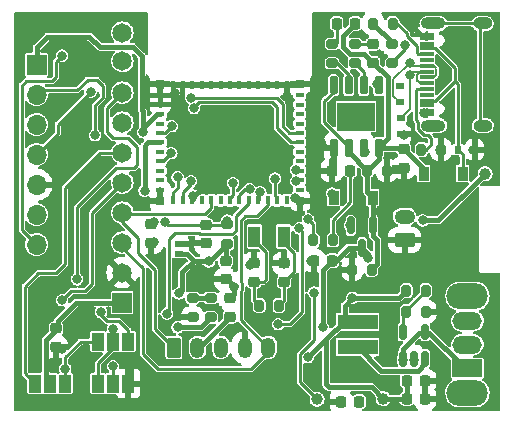
<source format=gbr>
%TF.GenerationSoftware,KiCad,Pcbnew,(6.0.2)*%
%TF.CreationDate,2022-03-17T07:21:37-04:00*%
%TF.ProjectId,ferrous_slime,66657272-6f75-4735-9f73-6c696d652e6b,v0.1.0*%
%TF.SameCoordinates,Original*%
%TF.FileFunction,Copper,L1,Top*%
%TF.FilePolarity,Positive*%
%FSLAX46Y46*%
G04 Gerber Fmt 4.6, Leading zero omitted, Abs format (unit mm)*
G04 Created by KiCad (PCBNEW (6.0.2)) date 2022-03-17 07:21:37*
%MOMM*%
%LPD*%
G01*
G04 APERTURE LIST*
G04 Aperture macros list*
%AMRoundRect*
0 Rectangle with rounded corners*
0 $1 Rounding radius*
0 $2 $3 $4 $5 $6 $7 $8 $9 X,Y pos of 4 corners*
0 Add a 4 corners polygon primitive as box body*
4,1,4,$2,$3,$4,$5,$6,$7,$8,$9,$2,$3,0*
0 Add four circle primitives for the rounded corners*
1,1,$1+$1,$2,$3*
1,1,$1+$1,$4,$5*
1,1,$1+$1,$6,$7*
1,1,$1+$1,$8,$9*
0 Add four rect primitives between the rounded corners*
20,1,$1+$1,$2,$3,$4,$5,0*
20,1,$1+$1,$4,$5,$6,$7,0*
20,1,$1+$1,$6,$7,$8,$9,0*
20,1,$1+$1,$8,$9,$2,$3,0*%
%AMFreePoly0*
4,1,6,0.725000,-0.725000,-0.725000,-0.725000,-0.725000,0.125000,-0.125000,0.725000,0.725000,0.725000,0.725000,-0.725000,0.725000,-0.725000,$1*%
G04 Aperture macros list end*
%TA.AperFunction,ComponentPad*%
%ADD10RoundRect,0.250000X-0.350000X-0.625000X0.350000X-0.625000X0.350000X0.625000X-0.350000X0.625000X0*%
%TD*%
%TA.AperFunction,ComponentPad*%
%ADD11O,1.200000X1.750000*%
%TD*%
%TA.AperFunction,SMDPad,CuDef*%
%ADD12RoundRect,0.200000X-0.200000X-0.275000X0.200000X-0.275000X0.200000X0.275000X-0.200000X0.275000X0*%
%TD*%
%TA.AperFunction,SMDPad,CuDef*%
%ADD13RoundRect,0.225000X0.225000X0.250000X-0.225000X0.250000X-0.225000X-0.250000X0.225000X-0.250000X0*%
%TD*%
%TA.AperFunction,SMDPad,CuDef*%
%ADD14RoundRect,0.200000X-0.275000X0.200000X-0.275000X-0.200000X0.275000X-0.200000X0.275000X0.200000X0*%
%TD*%
%TA.AperFunction,SMDPad,CuDef*%
%ADD15RoundRect,0.225000X-0.250000X0.225000X-0.250000X-0.225000X0.250000X-0.225000X0.250000X0.225000X0*%
%TD*%
%TA.AperFunction,SMDPad,CuDef*%
%ADD16C,1.000000*%
%TD*%
%TA.AperFunction,SMDPad,CuDef*%
%ADD17RoundRect,0.200000X0.275000X-0.200000X0.275000X0.200000X-0.275000X0.200000X-0.275000X-0.200000X0*%
%TD*%
%TA.AperFunction,SMDPad,CuDef*%
%ADD18RoundRect,0.218750X-0.218750X-0.256250X0.218750X-0.256250X0.218750X0.256250X-0.218750X0.256250X0*%
%TD*%
%TA.AperFunction,SMDPad,CuDef*%
%ADD19RoundRect,0.150000X-0.150000X0.587500X-0.150000X-0.587500X0.150000X-0.587500X0.150000X0.587500X0*%
%TD*%
%TA.AperFunction,SMDPad,CuDef*%
%ADD20R,0.900000X1.200000*%
%TD*%
%TA.AperFunction,SMDPad,CuDef*%
%ADD21RoundRect,0.200000X0.200000X0.275000X-0.200000X0.275000X-0.200000X-0.275000X0.200000X-0.275000X0*%
%TD*%
%TA.AperFunction,SMDPad,CuDef*%
%ADD22R,1.000000X1.800000*%
%TD*%
%TA.AperFunction,SMDPad,CuDef*%
%ADD23RoundRect,0.150000X0.150000X-0.512500X0.150000X0.512500X-0.150000X0.512500X-0.150000X-0.512500X0*%
%TD*%
%TA.AperFunction,ComponentPad*%
%ADD24RoundRect,0.250000X0.625000X-0.350000X0.625000X0.350000X-0.625000X0.350000X-0.625000X-0.350000X0*%
%TD*%
%TA.AperFunction,ComponentPad*%
%ADD25O,1.750000X1.200000*%
%TD*%
%TA.AperFunction,SMDPad,CuDef*%
%ADD26RoundRect,0.225000X0.250000X-0.225000X0.250000X0.225000X-0.250000X0.225000X-0.250000X-0.225000X0*%
%TD*%
%TA.AperFunction,SMDPad,CuDef*%
%ADD27RoundRect,0.218750X-0.256250X0.218750X-0.256250X-0.218750X0.256250X-0.218750X0.256250X0.218750X0*%
%TD*%
%TA.AperFunction,SMDPad,CuDef*%
%ADD28R,0.700000X0.600000*%
%TD*%
%TA.AperFunction,ComponentPad*%
%ADD29O,3.500000X2.200000*%
%TD*%
%TA.AperFunction,ComponentPad*%
%ADD30R,2.500000X1.500000*%
%TD*%
%TA.AperFunction,ComponentPad*%
%ADD31O,2.500000X1.500000*%
%TD*%
%TA.AperFunction,SMDPad,CuDef*%
%ADD32R,0.800000X0.400000*%
%TD*%
%TA.AperFunction,SMDPad,CuDef*%
%ADD33R,0.400000X0.800000*%
%TD*%
%TA.AperFunction,SMDPad,CuDef*%
%ADD34R,0.700000X0.700000*%
%TD*%
%TA.AperFunction,SMDPad,CuDef*%
%ADD35R,1.450000X1.450000*%
%TD*%
%TA.AperFunction,SMDPad,CuDef*%
%ADD36FreePoly0,0.000000*%
%TD*%
%TA.AperFunction,SMDPad,CuDef*%
%ADD37R,1.000000X1.500000*%
%TD*%
%TA.AperFunction,SMDPad,CuDef*%
%ADD38R,1.150000X0.300000*%
%TD*%
%TA.AperFunction,ComponentPad*%
%ADD39O,2.100000X1.000000*%
%TD*%
%TA.AperFunction,ComponentPad*%
%ADD40O,1.600000X1.000000*%
%TD*%
%TA.AperFunction,ComponentPad*%
%ADD41C,1.651000*%
%TD*%
%TA.AperFunction,ComponentPad*%
%ADD42R,1.651000X1.651000*%
%TD*%
%TA.AperFunction,SMDPad,CuDef*%
%ADD43RoundRect,0.225000X-0.225000X-0.250000X0.225000X-0.250000X0.225000X0.250000X-0.225000X0.250000X0*%
%TD*%
%TA.AperFunction,SMDPad,CuDef*%
%ADD44R,0.600000X0.700000*%
%TD*%
%TA.AperFunction,SMDPad,CuDef*%
%ADD45RoundRect,0.150000X0.150000X-0.650000X0.150000X0.650000X-0.150000X0.650000X-0.150000X-0.650000X0*%
%TD*%
%TA.AperFunction,SMDPad,CuDef*%
%ADD46R,3.200000X2.400000*%
%TD*%
%TA.AperFunction,SMDPad,CuDef*%
%ADD47R,0.700000X0.500000*%
%TD*%
%TA.AperFunction,SMDPad,CuDef*%
%ADD48R,3.400000X1.300000*%
%TD*%
%TA.AperFunction,ComponentPad*%
%ADD49R,1.700000X1.700000*%
%TD*%
%TA.AperFunction,ComponentPad*%
%ADD50O,1.700000X1.700000*%
%TD*%
%TA.AperFunction,ViaPad*%
%ADD51C,0.800000*%
%TD*%
%TA.AperFunction,ViaPad*%
%ADD52C,0.400000*%
%TD*%
%TA.AperFunction,ViaPad*%
%ADD53C,0.600000*%
%TD*%
%TA.AperFunction,Conductor*%
%ADD54C,0.400000*%
%TD*%
%TA.AperFunction,Conductor*%
%ADD55C,0.250000*%
%TD*%
%TA.AperFunction,Conductor*%
%ADD56C,0.254000*%
%TD*%
%TA.AperFunction,Conductor*%
%ADD57C,0.200000*%
%TD*%
G04 APERTURE END LIST*
D10*
%TO.P,J1,1,Pin_1*%
%TO.N,IO10_SDA*%
X69406008Y-58367000D03*
D11*
%TO.P,J1,2,Pin_2*%
%TO.N,+3V3*%
X71406008Y-58367000D03*
%TO.P,J1,3,Pin_3*%
%TO.N,IO7_INT2*%
X73406008Y-58367000D03*
%TO.P,J1,4,Pin_4*%
%TO.N,GND*%
X75406008Y-58367000D03*
%TO.P,J1,5,Pin_5*%
%TO.N,IO8_SCL*%
X77406008Y-58367000D03*
%TD*%
D12*
%TO.P,R11,1*%
%TO.N,+3V3*%
X89091000Y-53541000D03*
%TO.P,R11,2*%
%TO.N,Net-(R11-Pad2)*%
X90741000Y-53541000D03*
%TD*%
D13*
%TO.P,C10,1*%
%TO.N,+5V*%
X85103000Y-62939000D03*
%TO.P,C10,2*%
%TO.N,GND*%
X83553000Y-62939000D03*
%TD*%
D14*
%TO.P,R10,1*%
%TO.N,B_SENSE*%
X70993000Y-54166000D03*
%TO.P,R10,2*%
%TO.N,GND*%
X70993000Y-55816000D03*
%TD*%
D12*
%TO.P,R3,1*%
%TO.N,IO0*%
X76645000Y-54811000D03*
%TO.P,R3,2*%
%TO.N,IO1*%
X78295000Y-54811000D03*
%TD*%
D15*
%TO.P,C3,1*%
%TO.N,+3V3*%
X73787000Y-51041000D03*
%TO.P,C3,2*%
%TO.N,GND*%
X73787000Y-52591000D03*
%TD*%
D16*
%TO.P,TP3,1,1*%
%TO.N,+3V3*%
X87122000Y-62685000D03*
%TD*%
D17*
%TO.P,R9,1*%
%TO.N,+BATT*%
X72517000Y-55816000D03*
%TO.P,R9,2*%
%TO.N,B_SENSE*%
X72517000Y-54166000D03*
%TD*%
%TO.P,R5,1*%
%TO.N,Net-(R5-Pad1)*%
X82804000Y-34299990D03*
%TO.P,R5,2*%
%TO.N,Net-(D3-Pad1)*%
X82804000Y-32649990D03*
%TD*%
D18*
%TO.P,D5,1,K*%
%TO.N,GND*%
X82778500Y-43381000D03*
%TO.P,D5,2,A*%
%TO.N,Net-(D5-Pad2)*%
X84353500Y-43381000D03*
%TD*%
D16*
%TO.P,TP1,1,1*%
%TO.N,Net-(C2-Pad1)*%
X81534000Y-62738000D03*
%TD*%
D18*
%TO.P,D3,1,K*%
%TO.N,Net-(D3-Pad1)*%
X83193500Y-30935000D03*
%TO.P,D3,2,A*%
%TO.N,VBUS*%
X84768500Y-30935000D03*
%TD*%
D12*
%TO.P,R7,1*%
%TO.N,IO5_LED*%
X81217000Y-49276000D03*
%TO.P,R7,2*%
%TO.N,Net-(D5-Pad2)*%
X82867000Y-49276000D03*
%TD*%
D19*
%TO.P,Q1,1,G*%
%TO.N,VBUS*%
X86294000Y-48031490D03*
%TO.P,Q1,2,S*%
%TO.N,Net-(D2-Pad1)*%
X84394000Y-48031490D03*
%TO.P,Q1,3,D*%
%TO.N,+BATT*%
X85344000Y-49906490D03*
%TD*%
D20*
%TO.P,D2,1,K*%
%TO.N,Net-(D2-Pad1)*%
X82932000Y-45667000D03*
%TO.P,D2,2,A*%
%TO.N,VBUS*%
X86232000Y-45667000D03*
%TD*%
D21*
%TO.P,R4,1*%
%TO.N,VBUS*%
X86169000Y-51763000D03*
%TO.P,R4,2*%
%TO.N,GND*%
X84519000Y-51763000D03*
%TD*%
D13*
%TO.P,C9,1*%
%TO.N,+BATT*%
X82817000Y-51001000D03*
%TO.P,C9,2*%
%TO.N,GND*%
X81267000Y-51001000D03*
%TD*%
D15*
%TO.P,C5,1*%
%TO.N,+3V3*%
X59436000Y-56756000D03*
%TO.P,C5,2*%
%TO.N,GND*%
X59436000Y-58306000D03*
%TD*%
D22*
%TO.P,Y1,1,1*%
%TO.N,IO0*%
X76220000Y-48968990D03*
%TO.P,Y1,2,2*%
%TO.N,IO1*%
X78720000Y-48968990D03*
%TD*%
D23*
%TO.P,U4,1,RUN*%
%TO.N,+5V*%
X88796622Y-59303500D03*
%TO.P,U4,2,GND*%
%TO.N,GND*%
X89746622Y-59303500D03*
%TO.P,U4,3,SW*%
%TO.N,Net-(L1-Pad1)*%
X90696622Y-59303500D03*
%TO.P,U4,4,VIN*%
%TO.N,+5V*%
X90696622Y-57028500D03*
%TO.P,U4,5,FB*%
%TO.N,Net-(R11-Pad2)*%
X88796622Y-57028500D03*
%TD*%
D24*
%TO.P,J3,1,Pin_1*%
%TO.N,GND*%
X88950800Y-49276000D03*
D25*
%TO.P,J3,2,Pin_2*%
%TO.N,+BATT*%
X88950800Y-47276000D03*
%TD*%
D12*
%TO.P,R12,1*%
%TO.N,Net-(R11-Pad2)*%
X89091000Y-55319000D03*
%TO.P,R12,2*%
%TO.N,GND*%
X90741000Y-55319000D03*
%TD*%
D26*
%TO.P,C1,1*%
%TO.N,+3V3*%
X74168000Y-55766000D03*
%TO.P,C1,2*%
%TO.N,GND*%
X74168000Y-54216000D03*
%TD*%
D17*
%TO.P,R8,1*%
%TO.N,Net-(J4-PadS1)*%
X87884000Y-34290008D03*
%TO.P,R8,2*%
%TO.N,GND*%
X87884000Y-32640008D03*
%TD*%
D27*
%TO.P,D4,1,K*%
%TO.N,Net-(D4-Pad1)*%
X86267000Y-32662000D03*
%TO.P,D4,2,A*%
%TO.N,VBUS*%
X86267000Y-34237000D03*
%TD*%
D28*
%TO.P,D7,1,A1*%
%TO.N,USB_D+*%
X88552173Y-37611489D03*
%TO.P,D7,2,A2*%
%TO.N,GND*%
X88552173Y-36211489D03*
%TD*%
%TO.P,D6,1,A1*%
%TO.N,USB_D-*%
X88646000Y-38924000D03*
%TO.P,D6,2,A2*%
%TO.N,GND*%
X88646000Y-40324000D03*
%TD*%
D20*
%TO.P,D8,1,K*%
%TO.N,VBUS*%
X90552000Y-43634990D03*
%TO.P,D8,2,A*%
%TO.N,Net-(D8-Pad2)*%
X93852000Y-43634990D03*
%TD*%
D29*
%TO.P,SW1,*%
%TO.N,*%
X94266004Y-62212986D03*
X94266004Y-54012986D03*
D30*
%TO.P,SW1,1,A*%
%TO.N,+5V*%
X94266004Y-60112986D03*
D31*
%TO.P,SW1,2,B*%
%TO.N,Net-(D2-Pad1)*%
X94266004Y-58112986D03*
%TO.P,SW1,3,C*%
%TO.N,unconnected-(SW1-Pad3)*%
X94266004Y-56112986D03*
%TD*%
D32*
%TO.P,U2,1,GND*%
%TO.N,GND*%
X68268000Y-37004007D03*
%TO.P,U2,2,GND*%
X68268000Y-37804007D03*
%TO.P,U2,3,3V3*%
%TO.N,+3V3*%
X68268000Y-38604007D03*
%TO.P,U2,4,NC*%
%TO.N,unconnected-(U2-Pad4)*%
X68268000Y-39404007D03*
%TO.P,U2,5,GPIO2/ADC1_CH2*%
%TO.N,UNUSED_IO2*%
X68268000Y-40204007D03*
%TO.P,U2,6,GPIO3/ADC1_CH3*%
%TO.N,B_SENSE*%
X68268000Y-41004007D03*
%TO.P,U2,7,NC*%
%TO.N,unconnected-(U2-Pad7)*%
X68268000Y-41804007D03*
%TO.P,U2,8,EN/CHIP_PU*%
%TO.N,Net-(C2-Pad1)*%
X68268000Y-42604007D03*
%TO.P,U2,9,NC*%
%TO.N,unconnected-(U2-Pad9)*%
X68268000Y-43404007D03*
%TO.P,U2,10,NC*%
%TO.N,unconnected-(U2-Pad10)*%
X68268000Y-44204007D03*
%TO.P,U2,11,GND*%
%TO.N,GND*%
X68268000Y-45004007D03*
D33*
%TO.P,U2,12,GPIO0/ADC1_CH0/XTAL_32K_P*%
%TO.N,IO0*%
X69368000Y-45904007D03*
%TO.P,U2,13,GPIO1/ADC1_CH1/XTAL_32K_N*%
%TO.N,IO1*%
X70168000Y-45904007D03*
%TO.P,U2,14,GND*%
%TO.N,GND*%
X70968000Y-45904007D03*
%TO.P,U2,15,NC*%
%TO.N,unconnected-(U2-Pad15)*%
X71768000Y-45904007D03*
%TO.P,U2,16,GPIO10*%
%TO.N,IO10_SDA*%
X72568000Y-45904007D03*
%TO.P,U2,17,NC*%
%TO.N,unconnected-(U2-Pad17)*%
X73368000Y-45904007D03*
%TO.P,U2,18,GPIO4/ADC1_CH4*%
%TO.N,UNUSED_IO4*%
X74168000Y-45904007D03*
%TO.P,U2,19,GPIO5/ADC2_CH0*%
%TO.N,IO5_LED*%
X74968000Y-45904007D03*
%TO.P,U2,20,GPIO6*%
%TO.N,IO6_INT1*%
X75768000Y-45904007D03*
%TO.P,U2,21,GPIO7*%
%TO.N,IO7_INT2*%
X76568000Y-45904007D03*
%TO.P,U2,22,GPIO8*%
%TO.N,IO8_SCL*%
X77368000Y-45904007D03*
%TO.P,U2,23,GPIO9*%
%TO.N,UNUSED_IO9*%
X78168000Y-45904007D03*
%TO.P,U2,24,NC*%
%TO.N,unconnected-(U2-Pad24)*%
X78968000Y-45904007D03*
D32*
%TO.P,U2,25,NC*%
%TO.N,unconnected-(U2-Pad25)*%
X80068000Y-45004007D03*
%TO.P,U2,26,GPIO18/USB_D-*%
%TO.N,USB_D-*%
X80068000Y-44204007D03*
%TO.P,U2,27,GPIO19/USB_D+*%
%TO.N,USB_D+*%
X80068000Y-43404007D03*
%TO.P,U2,28,NC*%
%TO.N,unconnected-(U2-Pad28)*%
X80068000Y-42604007D03*
%TO.P,U2,29,NC*%
%TO.N,unconnected-(U2-Pad29)*%
X80068000Y-41804007D03*
%TO.P,U2,30,GPIO20/U0RXD*%
%TO.N,UNUSED_IO20*%
X80068000Y-41004007D03*
%TO.P,U2,31,GPIO21/U0TXD*%
%TO.N,UNUSED_IO21*%
X80068000Y-40204007D03*
%TO.P,U2,32,NC*%
%TO.N,unconnected-(U2-Pad32)*%
X80068000Y-39404007D03*
%TO.P,U2,33,NC*%
%TO.N,unconnected-(U2-Pad33)*%
X80068000Y-38604007D03*
%TO.P,U2,34,NC*%
%TO.N,unconnected-(U2-Pad34)*%
X80068000Y-37804007D03*
%TO.P,U2,35,NC*%
%TO.N,unconnected-(U2-Pad35)*%
X80068000Y-37004007D03*
D33*
%TO.P,U2,36,GND*%
%TO.N,GND*%
X74968000Y-36104007D03*
X73368000Y-36104007D03*
D34*
X68218000Y-45954007D03*
D35*
X76143000Y-42979007D03*
X74168000Y-41004007D03*
D33*
X74168000Y-36104007D03*
X70968000Y-36104007D03*
D35*
X74168000Y-42979007D03*
X76143000Y-39029007D03*
D34*
X80118000Y-36054007D03*
D36*
X72193000Y-39029007D03*
D34*
X80118000Y-45954007D03*
D33*
X76568000Y-36104007D03*
D34*
X68218000Y-36054007D03*
D35*
X72193000Y-42979007D03*
X76143000Y-41004007D03*
X72193000Y-41054007D03*
X74168000Y-39029007D03*
D33*
X78968000Y-36104007D03*
X70168000Y-36104007D03*
X69368000Y-36104007D03*
X78168000Y-36104007D03*
X75768000Y-36104007D03*
X71768000Y-36104007D03*
X72568000Y-36104007D03*
X77368000Y-36104007D03*
%TD*%
D37*
%TO.P,JP1,1,A*%
%TO.N,Net-(JP1-Pad1)*%
X57628000Y-61415000D03*
%TO.P,JP1,2,C*%
%TO.N,+3V3*%
X58928000Y-61415000D03*
%TO.P,JP1,3,B*%
%TO.N,Net-(JP1-Pad3)*%
X60228000Y-61415000D03*
%TD*%
D38*
%TO.P,J4,A1,GND*%
%TO.N,GND*%
X90818000Y-38602990D03*
%TO.P,J4,A4,VBUS*%
%TO.N,Net-(D8-Pad2)*%
X90818000Y-37802990D03*
%TO.P,J4,A5,CC1*%
%TO.N,Net-(J4-PadA5)*%
X90818000Y-36502990D03*
%TO.P,J4,A6,D+*%
%TO.N,USB_D+*%
X90818000Y-35502990D03*
%TO.P,J4,A7,D-*%
%TO.N,USB_D-*%
X90818000Y-35002990D03*
%TO.P,J4,A8,SBU1*%
%TO.N,unconnected-(J4-PadA8)*%
X90818000Y-34002990D03*
%TO.P,J4,A9,VBUS*%
%TO.N,Net-(D8-Pad2)*%
X90818000Y-32702990D03*
%TO.P,J4,A12,GND*%
%TO.N,GND*%
X90818000Y-31902990D03*
%TO.P,J4,B1,GND*%
X90818000Y-32202990D03*
%TO.P,J4,B4,VBUS*%
%TO.N,Net-(D8-Pad2)*%
X90818000Y-33002990D03*
%TO.P,J4,B5,CC2*%
%TO.N,Net-(J4-PadB5)*%
X90818000Y-33502990D03*
%TO.P,J4,B6,D+*%
%TO.N,USB_D+*%
X90818000Y-34502990D03*
%TO.P,J4,B7,D-*%
%TO.N,USB_D-*%
X90818000Y-36002990D03*
%TO.P,J4,B8,SBU2*%
%TO.N,unconnected-(J4-PadB8)*%
X90818000Y-37002990D03*
%TO.P,J4,B9,VBUS*%
%TO.N,Net-(D8-Pad2)*%
X90818000Y-37502990D03*
%TO.P,J4,B12,GND*%
%TO.N,GND*%
X90818000Y-38302990D03*
D39*
%TO.P,J4,S1,SHIELD*%
%TO.N,Net-(J4-PadS1)*%
X91383000Y-39572990D03*
X91383000Y-30932990D03*
D40*
X95563000Y-30932990D03*
X95563000Y-39572990D03*
%TD*%
D41*
%TO.P,U1,*%
%TO.N,*%
X65038460Y-31707462D03*
X65038460Y-34120462D03*
D42*
%TO.P,U1,1,VCC*%
%TO.N,+3V3*%
X65038460Y-54567462D03*
D41*
%TO.P,U1,2,GND*%
%TO.N,GND*%
X65038460Y-52027462D03*
%TO.P,U1,3,SCL*%
%TO.N,IO8_SCL*%
X65038460Y-49487462D03*
%TO.P,U1,4,SDA*%
%TO.N,IO10_SDA*%
X65038460Y-46947462D03*
%TO.P,U1,5,AD0_BNO/INT_ICM*%
%TO.N,Net-(JP2-Pad2)*%
X65038460Y-44407462D03*
%TO.P,U1,6,AD0_ICM*%
%TO.N,Net-(JP1-Pad1)*%
X65038460Y-41867462D03*
%TO.P,U1,7,INT_BNO/AD0_MPU*%
%TO.N,Net-(JP1-Pad3)*%
X65038460Y-39327462D03*
%TO.P,U1,8,INT_MPU*%
%TO.N,Net-(JP3-Pad3)*%
X65038460Y-36787462D03*
%TD*%
D16*
%TO.P,TP2,1,1*%
%TO.N,+BATT*%
X95758000Y-43635000D03*
%TD*%
D43*
%TO.P,C12,1*%
%TO.N,+3V3*%
X89128000Y-62685000D03*
%TO.P,C12,2*%
%TO.N,GND*%
X90678000Y-62685000D03*
%TD*%
D44*
%TO.P,D9,1,A1*%
%TO.N,Net-(D8-Pad2)*%
X93471999Y-41602990D03*
%TO.P,D9,2,A2*%
%TO.N,GND*%
X94871999Y-41602990D03*
%TD*%
D17*
%TO.P,R1,1*%
%TO.N,+3V3*%
X73914000Y-49593000D03*
%TO.P,R1,2*%
%TO.N,Net-(C2-Pad1)*%
X73914000Y-47943000D03*
%TD*%
D45*
%TO.P,U3,1,TEMP*%
%TO.N,GND*%
X82931000Y-41458990D03*
%TO.P,U3,2,PROG*%
%TO.N,VBUS*%
X84201000Y-41458990D03*
%TO.P,U3,3,GND*%
%TO.N,GND*%
X85471000Y-41458990D03*
%TO.P,U3,4,VCC*%
%TO.N,VBUS*%
X86741000Y-41458990D03*
%TO.P,U3,5,BAT*%
%TO.N,+BATT*%
X86741000Y-36158990D03*
%TO.P,U3,6,STDBY*%
%TO.N,Net-(R6-Pad1)*%
X85471000Y-36158990D03*
%TO.P,U3,7,CHRG*%
%TO.N,Net-(R5-Pad1)*%
X84201000Y-36158990D03*
%TO.P,U3,8,CE*%
%TO.N,VBUS*%
X82931000Y-36158990D03*
D46*
%TO.P,U3,9,EP*%
%TO.N,unconnected-(U3-Pad9)*%
X84836000Y-38808990D03*
%TD*%
D21*
%TO.P,R13,1*%
%TO.N,Net-(J4-PadB5)*%
X87947000Y-30934990D03*
%TO.P,R13,2*%
%TO.N,GND*%
X86297000Y-30934990D03*
%TD*%
D37*
%TO.P,JP3,1,A*%
%TO.N,Net-(JP1-Pad3)*%
X62962000Y-57859000D03*
%TO.P,JP3,2,C*%
%TO.N,IO6_INT1*%
X64262000Y-57859000D03*
%TO.P,JP3,3,B*%
%TO.N,Net-(JP3-Pad3)*%
X65562000Y-57859000D03*
%TD*%
D17*
%TO.P,R6,1*%
%TO.N,Net-(R6-Pad1)*%
X84743000Y-34300000D03*
%TO.P,R6,2*%
%TO.N,Net-(D4-Pad1)*%
X84743000Y-32650000D03*
%TD*%
D43*
%TO.P,C11,1*%
%TO.N,+3V3*%
X89128000Y-61161000D03*
%TO.P,C11,2*%
%TO.N,GND*%
X90678000Y-61161000D03*
%TD*%
D37*
%TO.P,JP2,1,A*%
%TO.N,IO6_INT1*%
X62962000Y-61415000D03*
%TO.P,JP2,2,C*%
%TO.N,Net-(JP2-Pad2)*%
X64262000Y-61415000D03*
%TO.P,JP2,3,B*%
%TO.N,GND*%
X65562000Y-61415000D03*
%TD*%
D15*
%TO.P,C4,1*%
%TO.N,+3V3*%
X67513200Y-47942200D03*
%TO.P,C4,2*%
%TO.N,GND*%
X67513200Y-49492200D03*
%TD*%
D26*
%TO.P,C6,1*%
%TO.N,IO0*%
X76200000Y-52792000D03*
%TO.P,C6,2*%
%TO.N,GND*%
X76200000Y-51242000D03*
%TD*%
D15*
%TO.P,C2,1*%
%TO.N,Net-(C2-Pad1)*%
X72136000Y-47993000D03*
%TO.P,C2,2*%
%TO.N,GND*%
X72136000Y-49543000D03*
%TD*%
D21*
%TO.P,R2,1*%
%TO.N,GND*%
X87439000Y-43380990D03*
%TO.P,R2,2*%
%TO.N,VBUS*%
X85789000Y-43380990D03*
%TD*%
D47*
%TO.P,D1,1,A1*%
%TO.N,+3V3*%
X69850000Y-50438000D03*
%TO.P,D1,2,A2*%
%TO.N,GND*%
X69850000Y-49638000D03*
%TD*%
D48*
%TO.P,L1,1,1*%
%TO.N,Net-(L1-Pad1)*%
X84963000Y-58327000D03*
%TO.P,L1,2,2*%
%TO.N,+3V3*%
X84963000Y-56227000D03*
%TD*%
D49*
%TO.P,J2,1,Pin_1*%
%TO.N,+3V3*%
X57785000Y-34417000D03*
D50*
%TO.P,J2,2,Pin_2*%
%TO.N,UNUSED_IO2*%
X57785000Y-36957000D03*
%TO.P,J2,3,Pin_3*%
%TO.N,UNUSED_IO4*%
X57785000Y-39497000D03*
%TO.P,J2,4,Pin_4*%
%TO.N,UNUSED_IO9*%
X57785000Y-42037000D03*
%TO.P,J2,5,Pin_5*%
%TO.N,GND*%
X57785000Y-44577000D03*
%TO.P,J2,6,Pin_6*%
%TO.N,UNUSED_IO20*%
X57785000Y-47117000D03*
%TO.P,J2,7,Pin_7*%
%TO.N,UNUSED_IO21*%
X57785000Y-49657000D03*
%TD*%
D26*
%TO.P,C7,1*%
%TO.N,IO1*%
X78740000Y-52792000D03*
%TO.P,C7,2*%
%TO.N,GND*%
X78740000Y-51242000D03*
%TD*%
D12*
%TO.P,R14,1*%
%TO.N,Net-(J4-PadA5)*%
X90361000Y-41603000D03*
%TO.P,R14,2*%
%TO.N,GND*%
X92011000Y-41603000D03*
%TD*%
D15*
%TO.P,C8,1*%
%TO.N,VBUS*%
X88900000Y-41590000D03*
%TO.P,C8,2*%
%TO.N,GND*%
X88900000Y-43140000D03*
%TD*%
D51*
%TO.N,+BATT*%
X86614000Y-36068000D03*
X69723000Y-56642000D03*
X90474800Y-47599600D03*
X82042000Y-56642000D03*
X85887500Y-50761500D03*
D52*
%TO.N,GND*%
X56896000Y-51943000D03*
D51*
X88880000Y-43160000D03*
D52*
X94234000Y-40386000D03*
X61849000Y-46736000D03*
X87757000Y-61341000D03*
D51*
X89741798Y-59426012D03*
D52*
X59182000Y-53213000D03*
X85344000Y-31877000D03*
X81407000Y-41910000D03*
D51*
X78994000Y-37084000D03*
D52*
X69342000Y-43053000D03*
X73533000Y-62865000D03*
X66040000Y-56261000D03*
X74549000Y-51816000D03*
D51*
X83566000Y-62992000D03*
X88900000Y-40386000D03*
D52*
X66675000Y-30607000D03*
D51*
X90932000Y-55372000D03*
D52*
X70358000Y-40894000D03*
X59817000Y-37338000D03*
X63881000Y-35941000D03*
X57023000Y-40767000D03*
D51*
X69485181Y-36813819D03*
D52*
X59309000Y-41529000D03*
D51*
X75895200Y-51358800D03*
D52*
X94361000Y-38735000D03*
X57023000Y-32258000D03*
X69342000Y-40767000D03*
X62230000Y-44196000D03*
X86995000Y-33401000D03*
X96012000Y-60960000D03*
X60452000Y-40132000D03*
X65969500Y-35020471D03*
X63754000Y-50292000D03*
D53*
X88559889Y-36207501D03*
D52*
X93726000Y-32131000D03*
D51*
X87630000Y-43434000D03*
D52*
X71882000Y-52451000D03*
X77851000Y-46990000D03*
X61849000Y-49276000D03*
X63881000Y-47879000D03*
X96012000Y-55372000D03*
D51*
X70993000Y-55753000D03*
D52*
X67310000Y-55753000D03*
X87376000Y-53467000D03*
X60706000Y-33020000D03*
X73025000Y-44831000D03*
D51*
X90678000Y-61214000D03*
X73168565Y-39982906D03*
X71041498Y-45567600D03*
X81889600Y-40944800D03*
X87849000Y-32673000D03*
D52*
X92202000Y-35052000D03*
X69850000Y-62865000D03*
D51*
X59927819Y-58530819D03*
D52*
X81661000Y-36449000D03*
D51*
X67691000Y-49403000D03*
X90590506Y-38536701D03*
D52*
X84963000Y-57277000D03*
D51*
X84328000Y-51816000D03*
D52*
X73025000Y-46990000D03*
X61595000Y-61722000D03*
D51*
X66040000Y-45720000D03*
X91948000Y-41656000D03*
D52*
X57531000Y-57531000D03*
X94361000Y-35814000D03*
X72390000Y-59690000D03*
X60833000Y-56896000D03*
D51*
X74532500Y-53213000D03*
X75189612Y-42020518D03*
X73168565Y-41970820D03*
D52*
X63500000Y-31877000D03*
X93472000Y-48260000D03*
D51*
X85598000Y-41783000D03*
D52*
X92837000Y-40259000D03*
X69723000Y-51435000D03*
X87503000Y-51943000D03*
D51*
X81026000Y-51054000D03*
D52*
X78105000Y-41529000D03*
X82042000Y-48514000D03*
X73279000Y-54991000D03*
X81661000Y-44958000D03*
D51*
X90576400Y-45516800D03*
D52*
X67310000Y-53086000D03*
X85090000Y-44323000D03*
X77851000Y-60071000D03*
X57531000Y-54102000D03*
X96139000Y-37846000D03*
X68326000Y-53086000D03*
X77089000Y-56896000D03*
X96139000Y-33020000D03*
D51*
X78740000Y-51308000D03*
D52*
X83693000Y-44323000D03*
X81788000Y-32258000D03*
X60833000Y-42037000D03*
X77343000Y-62865000D03*
X85344000Y-47498000D03*
D51*
X75139914Y-39982906D03*
X94742000Y-41656000D03*
D52*
X92456000Y-55372000D03*
D51*
X88646000Y-44958000D03*
X79694502Y-45730509D03*
D52*
X62230000Y-34290000D03*
X85979000Y-63119000D03*
X93020499Y-37719000D03*
X66167000Y-38481000D03*
D51*
X89154000Y-30734000D03*
D52*
X92456000Y-51816000D03*
X68453000Y-50546000D03*
X66294000Y-32258000D03*
X79756000Y-49276000D03*
D51*
X72136000Y-49543000D03*
X65786000Y-59944000D03*
%TO.N,+3V3*%
X72364000Y-51080000D03*
X69850000Y-53782000D03*
X84533000Y-54151000D03*
X80772000Y-59182000D03*
X67755097Y-47752000D03*
X66802000Y-40132000D03*
X73818500Y-49688500D03*
%TO.N,IO0*%
X69723000Y-43942000D03*
X76220000Y-48969000D03*
%TO.N,IO1*%
X70866000Y-44297600D03*
X78740000Y-48768000D03*
%TO.N,+5V*%
X85090000Y-62992000D03*
X88796622Y-59402865D03*
%TO.N,Net-(D2-Pad1)*%
X82804000Y-45339000D03*
X84328000Y-48006000D03*
%TO.N,USB_D-*%
X89408000Y-35255200D03*
X79781400Y-44272200D03*
%TO.N,USB_D+*%
X79756000Y-43332400D03*
X89408000Y-34239200D03*
%TO.N,IO7_INT2*%
X80010000Y-48260000D03*
X76729904Y-45211989D03*
X78232000Y-56388000D03*
%TO.N,Net-(JP1-Pad3)*%
X60198000Y-60147200D03*
%TO.N,IO6_INT1*%
X68834000Y-55499000D03*
X64262000Y-56785500D03*
%TO.N,Net-(JP2-Pad2)*%
X59944000Y-54356000D03*
X64262000Y-59944000D03*
%TO.N,Net-(JP3-Pad3)*%
X61214000Y-52578000D03*
X63246000Y-55372000D03*
%TO.N,IO5_LED*%
X80772000Y-47498000D03*
X75819000Y-44958000D03*
%TO.N,B_SENSE*%
X66929000Y-45085000D03*
X70993000Y-54166000D03*
%TO.N,UNUSED_IO2*%
X69215000Y-39624000D03*
X62738000Y-40386000D03*
%TO.N,UNUSED_IO4*%
X74422000Y-44450000D03*
%TO.N,UNUSED_IO9*%
X62357000Y-36703000D03*
X77978000Y-44069000D03*
%TO.N,UNUSED_IO20*%
X71120530Y-38101855D03*
%TO.N,Net-(C2-Pad1)*%
X69194502Y-41910000D03*
X81280000Y-53721000D03*
X68681600Y-47752000D03*
X73914000Y-47625000D03*
%TO.N,Net-(J4-PadS1)*%
X89019069Y-32790431D03*
%TO.N,UNUSED_IO21*%
X70866000Y-37211000D03*
X59944000Y-33655000D03*
%TD*%
D54*
%TO.N,+BATT*%
X84205500Y-49906500D02*
X83111000Y-51001000D01*
X91793400Y-47599600D02*
X95758000Y-43635000D01*
X82042000Y-51776000D02*
X82817000Y-51001000D01*
X69723000Y-56642000D02*
X71691000Y-56642000D01*
X85887500Y-50450000D02*
X85344000Y-49906500D01*
X91793400Y-47599600D02*
X90474800Y-47599600D01*
X82042000Y-56642000D02*
X82042000Y-51776000D01*
X85887500Y-50761500D02*
X85887500Y-50450000D01*
X85344000Y-49906500D02*
X84205500Y-49906500D01*
X83111000Y-51001000D02*
X82817000Y-51001000D01*
X71691000Y-56642000D02*
X72517000Y-55816000D01*
%TO.N,GND*%
X90818000Y-31903000D02*
X90323000Y-31903000D01*
X78968000Y-37058000D02*
X78994000Y-37084000D01*
X79694502Y-45730509D02*
X79894502Y-45730509D01*
X68268000Y-37004000D02*
X68268000Y-37804000D01*
X82931000Y-41459000D02*
X82931000Y-43228500D01*
X74532500Y-53213000D02*
X74532500Y-53851500D01*
X82403790Y-41458990D02*
X81889600Y-40944800D01*
X71041498Y-45567600D02*
X71041498Y-45830509D01*
X69368000Y-36729000D02*
X69469000Y-36830000D01*
X74532500Y-53851500D02*
X74168000Y-54216000D01*
X87849000Y-32487000D02*
X86297000Y-30935000D01*
X69318000Y-36054000D02*
X69368000Y-36104000D01*
X66274007Y-45954007D02*
X68218000Y-45954007D01*
X68218000Y-45954000D02*
X68218000Y-45054000D01*
X71431602Y-45177496D02*
X71560904Y-45177496D01*
X68326000Y-36322000D02*
X68268000Y-36380000D01*
X88606000Y-43434000D02*
X88880000Y-43160000D01*
X68268000Y-36645000D02*
X68268000Y-37004000D01*
X69469000Y-36830000D02*
X69485181Y-36813819D01*
X71041498Y-45567600D02*
X71431602Y-45177496D01*
X72136000Y-49543000D02*
X69945000Y-49543000D01*
X90323000Y-31903000D02*
X89154000Y-30734000D01*
X71560904Y-45177496D02*
X72193000Y-44545400D01*
X82931000Y-41458990D02*
X82403790Y-41458990D01*
X72193000Y-44545400D02*
X72193000Y-42979007D01*
X69368000Y-36104007D02*
X69368000Y-36729000D01*
X76164000Y-36104000D02*
X79974000Y-36104000D01*
X78968000Y-36104007D02*
X78968000Y-37058000D01*
X66040000Y-45720000D02*
X66274007Y-45954007D01*
X68218000Y-45054000D02*
X68268000Y-45004000D01*
X65786000Y-59944000D02*
X65786000Y-61191000D01*
X90678000Y-62685000D02*
X90678000Y-61214000D01*
X68218000Y-36054000D02*
X69318000Y-36054000D01*
X73910500Y-52591000D02*
X74532500Y-53213000D01*
X87630000Y-43434000D02*
X88606000Y-43434000D01*
X69368000Y-36104000D02*
X76164000Y-36104000D01*
X79894502Y-45730509D02*
X80118000Y-45954007D01*
X89204800Y-45516800D02*
X88646000Y-44958000D01*
X75895200Y-51358800D02*
X76173877Y-51358800D01*
X71041498Y-45830509D02*
X70968000Y-45904007D01*
X76012000Y-51242000D02*
X75895200Y-51358800D01*
X90576400Y-45516800D02*
X89204800Y-45516800D01*
X68268000Y-36380000D02*
X68268000Y-36645000D01*
X69945000Y-49543000D02*
X69850000Y-49638000D01*
%TO.N,+3V3*%
X59563000Y-56134000D02*
X61129528Y-54567472D01*
X82550000Y-61722000D02*
X82296000Y-61468000D01*
X58547000Y-57772000D02*
X59563000Y-56756000D01*
X70537000Y-50438000D02*
X71100000Y-51001000D01*
X62265489Y-32039489D02*
X58709489Y-32039489D01*
X58928000Y-61415000D02*
X58547000Y-61034000D01*
X61129528Y-54567472D02*
X65038460Y-54567472D01*
X72364000Y-51001000D02*
X71100000Y-51001000D01*
X71567000Y-58367000D02*
X74168000Y-55766000D01*
X59563000Y-56756000D02*
X59563000Y-56134000D01*
X70104000Y-53528000D02*
X69850000Y-53782000D01*
X83870800Y-54813200D02*
X83870800Y-56083200D01*
X58547000Y-61034000D02*
X58547000Y-57772000D01*
X87122000Y-62685000D02*
X86159000Y-61722000D01*
X84533000Y-54151000D02*
X83870800Y-54813200D01*
X66675000Y-33655000D02*
X65913000Y-32893000D01*
X66802000Y-38371400D02*
X66675000Y-38244400D01*
X83870800Y-56083200D02*
X82296000Y-57658000D01*
X71100000Y-51001000D02*
X70104000Y-51997000D01*
X88519000Y-54102000D02*
X88470000Y-54151000D01*
X88530000Y-54102000D02*
X88519000Y-54102000D01*
X82296000Y-61468000D02*
X82296000Y-57658000D01*
X88470000Y-54151000D02*
X84533000Y-54151000D01*
X58709489Y-32039489D02*
X57785000Y-32963978D01*
X65913000Y-32893000D02*
X63119000Y-32893000D01*
X69850000Y-50438000D02*
X70537000Y-50438000D01*
X89128000Y-62685000D02*
X87122000Y-62685000D01*
X89128000Y-61161000D02*
X89128000Y-62685000D01*
X72506000Y-51001000D02*
X73818500Y-49688500D01*
X89091000Y-53541000D02*
X88530000Y-54102000D01*
X67945492Y-38604000D02*
X68268000Y-38604000D01*
X82296000Y-57658000D02*
X80772000Y-59182000D01*
X73818500Y-49688500D02*
X73818500Y-50691500D01*
X66675000Y-38244400D02*
X66675000Y-33655000D01*
X57785000Y-32963978D02*
X57785000Y-34417000D01*
X86159000Y-61722000D02*
X82550000Y-61722000D01*
X66932507Y-39616985D02*
X67945492Y-38604000D01*
X66802000Y-39616985D02*
X66932507Y-39616985D01*
X66802000Y-40132000D02*
X66802000Y-38371400D01*
X63119000Y-32893000D02*
X62265489Y-32039489D01*
X70104000Y-51997000D02*
X70104000Y-53528000D01*
D55*
%TO.N,IO0*%
X69723000Y-44883000D02*
X69368000Y-45238000D01*
X77216000Y-50292000D02*
X77216000Y-52578000D01*
X69723000Y-43942000D02*
X69723000Y-44883000D01*
X76200000Y-54366000D02*
X76645000Y-54811000D01*
X76200000Y-52792000D02*
X76200000Y-54366000D01*
X77216000Y-52578000D02*
X77002000Y-52792000D01*
X69368000Y-45238000D02*
X69368000Y-45904000D01*
X76220000Y-49296000D02*
X77216000Y-50292000D01*
X77002000Y-52792000D02*
X76200000Y-52792000D01*
D56*
%TO.N,VBUS*%
X82143600Y-39300937D02*
X84201000Y-41358337D01*
D54*
X85789000Y-43381000D02*
X85789000Y-45224000D01*
X85789000Y-43381000D02*
X86741000Y-42429000D01*
X86294000Y-48031500D02*
X86294000Y-48956000D01*
X86232000Y-45667000D02*
X86232000Y-47969500D01*
X88900000Y-41590000D02*
X90552000Y-43242000D01*
X86614000Y-49276000D02*
X86614000Y-51318000D01*
X83731868Y-31971632D02*
X84768500Y-30935000D01*
X85789000Y-45224000D02*
X86232000Y-45667000D01*
X87544969Y-35489068D02*
X87544969Y-40655031D01*
X83731868Y-32931868D02*
X83731868Y-31971632D01*
X85789000Y-43381000D02*
X84201000Y-41793000D01*
X86741000Y-42429000D02*
X86741000Y-41459000D01*
D56*
X82931000Y-36703000D02*
X82143600Y-37490400D01*
D54*
X86267000Y-34237000D02*
X85538649Y-33508649D01*
D56*
X82143600Y-37490400D02*
X82143600Y-39300937D01*
D54*
X84308649Y-33508649D02*
X83731868Y-32931868D01*
X87544969Y-40655031D02*
X86741000Y-41459000D01*
X85538649Y-33508649D02*
X84308649Y-33508649D01*
X86614000Y-51318000D02*
X86169000Y-51763000D01*
X86294000Y-48956000D02*
X86614000Y-49276000D01*
X86292901Y-34237000D02*
X87544969Y-35489068D01*
X86741000Y-41459000D02*
X88769000Y-41459000D01*
D55*
%TO.N,IO1*%
X78740000Y-52792000D02*
X78740000Y-54366000D01*
X78740000Y-54366000D02*
X78295000Y-54811000D01*
X70168000Y-45198800D02*
X70168000Y-45904000D01*
X79552800Y-50342800D02*
X79552800Y-51979200D01*
X70866000Y-44500800D02*
X70168000Y-45198800D01*
X78720000Y-49510000D02*
X79552800Y-50342800D01*
X79552800Y-51979200D02*
X78740000Y-52792000D01*
X70866000Y-44297600D02*
X70866000Y-44500800D01*
%TO.N,Net-(J4-PadA5)*%
X90932000Y-40386000D02*
X91186000Y-40640000D01*
X90081480Y-39261711D02*
X90081480Y-39884289D01*
X90081480Y-39884289D02*
X90583191Y-40386000D01*
X89938995Y-36557005D02*
X89938995Y-39119226D01*
X91186000Y-40640000D02*
X91186000Y-41148000D01*
X91186000Y-41148000D02*
X90731000Y-41603000D01*
X89938995Y-39119226D02*
X90081480Y-39261711D01*
X90818000Y-36503000D02*
X89993000Y-36503000D01*
X90583191Y-40386000D02*
X90932000Y-40386000D01*
X89993000Y-36503000D02*
X89938995Y-36557005D01*
X90731000Y-41603000D02*
X90361000Y-41603000D01*
D54*
%TO.N,+5V*%
X90685221Y-57127865D02*
X90192135Y-57127865D01*
X90192135Y-57127865D02*
X88796622Y-58523378D01*
X88796622Y-58523378D02*
X88796622Y-59016464D01*
X91036865Y-57127865D02*
X93681753Y-59772753D01*
X90696622Y-57127865D02*
X91036865Y-57127865D01*
D55*
%TO.N,Net-(D3-Pad1)*%
X83193500Y-30935000D02*
X83193500Y-32624500D01*
%TO.N,Net-(D4-Pad1)*%
X84743000Y-32650000D02*
X86255000Y-32650000D01*
%TO.N,Net-(D5-Pad2)*%
X82867000Y-47573000D02*
X82867000Y-49276000D01*
X84353500Y-43381000D02*
X84353500Y-46086500D01*
X84353500Y-46086500D02*
X82867000Y-47573000D01*
D57*
%TO.N,USB_D-*%
X89660210Y-35002990D02*
X90818000Y-35002990D01*
X89408000Y-35255200D02*
X89660210Y-35002990D01*
X90053197Y-35814715D02*
X90246607Y-36008125D01*
X90250187Y-35008125D02*
X90002397Y-35255915D01*
X89408000Y-35255200D02*
X89408000Y-38162000D01*
X90002397Y-35255915D02*
X90002397Y-35763915D01*
X89408000Y-38162000D02*
X88646000Y-38924000D01*
X90827597Y-35008125D02*
X90250187Y-35008125D01*
X90827597Y-36008125D02*
X90246607Y-36008125D01*
%TO.N,USB_D+*%
X87975662Y-37034978D02*
X88552173Y-37611489D01*
X91398990Y-34502990D02*
X91592400Y-34696400D01*
X91395410Y-35502990D02*
X91643200Y-35255200D01*
X87975662Y-35671538D02*
X87975662Y-37034978D01*
X90818000Y-34502990D02*
X91398990Y-34502990D01*
X89408000Y-34239200D02*
X89671790Y-34502990D01*
X89671790Y-34502990D02*
X90818000Y-34502990D01*
X90818000Y-35502990D02*
X91395410Y-35502990D01*
X89408000Y-34239200D02*
X87975662Y-35671538D01*
X91643200Y-35255200D02*
X91643200Y-34747200D01*
D55*
%TO.N,Net-(D8-Pad2)*%
X93218000Y-35814000D02*
X93471999Y-36067999D01*
X91546022Y-33003000D02*
X93218000Y-34674978D01*
X90564000Y-33003000D02*
X91546022Y-33003000D01*
X93471999Y-36067999D02*
X93471999Y-41603000D01*
X91529000Y-37503000D02*
X93218000Y-35814000D01*
X91529000Y-37503000D02*
X90564000Y-37503000D01*
X93218000Y-34674978D02*
X93218000Y-35814000D01*
X93852000Y-43635000D02*
X93852000Y-41983001D01*
X93852000Y-41983001D02*
X93471999Y-41603000D01*
%TO.N,IO10_SDA*%
X65038460Y-46947462D02*
X65038460Y-47766460D01*
X72568000Y-45904007D02*
X72568000Y-46558000D01*
X66395600Y-49123600D02*
X66395600Y-50393600D01*
X66395600Y-50393600D02*
X67818000Y-51816000D01*
X72085200Y-47040800D02*
X65131798Y-47040800D01*
X65038460Y-47766460D02*
X66395600Y-49123600D01*
X67818000Y-56778992D02*
X69406008Y-58367000D01*
X67818000Y-51816000D02*
X67818000Y-56778992D01*
X72568000Y-46558000D02*
X72085200Y-47040800D01*
%TO.N,IO7_INT2*%
X80010000Y-48260000D02*
X80264000Y-48514000D01*
X80264000Y-55372000D02*
X79248000Y-56388000D01*
X80264000Y-48514000D02*
X80264000Y-55372000D01*
X76568000Y-45904007D02*
X76568000Y-45373893D01*
X79248000Y-56388000D02*
X78232000Y-56388000D01*
X76568000Y-45373893D02*
X76729904Y-45211989D01*
X76581000Y-45360893D02*
X76581000Y-45891007D01*
%TO.N,IO8_SCL*%
X77406008Y-58737992D02*
X75946000Y-60198000D01*
X77368000Y-46330000D02*
X76454000Y-47244000D01*
X75057000Y-53609877D02*
X75057000Y-56017992D01*
X75184011Y-53482866D02*
X75057000Y-53609877D01*
X75057000Y-52816123D02*
X75184011Y-52943134D01*
X66802000Y-51663600D02*
X65038460Y-49900060D01*
X66802000Y-58928000D02*
X66802000Y-51663600D01*
X75057000Y-47625000D02*
X75057000Y-52816123D01*
X75184011Y-52943134D02*
X75184011Y-53482866D01*
X75946000Y-60198000D02*
X68072000Y-60198000D01*
X77368000Y-45904007D02*
X77368000Y-46330000D01*
X76454000Y-47244000D02*
X75438000Y-47244000D01*
X75438000Y-47244000D02*
X75057000Y-47625000D01*
X68072000Y-60198000D02*
X66802000Y-58928000D01*
X75057000Y-56017992D02*
X77406008Y-58367000D01*
%TO.N,Net-(JP1-Pad1)*%
X57912000Y-52070000D02*
X56769000Y-53213000D01*
X63161538Y-41867462D02*
X60198000Y-44831000D01*
X56769000Y-60556000D02*
X57628000Y-61415000D01*
X59436000Y-52070000D02*
X57912000Y-52070000D01*
X56769000Y-53213000D02*
X56769000Y-60556000D01*
X60198000Y-51308000D02*
X59436000Y-52070000D01*
X60198000Y-44831000D02*
X60198000Y-51308000D01*
X65038460Y-41867462D02*
X63161538Y-41867462D01*
%TO.N,Net-(JP1-Pad3)*%
X61521000Y-57859000D02*
X62962000Y-57859000D01*
X60228000Y-59152000D02*
X61521000Y-57859000D01*
X60228000Y-61415000D02*
X60228000Y-59152000D01*
%TO.N,IO6_INT1*%
X74640520Y-48468960D02*
X74640520Y-47231480D01*
X74341480Y-48768000D02*
X74640520Y-48468960D01*
X64262000Y-56785500D02*
X64262000Y-57859000D01*
X71628000Y-48768000D02*
X74341480Y-48768000D01*
X64262000Y-58420000D02*
X62962000Y-59720000D01*
X68834000Y-55499000D02*
X68961000Y-55372000D01*
X68961000Y-49149000D02*
X69469000Y-48641000D01*
X69469000Y-48641000D02*
X71501000Y-48641000D01*
X74640520Y-47231480D02*
X75768000Y-46104000D01*
X71501000Y-48641000D02*
X71628000Y-48768000D01*
X68961000Y-55372000D02*
X68961000Y-49149000D01*
X62962000Y-59720000D02*
X62962000Y-61415000D01*
%TO.N,Net-(JP2-Pad2)*%
X64262000Y-59944000D02*
X64262000Y-61415000D01*
X62484000Y-52959000D02*
X62484000Y-46961932D01*
X61849000Y-53594000D02*
X62484000Y-52959000D01*
X60706000Y-53594000D02*
X61849000Y-53594000D01*
X59944000Y-54356000D02*
X60706000Y-53594000D01*
X62484000Y-46961932D02*
X65038460Y-44407472D01*
%TO.N,Net-(JP3-Pad3)*%
X61214000Y-46482000D02*
X64516000Y-43180000D01*
X65562000Y-57859000D02*
X65562000Y-56926000D01*
X64516000Y-43180000D02*
X66040000Y-43180000D01*
X64262000Y-40640000D02*
X63754000Y-40132000D01*
X63246000Y-55626000D02*
X63246000Y-55372000D01*
X63754000Y-56134000D02*
X63246000Y-55626000D01*
X64770000Y-56134000D02*
X65562000Y-56926000D01*
X65560057Y-40640000D02*
X64262000Y-40640000D01*
X63754000Y-38071932D02*
X65038460Y-36787472D01*
X66294000Y-42926000D02*
X66294000Y-41373943D01*
X64770000Y-56134000D02*
X63754000Y-56134000D01*
X66040000Y-43180000D02*
X66294000Y-42926000D01*
X63754000Y-40132000D02*
X63754000Y-38071932D01*
X61214000Y-52578000D02*
X61214000Y-46482000D01*
X66294000Y-41373943D02*
X65560057Y-40640000D01*
D54*
%TO.N,Net-(L1-Pad1)*%
X86961000Y-60325000D02*
X84963000Y-58327000D01*
X90696622Y-59689901D02*
X90061523Y-60325000D01*
X90061523Y-60325000D02*
X86961000Y-60325000D01*
D55*
%TO.N,IO5_LED*%
X81217000Y-47943000D02*
X80772000Y-47498000D01*
X81217000Y-49276000D02*
X81217000Y-47943000D01*
X74968000Y-45904007D02*
X74968000Y-45428000D01*
X74968000Y-45428000D02*
X75438000Y-44958000D01*
X75438000Y-44958000D02*
X75819000Y-44958000D01*
D54*
%TO.N,B_SENSE*%
X72517000Y-54166000D02*
X70993000Y-54166000D01*
X66929000Y-41275000D02*
X66929000Y-45085000D01*
X67199993Y-41004007D02*
X67056000Y-41148000D01*
X67056000Y-41148000D02*
X66929000Y-41275000D01*
X68268000Y-41004007D02*
X67199993Y-41004007D01*
D55*
%TO.N,UNUSED_IO2*%
X62738000Y-37846000D02*
X63373000Y-37211000D01*
X62865000Y-35687000D02*
X62103000Y-35687000D01*
X68634993Y-40204007D02*
X68961000Y-39878000D01*
X63373000Y-37211000D02*
X63373000Y-36195000D01*
X68961000Y-39878000D02*
X69215000Y-39624000D01*
X62738000Y-40386000D02*
X62738000Y-37846000D01*
X61214000Y-36576000D02*
X58166000Y-36576000D01*
X63373000Y-36195000D02*
X62865000Y-35687000D01*
X68268000Y-40204007D02*
X68634993Y-40204007D01*
X62103000Y-35687000D02*
X61214000Y-36576000D01*
%TO.N,UNUSED_IO4*%
X74168000Y-45704007D02*
X74422000Y-45450007D01*
X74422000Y-45450007D02*
X74422000Y-44450000D01*
%TO.N,UNUSED_IO9*%
X78168000Y-45704007D02*
X77978000Y-45514007D01*
X62357000Y-36703000D02*
X59563000Y-39497000D01*
X59563000Y-39497000D02*
X59563000Y-40259000D01*
X77978000Y-45514007D02*
X77978000Y-44069000D01*
X59563000Y-40259000D02*
X57785000Y-42037000D01*
%TO.N,UNUSED_IO20*%
X71501000Y-37587520D02*
X71501000Y-37592000D01*
X77719520Y-37587520D02*
X71501000Y-37587520D01*
X77719520Y-37587520D02*
X78105000Y-37973000D01*
X78105000Y-39751000D02*
X78105000Y-37973000D01*
X78105000Y-39751000D02*
X79358007Y-41004007D01*
X80068000Y-41004007D02*
X79358007Y-41004007D01*
X71501000Y-37592000D02*
X71120000Y-37973000D01*
X71120000Y-37973000D02*
X71120000Y-38101325D01*
X71120000Y-38101325D02*
X71120530Y-38101855D01*
%TO.N,Net-(C2-Pad1)*%
X69194502Y-41910000D02*
X68500495Y-42604007D01*
X80120489Y-61324489D02*
X81534000Y-62738000D01*
X81280000Y-57752623D02*
X80120489Y-58912134D01*
X68922600Y-47993000D02*
X72136000Y-47993000D01*
X68681600Y-47752000D02*
X68922600Y-47993000D01*
X80120489Y-58912134D02*
X80120489Y-61324489D01*
X81280000Y-53721000D02*
X81280000Y-57752623D01*
X72136000Y-47993000D02*
X73864000Y-47993000D01*
%TO.N,Net-(J4-PadB5)*%
X90089978Y-33503000D02*
X89991489Y-33404511D01*
X89154000Y-32004000D02*
X89154000Y-31750000D01*
X90564000Y-33503000D02*
X90089978Y-33503000D01*
X89154000Y-31750000D02*
X88339000Y-30935000D01*
X89991489Y-32841489D02*
X89154000Y-32004000D01*
X88339000Y-30935000D02*
X87947000Y-30935000D01*
X89991489Y-33404511D02*
X89991489Y-32841489D01*
%TO.N,Net-(J4-PadS1)*%
X95309000Y-30933000D02*
X95309000Y-39573000D01*
X89019069Y-32790431D02*
X89019069Y-33052931D01*
X89019069Y-33052931D02*
X87849000Y-34223000D01*
X91129000Y-30933000D02*
X95309000Y-30933000D01*
%TO.N,Net-(R5-Pad1)*%
X83219000Y-34300000D02*
X84201000Y-35282000D01*
X84201000Y-35282000D02*
X84201000Y-36159000D01*
%TO.N,Net-(R6-Pad1)*%
X85471000Y-36159000D02*
X85471000Y-35028000D01*
X85471000Y-35028000D02*
X84743000Y-34300000D01*
%TO.N,Net-(R11-Pad2)*%
X89091000Y-55191000D02*
X90741000Y-53541000D01*
X88796622Y-57127865D02*
X88796622Y-55613378D01*
X88796622Y-55613378D02*
X89091000Y-55319000D01*
%TO.N,UNUSED_IO21*%
X56515000Y-36195000D02*
X56515000Y-48387000D01*
X56896000Y-35814000D02*
X56515000Y-36195000D01*
X78105000Y-37211000D02*
X70866000Y-37211000D01*
X59055000Y-35814000D02*
X56896000Y-35814000D01*
X59436000Y-34163000D02*
X59436000Y-35433000D01*
X56515000Y-48387000D02*
X57785000Y-49657000D01*
X59944000Y-33655000D02*
X59436000Y-34163000D01*
X80068000Y-40204007D02*
X79193007Y-40204007D01*
X78613000Y-37719000D02*
X78105000Y-37211000D01*
X78613000Y-39624000D02*
X78613000Y-37719000D01*
X59436000Y-35433000D02*
X59055000Y-35814000D01*
X79193007Y-40204007D02*
X78613000Y-39624000D01*
%TD*%
%TA.AperFunction,Conductor*%
%TO.N,GND*%
G36*
X76697046Y-43533328D02*
G01*
X71617046Y-43533328D01*
X71617046Y-38453328D01*
X76697046Y-38453328D01*
X76697046Y-43533328D01*
G37*
%TD.AperFunction*%
%TD*%
%TA.AperFunction,Conductor*%
%TO.N,GND*%
G36*
X93137531Y-36355724D02*
G01*
X93194367Y-36398271D01*
X93219178Y-36464791D01*
X93219499Y-36473780D01*
X93219499Y-41011036D01*
X93199497Y-41079157D01*
X93141719Y-41127444D01*
X93134421Y-41130467D01*
X93122251Y-41132888D01*
X93080077Y-41161068D01*
X93079234Y-41159806D01*
X93029099Y-41187183D01*
X92958284Y-41182118D01*
X92901448Y-41139571D01*
X92882081Y-41101740D01*
X92863282Y-41041752D01*
X92857079Y-41028012D01*
X92776176Y-40894426D01*
X92766869Y-40882557D01*
X92656443Y-40772131D01*
X92644574Y-40762824D01*
X92510988Y-40681921D01*
X92497243Y-40675715D01*
X92347356Y-40628744D01*
X92334306Y-40626131D01*
X92279414Y-40621087D01*
X92267876Y-40624475D01*
X92266671Y-40625865D01*
X92265000Y-40633548D01*
X92265000Y-42567884D01*
X92269475Y-42583123D01*
X92270865Y-42584328D01*
X92275294Y-42585291D01*
X92334315Y-42579868D01*
X92347351Y-42577257D01*
X92497243Y-42530285D01*
X92510988Y-42524079D01*
X92644574Y-42443176D01*
X92656443Y-42433869D01*
X92766869Y-42323443D01*
X92776176Y-42311574D01*
X92857079Y-42177988D01*
X92863285Y-42164243D01*
X92882087Y-42104244D01*
X92921544Y-42045222D01*
X92986648Y-42016902D01*
X93056727Y-42028275D01*
X93079938Y-42044704D01*
X93080077Y-42044912D01*
X93082836Y-42046756D01*
X93082848Y-42046764D01*
X93108753Y-42064073D01*
X93122251Y-42073092D01*
X93134421Y-42075513D01*
X93153376Y-42079284D01*
X93153381Y-42079284D01*
X93159441Y-42080490D01*
X93473500Y-42080490D01*
X93541621Y-42100492D01*
X93588114Y-42154148D01*
X93599500Y-42206490D01*
X93599500Y-42781490D01*
X93579498Y-42849611D01*
X93525842Y-42896104D01*
X93473500Y-42907490D01*
X93389442Y-42907490D01*
X93383382Y-42908696D01*
X93383377Y-42908696D01*
X93364422Y-42912467D01*
X93352252Y-42914888D01*
X93341935Y-42921781D01*
X93341934Y-42921782D01*
X93335719Y-42925935D01*
X93310078Y-42943068D01*
X93281898Y-42985242D01*
X93279477Y-42997412D01*
X93275836Y-43015718D01*
X93274500Y-43022432D01*
X93274500Y-44247548D01*
X93275706Y-44253608D01*
X93275706Y-44253613D01*
X93277702Y-44263646D01*
X93281898Y-44284738D01*
X93288791Y-44295055D01*
X93288792Y-44295056D01*
X93290258Y-44297250D01*
X93310078Y-44326912D01*
X93320394Y-44333805D01*
X93338473Y-44345885D01*
X93352252Y-44355092D01*
X93364422Y-44357513D01*
X93383377Y-44361284D01*
X93383382Y-44361284D01*
X93389442Y-44362490D01*
X94263165Y-44362490D01*
X94331286Y-44382492D01*
X94377779Y-44436148D01*
X94387883Y-44506422D01*
X94358389Y-44571002D01*
X94352260Y-44577585D01*
X91694651Y-47235195D01*
X91632339Y-47269221D01*
X91605556Y-47272100D01*
X90950402Y-47272100D01*
X90882281Y-47252098D01*
X90861305Y-47235193D01*
X90856044Y-47229932D01*
X90851018Y-47223382D01*
X90740826Y-47138829D01*
X90671224Y-47109999D01*
X90620135Y-47088837D01*
X90620132Y-47088836D01*
X90612505Y-47085677D01*
X90474800Y-47067548D01*
X90337095Y-47085677D01*
X90329468Y-47088836D01*
X90329465Y-47088837D01*
X90278376Y-47109999D01*
X90208774Y-47138829D01*
X90172173Y-47166914D01*
X90137224Y-47193731D01*
X90071003Y-47219331D01*
X90001455Y-47205066D01*
X89950659Y-47155465D01*
X89936340Y-47115105D01*
X89936067Y-47113512D01*
X89928452Y-47069198D01*
X89862032Y-46913100D01*
X89857699Y-46907212D01*
X89857696Y-46907207D01*
X89765824Y-46782367D01*
X89765820Y-46782363D01*
X89761482Y-46776468D01*
X89632197Y-46666633D01*
X89481113Y-46589485D01*
X89474003Y-46587745D01*
X89474000Y-46587744D01*
X89392094Y-46567702D01*
X89316332Y-46549163D01*
X89308985Y-46548707D01*
X89307585Y-46548620D01*
X89307572Y-46548620D01*
X89305644Y-46548500D01*
X88633317Y-46548500D01*
X88566365Y-46556306D01*
X88514569Y-46562344D01*
X88514566Y-46562345D01*
X88507299Y-46563192D01*
X88500424Y-46565688D01*
X88500422Y-46565688D01*
X88354714Y-46618578D01*
X88347838Y-46621074D01*
X88205968Y-46714088D01*
X88089302Y-46837243D01*
X88004097Y-46983935D01*
X88001976Y-46990939D01*
X88001974Y-46990943D01*
X87967949Y-47103286D01*
X87954923Y-47146294D01*
X87944419Y-47315610D01*
X87945659Y-47322826D01*
X87945659Y-47322828D01*
X87969945Y-47464161D01*
X87973148Y-47482802D01*
X88039568Y-47638900D01*
X88043901Y-47644788D01*
X88043904Y-47644793D01*
X88135776Y-47769633D01*
X88135780Y-47769637D01*
X88140118Y-47775532D01*
X88269403Y-47885367D01*
X88356274Y-47929726D01*
X88356388Y-47929784D01*
X88407961Y-47978578D01*
X88424967Y-48047507D01*
X88402007Y-48114689D01*
X88346371Y-48158793D01*
X88299087Y-48168001D01*
X88278705Y-48168001D01*
X88272186Y-48168338D01*
X88176594Y-48178257D01*
X88163200Y-48181149D01*
X88009016Y-48232588D01*
X87995838Y-48238761D01*
X87857993Y-48324063D01*
X87846592Y-48333099D01*
X87732061Y-48447829D01*
X87723049Y-48459240D01*
X87637984Y-48597243D01*
X87631837Y-48610424D01*
X87580662Y-48764710D01*
X87577795Y-48778086D01*
X87568128Y-48872438D01*
X87567800Y-48878855D01*
X87567800Y-49003885D01*
X87572275Y-49019124D01*
X87573665Y-49020329D01*
X87581348Y-49022000D01*
X90315684Y-49022000D01*
X90330923Y-49017525D01*
X90332128Y-49016135D01*
X90333799Y-49008452D01*
X90333799Y-48878905D01*
X90333462Y-48872386D01*
X90323543Y-48776794D01*
X90320651Y-48763400D01*
X90269212Y-48609216D01*
X90263039Y-48596038D01*
X90177737Y-48458193D01*
X90168701Y-48446792D01*
X90053971Y-48332261D01*
X90042560Y-48323249D01*
X89904557Y-48238184D01*
X89891376Y-48232037D01*
X89737090Y-48180862D01*
X89723714Y-48177995D01*
X89629362Y-48168328D01*
X89622945Y-48168000D01*
X89611461Y-48168000D01*
X89543340Y-48147998D01*
X89496847Y-48094342D01*
X89486743Y-48024068D01*
X89516237Y-47959488D01*
X89552327Y-47931447D01*
X89553762Y-47930926D01*
X89695632Y-47837912D01*
X89775616Y-47753480D01*
X89836984Y-47717782D01*
X89907911Y-47720929D01*
X89965877Y-47761923D01*
X89983497Y-47791915D01*
X90014029Y-47865626D01*
X90098582Y-47975818D01*
X90208774Y-48060371D01*
X90259854Y-48081529D01*
X90329465Y-48110363D01*
X90329468Y-48110364D01*
X90337095Y-48113523D01*
X90345283Y-48114601D01*
X90403726Y-48122295D01*
X90474800Y-48131652D01*
X90482988Y-48130574D01*
X90604317Y-48114601D01*
X90612505Y-48113523D01*
X90620132Y-48110364D01*
X90620135Y-48110363D01*
X90689746Y-48081529D01*
X90740826Y-48060371D01*
X90851018Y-47975818D01*
X90856044Y-47969268D01*
X90861305Y-47964007D01*
X90923616Y-47929980D01*
X90950402Y-47927100D01*
X91773606Y-47927100D01*
X91784589Y-47927580D01*
X91811399Y-47929926D01*
X91811400Y-47929926D01*
X91822384Y-47930887D01*
X91859044Y-47921064D01*
X91869767Y-47918687D01*
X91872090Y-47918277D01*
X91907139Y-47912097D01*
X91916685Y-47906586D01*
X91920053Y-47905360D01*
X91923299Y-47903846D01*
X91933943Y-47900994D01*
X91965035Y-47879223D01*
X91974294Y-47873325D01*
X91997611Y-47859863D01*
X92007160Y-47854350D01*
X92031560Y-47825271D01*
X92038987Y-47817167D01*
X95061905Y-44794250D01*
X95124217Y-44760224D01*
X95195033Y-44765289D01*
X95251868Y-44807836D01*
X95276679Y-44874356D01*
X95277000Y-44883345D01*
X95277000Y-51975492D01*
X95286789Y-51988965D01*
X95291935Y-52004803D01*
X95305408Y-52014592D01*
X95315197Y-52028065D01*
X95331035Y-52033211D01*
X95344508Y-52043000D01*
X96885162Y-52043000D01*
X96901000Y-52048146D01*
X96904017Y-52047166D01*
X96910036Y-52048933D01*
X96910827Y-52044955D01*
X96935356Y-52049835D01*
X96980767Y-52068645D01*
X96989050Y-52074179D01*
X97023821Y-52108950D01*
X97029355Y-52117233D01*
X97048165Y-52162644D01*
X97053045Y-52187173D01*
X97048418Y-52188093D01*
X97050576Y-52194778D01*
X97049854Y-52197000D01*
X97055000Y-52212838D01*
X97055000Y-63611162D01*
X97049854Y-63627000D01*
X97050834Y-63630017D01*
X97049067Y-63636036D01*
X97053045Y-63636827D01*
X97048165Y-63661356D01*
X97029355Y-63706767D01*
X97023821Y-63715050D01*
X96989050Y-63749821D01*
X96980767Y-63755355D01*
X96935356Y-63774165D01*
X96910827Y-63779045D01*
X96909907Y-63774418D01*
X96903222Y-63776576D01*
X96901000Y-63775854D01*
X96885162Y-63781000D01*
X91371956Y-63781000D01*
X91303835Y-63760998D01*
X91257342Y-63707342D01*
X91247238Y-63637068D01*
X91276732Y-63572488D01*
X91305653Y-63547856D01*
X91355173Y-63517212D01*
X91366574Y-63508176D01*
X91476986Y-63397571D01*
X91485998Y-63386160D01*
X91568004Y-63253120D01*
X91574151Y-63239939D01*
X91623491Y-63091186D01*
X91626358Y-63077810D01*
X91635672Y-62986903D01*
X91636000Y-62980487D01*
X91636000Y-62957115D01*
X91631525Y-62941876D01*
X91630135Y-62940671D01*
X91622452Y-62939000D01*
X90550000Y-62939000D01*
X90481879Y-62918998D01*
X90435386Y-62865342D01*
X90424000Y-62813000D01*
X90424000Y-62412885D01*
X90932000Y-62412885D01*
X90936475Y-62428124D01*
X90937865Y-62429329D01*
X90945548Y-62431000D01*
X91617885Y-62431000D01*
X91633124Y-62426525D01*
X91634329Y-62425135D01*
X91636000Y-62417452D01*
X91636000Y-62389562D01*
X91635663Y-62383047D01*
X91626106Y-62290943D01*
X91623212Y-62277544D01*
X91573619Y-62128893D01*
X91567445Y-62115715D01*
X91489293Y-61989422D01*
X91470455Y-61920970D01*
X91489177Y-61857003D01*
X91568004Y-61729120D01*
X91574151Y-61715939D01*
X91623491Y-61567186D01*
X91626358Y-61553810D01*
X91635672Y-61462903D01*
X91636000Y-61456487D01*
X91636000Y-61433115D01*
X91631525Y-61417876D01*
X91630135Y-61416671D01*
X91622452Y-61415000D01*
X90950115Y-61415000D01*
X90934876Y-61419475D01*
X90933671Y-61420865D01*
X90932000Y-61428548D01*
X90932000Y-62412885D01*
X90424000Y-62412885D01*
X90424000Y-61033000D01*
X90444002Y-60964879D01*
X90497658Y-60918386D01*
X90550000Y-60907000D01*
X91617885Y-60907000D01*
X91633124Y-60902525D01*
X91634329Y-60901135D01*
X91636000Y-60893452D01*
X91636000Y-60865562D01*
X91635663Y-60859047D01*
X91626106Y-60766943D01*
X91623212Y-60753544D01*
X91573619Y-60604893D01*
X91567445Y-60591714D01*
X91485212Y-60458827D01*
X91476176Y-60447426D01*
X91365571Y-60337014D01*
X91354160Y-60328002D01*
X91221120Y-60245996D01*
X91207939Y-60239849D01*
X91106877Y-60206328D01*
X91048518Y-60165897D01*
X91021281Y-60100333D01*
X91033815Y-60030451D01*
X91057369Y-59997721D01*
X91079557Y-59975494D01*
X91121357Y-59880945D01*
X91124122Y-59857230D01*
X91124122Y-58749770D01*
X91123419Y-58743857D01*
X91122360Y-58734962D01*
X91122360Y-58734961D01*
X91121243Y-58725576D01*
X91116991Y-58716002D01*
X91084000Y-58641728D01*
X91083999Y-58641727D01*
X91079279Y-58631100D01*
X91006116Y-58558065D01*
X90911567Y-58516265D01*
X90895786Y-58514425D01*
X90891491Y-58513924D01*
X90891486Y-58513924D01*
X90887852Y-58513500D01*
X90568834Y-58513500D01*
X90500713Y-58493498D01*
X90460380Y-58451638D01*
X90424714Y-58391328D01*
X90415068Y-58378893D01*
X90308726Y-58272551D01*
X90296300Y-58262911D01*
X90166843Y-58186352D01*
X90152412Y-58180107D01*
X90006557Y-58137731D01*
X89993955Y-58135430D01*
X89965538Y-58133193D01*
X89960608Y-58133000D01*
X89954345Y-58133000D01*
X89886224Y-58112998D01*
X89839731Y-58059342D01*
X89829627Y-57989068D01*
X89859121Y-57924488D01*
X89865250Y-57917905D01*
X90113989Y-57669166D01*
X90176301Y-57635140D01*
X90247116Y-57640205D01*
X90306924Y-57686893D01*
X90309241Y-57690264D01*
X90313965Y-57700900D01*
X90387128Y-57773935D01*
X90481677Y-57815735D01*
X90497161Y-57817540D01*
X90501753Y-57818076D01*
X90501758Y-57818076D01*
X90505392Y-57818500D01*
X90887852Y-57818500D01*
X90891556Y-57818059D01*
X90891560Y-57818059D01*
X90902660Y-57816738D01*
X90902661Y-57816738D01*
X90912046Y-57815621D01*
X90920681Y-57811786D01*
X90920683Y-57811785D01*
X90995894Y-57778378D01*
X90995895Y-57778377D01*
X91006522Y-57773657D01*
X91023826Y-57756323D01*
X91086104Y-57722245D01*
X91156924Y-57727246D01*
X91202092Y-57756246D01*
X92029874Y-58584029D01*
X92851599Y-59405754D01*
X92885625Y-59468066D01*
X92888504Y-59494849D01*
X92888504Y-60875544D01*
X92889710Y-60881604D01*
X92889710Y-60881609D01*
X92892066Y-60893452D01*
X92895902Y-60912734D01*
X92924082Y-60954908D01*
X92948607Y-60971295D01*
X92994133Y-61025772D01*
X93002980Y-61096215D01*
X92972339Y-61160259D01*
X92952129Y-61178381D01*
X92815254Y-61276736D01*
X92815247Y-61276742D01*
X92810688Y-61280018D01*
X92658201Y-61437373D01*
X92535989Y-61619243D01*
X92447915Y-61819881D01*
X92396763Y-62032944D01*
X92394655Y-62069502D01*
X92384613Y-62243674D01*
X92384150Y-62251699D01*
X92410474Y-62469229D01*
X92474904Y-62678660D01*
X92477474Y-62683640D01*
X92477476Y-62683644D01*
X92543411Y-62811390D01*
X92575402Y-62873372D01*
X92708792Y-63047210D01*
X92764646Y-63098033D01*
X92866712Y-63190906D01*
X92866715Y-63190908D01*
X92870859Y-63194679D01*
X92875611Y-63197660D01*
X93051722Y-63308135D01*
X93051726Y-63308137D01*
X93056478Y-63311118D01*
X93259783Y-63392846D01*
X93474348Y-63437280D01*
X93478961Y-63437546D01*
X93528126Y-63440381D01*
X93528130Y-63440381D01*
X93529949Y-63440486D01*
X94971603Y-63440486D01*
X94974390Y-63440237D01*
X94974396Y-63440237D01*
X95042739Y-63434137D01*
X95134254Y-63425970D01*
X95139668Y-63424489D01*
X95139673Y-63424488D01*
X95279773Y-63386160D01*
X95345606Y-63368150D01*
X95350664Y-63365738D01*
X95350668Y-63365736D01*
X95444492Y-63320984D01*
X95543378Y-63273818D01*
X95714252Y-63151033D01*
X95716761Y-63149230D01*
X95721320Y-63145954D01*
X95873807Y-62988599D01*
X95996019Y-62806729D01*
X96084093Y-62606091D01*
X96132838Y-62403054D01*
X96133935Y-62398485D01*
X96133935Y-62398484D01*
X96135245Y-62393028D01*
X96143394Y-62251699D01*
X96147535Y-62179880D01*
X96147535Y-62179877D01*
X96147858Y-62174273D01*
X96121534Y-61956743D01*
X96057104Y-61747312D01*
X96047715Y-61729120D01*
X95959178Y-61557583D01*
X95959178Y-61557582D01*
X95956606Y-61552600D01*
X95823216Y-61378762D01*
X95722594Y-61287203D01*
X95665296Y-61235066D01*
X95665293Y-61235064D01*
X95661149Y-61231293D01*
X95656403Y-61228316D01*
X95656398Y-61228312D01*
X95585185Y-61183641D01*
X95538107Y-61130498D01*
X95527235Y-61060339D01*
X95556019Y-60995439D01*
X95582137Y-60972140D01*
X95597610Y-60961801D01*
X95607926Y-60954908D01*
X95636106Y-60912734D01*
X95639942Y-60893452D01*
X95642298Y-60881609D01*
X95642298Y-60881604D01*
X95643504Y-60875544D01*
X95643504Y-59350428D01*
X95636106Y-59313238D01*
X95607926Y-59271064D01*
X95587671Y-59257530D01*
X95576070Y-59249778D01*
X95576069Y-59249777D01*
X95565752Y-59242884D01*
X95553582Y-59240463D01*
X95534627Y-59236692D01*
X95534622Y-59236692D01*
X95528562Y-59235486D01*
X94884890Y-59235486D01*
X94816769Y-59215484D01*
X94770276Y-59161828D01*
X94760172Y-59091554D01*
X94789666Y-59026974D01*
X94849392Y-58988590D01*
X94871282Y-58984223D01*
X94879106Y-58983373D01*
X94955545Y-58975069D01*
X95136243Y-58914258D01*
X95145532Y-58908677D01*
X95213239Y-58867994D01*
X95299668Y-58816062D01*
X95438194Y-58685065D01*
X95456079Y-58658748D01*
X95541525Y-58533018D01*
X95541526Y-58533016D01*
X95545359Y-58527376D01*
X95548271Y-58520097D01*
X95613627Y-58356696D01*
X95613628Y-58356694D01*
X95616163Y-58350355D01*
X95636627Y-58226741D01*
X95646187Y-58168996D01*
X95646187Y-58168992D01*
X95647302Y-58162258D01*
X95645691Y-58131502D01*
X95637681Y-57978676D01*
X95637324Y-57971863D01*
X95634727Y-57962432D01*
X95588507Y-57794634D01*
X95586694Y-57788052D01*
X95497774Y-57619401D01*
X95493369Y-57614188D01*
X95493366Y-57614184D01*
X95381046Y-57481272D01*
X95374713Y-57473778D01*
X95369288Y-57469630D01*
X95228674Y-57362122D01*
X95228670Y-57362119D01*
X95223253Y-57357978D01*
X95217073Y-57355096D01*
X95217071Y-57355095D01*
X95056637Y-57280283D01*
X95056634Y-57280282D01*
X95050460Y-57277403D01*
X95043815Y-57275918D01*
X95043810Y-57275916D01*
X94934078Y-57251389D01*
X94864395Y-57235813D01*
X94859241Y-57235525D01*
X94857909Y-57235340D01*
X94793183Y-57206166D01*
X94754505Y-57146630D01*
X94754155Y-57075634D01*
X94792244Y-57015720D01*
X94861617Y-56985273D01*
X94896347Y-56981500D01*
X94955545Y-56975069D01*
X95136243Y-56914258D01*
X95142856Y-56910285D01*
X95236292Y-56854142D01*
X95299668Y-56816062D01*
X95438194Y-56685065D01*
X95468708Y-56640165D01*
X95541525Y-56533018D01*
X95541526Y-56533016D01*
X95545359Y-56527376D01*
X95549303Y-56517517D01*
X95613627Y-56356696D01*
X95613628Y-56356694D01*
X95616163Y-56350355D01*
X95636353Y-56228399D01*
X95646187Y-56168996D01*
X95646187Y-56168992D01*
X95647302Y-56162258D01*
X95646662Y-56150028D01*
X95637681Y-55978676D01*
X95637324Y-55971863D01*
X95634713Y-55962381D01*
X95588507Y-55794634D01*
X95586694Y-55788052D01*
X95497774Y-55619401D01*
X95493369Y-55614188D01*
X95493366Y-55614184D01*
X95379119Y-55478992D01*
X95374713Y-55473778D01*
X95351011Y-55455656D01*
X95311249Y-55425256D01*
X95274723Y-55397330D01*
X95232756Y-55340067D01*
X95228411Y-55269203D01*
X95263067Y-55207240D01*
X95318004Y-55175701D01*
X95345606Y-55168150D01*
X95350664Y-55165738D01*
X95350668Y-55165736D01*
X95451253Y-55117759D01*
X95543378Y-55073818D01*
X95721320Y-54945954D01*
X95873807Y-54788599D01*
X95985740Y-54622026D01*
X95992887Y-54611390D01*
X95992887Y-54611389D01*
X95996019Y-54606729D01*
X96084093Y-54406091D01*
X96131530Y-54208501D01*
X96133935Y-54198485D01*
X96133935Y-54198484D01*
X96135245Y-54193028D01*
X96147858Y-53974273D01*
X96121534Y-53756743D01*
X96057104Y-53547312D01*
X96046447Y-53526663D01*
X95959178Y-53357583D01*
X95959178Y-53357582D01*
X95956606Y-53352600D01*
X95823216Y-53178762D01*
X95720446Y-53085249D01*
X95665296Y-53035066D01*
X95665293Y-53035064D01*
X95661149Y-53031293D01*
X95656397Y-53028312D01*
X95480286Y-52917837D01*
X95480282Y-52917835D01*
X95475530Y-52914854D01*
X95272225Y-52833126D01*
X95057660Y-52788692D01*
X95053047Y-52788426D01*
X95003882Y-52785591D01*
X95003878Y-52785591D01*
X95002059Y-52785486D01*
X93560405Y-52785486D01*
X93557618Y-52785735D01*
X93557612Y-52785735D01*
X93495831Y-52791249D01*
X93397754Y-52800002D01*
X93392340Y-52801483D01*
X93392335Y-52801484D01*
X93269013Y-52835222D01*
X93186402Y-52857822D01*
X93181344Y-52860234D01*
X93181340Y-52860236D01*
X93132384Y-52883587D01*
X92988630Y-52952154D01*
X92810688Y-53080018D01*
X92658201Y-53237373D01*
X92615722Y-53300588D01*
X92573823Y-53362941D01*
X92535989Y-53419243D01*
X92447915Y-53619881D01*
X92410613Y-53775256D01*
X92404585Y-53800365D01*
X92396763Y-53832944D01*
X92395765Y-53850253D01*
X92388297Y-53979782D01*
X92384150Y-54051699D01*
X92410474Y-54269229D01*
X92474904Y-54478660D01*
X92477474Y-54483640D01*
X92477476Y-54483644D01*
X92572830Y-54668389D01*
X92575402Y-54673372D01*
X92578815Y-54677820D01*
X92582830Y-54683052D01*
X92708792Y-54847210D01*
X92785208Y-54916743D01*
X92866712Y-54990906D01*
X92866715Y-54990908D01*
X92870859Y-54994679D01*
X92875611Y-54997660D01*
X93051722Y-55108135D01*
X93051726Y-55108137D01*
X93056478Y-55111118D01*
X93224793Y-55178780D01*
X93280538Y-55222746D01*
X93303663Y-55289871D01*
X93286826Y-55358843D01*
X93242692Y-55403690D01*
X93232340Y-55409910D01*
X93093814Y-55540907D01*
X93089979Y-55546550D01*
X92992568Y-55689887D01*
X92986649Y-55698596D01*
X92984117Y-55704925D01*
X92984116Y-55704928D01*
X92923712Y-55855948D01*
X92915845Y-55875617D01*
X92907824Y-55924069D01*
X92890292Y-56029974D01*
X92884706Y-56063714D01*
X92885063Y-56070531D01*
X92885063Y-56070535D01*
X92893049Y-56222903D01*
X92894684Y-56254109D01*
X92896495Y-56260682D01*
X92896495Y-56260685D01*
X92931564Y-56388000D01*
X92945314Y-56437920D01*
X93034234Y-56606571D01*
X93038639Y-56611784D01*
X93038642Y-56611788D01*
X93105220Y-56690572D01*
X93157295Y-56752194D01*
X93162719Y-56756341D01*
X93162720Y-56756342D01*
X93303334Y-56863850D01*
X93303338Y-56863853D01*
X93308755Y-56867994D01*
X93314935Y-56870876D01*
X93314937Y-56870877D01*
X93475371Y-56945689D01*
X93475374Y-56945690D01*
X93481548Y-56948569D01*
X93488193Y-56950054D01*
X93488198Y-56950056D01*
X93577336Y-56969980D01*
X93667613Y-56990159D01*
X93672767Y-56990447D01*
X93674099Y-56990632D01*
X93738825Y-57019806D01*
X93777503Y-57079342D01*
X93777853Y-57150338D01*
X93739764Y-57210252D01*
X93670391Y-57240699D01*
X93576463Y-57250903D01*
X93395765Y-57311714D01*
X93389915Y-57315229D01*
X93389913Y-57315230D01*
X93364858Y-57330285D01*
X93232340Y-57409910D01*
X93093814Y-57540907D01*
X93089979Y-57546550D01*
X93005657Y-57670627D01*
X92986649Y-57698596D01*
X92984117Y-57704925D01*
X92984116Y-57704928D01*
X92918381Y-57869276D01*
X92915845Y-57875617D01*
X92908768Y-57918366D01*
X92886450Y-58053180D01*
X92884706Y-58063714D01*
X92892351Y-58209584D01*
X92875942Y-58278659D01*
X92824793Y-58327896D01*
X92755144Y-58341664D01*
X92689108Y-58315591D01*
X92677429Y-58305274D01*
X91282452Y-56910298D01*
X91275025Y-56902194D01*
X91257711Y-56881560D01*
X91250625Y-56873115D01*
X91217760Y-56854140D01*
X91208484Y-56848231D01*
X91177849Y-56826779D01*
X91133522Y-56771321D01*
X91124122Y-56723568D01*
X91124122Y-56474770D01*
X91121243Y-56450576D01*
X91111897Y-56429535D01*
X91102525Y-56359160D01*
X91132687Y-56294889D01*
X91189371Y-56258152D01*
X91227248Y-56246282D01*
X91240988Y-56240079D01*
X91374574Y-56159176D01*
X91386443Y-56149869D01*
X91496869Y-56039443D01*
X91506176Y-56027574D01*
X91587079Y-55893988D01*
X91593285Y-55880243D01*
X91640256Y-55730356D01*
X91642869Y-55717306D01*
X91648734Y-55653479D01*
X91649000Y-55647691D01*
X91649000Y-55591115D01*
X91644525Y-55575876D01*
X91643135Y-55574671D01*
X91635452Y-55573000D01*
X90613000Y-55573000D01*
X90544879Y-55552998D01*
X90498386Y-55499342D01*
X90487000Y-55447000D01*
X90487000Y-55191000D01*
X90507002Y-55122879D01*
X90560658Y-55076386D01*
X90613000Y-55065000D01*
X91630884Y-55065000D01*
X91646123Y-55060525D01*
X91647328Y-55059135D01*
X91648999Y-55051452D01*
X91648999Y-54990295D01*
X91648736Y-54984546D01*
X91642868Y-54920685D01*
X91640257Y-54907649D01*
X91593285Y-54757757D01*
X91587079Y-54744012D01*
X91506176Y-54610426D01*
X91496869Y-54598557D01*
X91386443Y-54488131D01*
X91374574Y-54478824D01*
X91240988Y-54397921D01*
X91227243Y-54391715D01*
X91091103Y-54349052D01*
X91032081Y-54309595D01*
X91003761Y-54244491D01*
X91015134Y-54174412D01*
X91062589Y-54121605D01*
X91075532Y-54114623D01*
X91077956Y-54113493D01*
X91112030Y-54097604D01*
X91121751Y-54093071D01*
X91121752Y-54093070D01*
X91131744Y-54088411D01*
X91213411Y-54006744D01*
X91250305Y-53927626D01*
X91258147Y-53910808D01*
X91258147Y-53910807D01*
X91262221Y-53902071D01*
X91268500Y-53854375D01*
X91268499Y-53227626D01*
X91267595Y-53220754D01*
X91263479Y-53189488D01*
X91262221Y-53179929D01*
X91240237Y-53132785D01*
X91218071Y-53085249D01*
X91218070Y-53085248D01*
X91213411Y-53075256D01*
X91131744Y-52993589D01*
X91083667Y-52971170D01*
X91035808Y-52948853D01*
X91035807Y-52948853D01*
X91027071Y-52944779D01*
X90993498Y-52940359D01*
X90983463Y-52939038D01*
X90983460Y-52939038D01*
X90979375Y-52938500D01*
X90741174Y-52938500D01*
X90502626Y-52938501D01*
X90498540Y-52939039D01*
X90498537Y-52939039D01*
X90480417Y-52941424D01*
X90454929Y-52944779D01*
X90446190Y-52948854D01*
X90398334Y-52971170D01*
X90350256Y-52993589D01*
X90268589Y-53075256D01*
X90263930Y-53085248D01*
X90263929Y-53085249D01*
X90231341Y-53155134D01*
X90219779Y-53179929D01*
X90218521Y-53189488D01*
X90214405Y-53220754D01*
X90213500Y-53227625D01*
X90213501Y-53465453D01*
X90213501Y-53659220D01*
X90193499Y-53727340D01*
X90176596Y-53748315D01*
X89745395Y-54179516D01*
X89683083Y-54213542D01*
X89682865Y-54213526D01*
X89663844Y-54259970D01*
X89654516Y-54270395D01*
X89245316Y-54679595D01*
X89183004Y-54713621D01*
X89156221Y-54716500D01*
X88878704Y-54716501D01*
X88852626Y-54716501D01*
X88848540Y-54717039D01*
X88848537Y-54717039D01*
X88830417Y-54719424D01*
X88804929Y-54722779D01*
X88796190Y-54726854D01*
X88729919Y-54757757D01*
X88700256Y-54771589D01*
X88618589Y-54853256D01*
X88613930Y-54863248D01*
X88613929Y-54863249D01*
X88591220Y-54911949D01*
X88569779Y-54957929D01*
X88566417Y-54983470D01*
X88564549Y-54997660D01*
X88563500Y-55005625D01*
X88563501Y-55250903D01*
X88563501Y-55484703D01*
X88557551Y-55514614D01*
X88558772Y-55514857D01*
X88556261Y-55527480D01*
X88539174Y-55613378D01*
X88541701Y-55626081D01*
X88544122Y-55650664D01*
X88544122Y-56180186D01*
X88524120Y-56248307D01*
X88492747Y-56280667D01*
X88486722Y-56283343D01*
X88413687Y-56356506D01*
X88371887Y-56451055D01*
X88369122Y-56474770D01*
X88369122Y-57582230D01*
X88372001Y-57606424D01*
X88375836Y-57615059D01*
X88375837Y-57615061D01*
X88409244Y-57690272D01*
X88413965Y-57700900D01*
X88487128Y-57773935D01*
X88581677Y-57815735D01*
X88597161Y-57817540D01*
X88601753Y-57818076D01*
X88601758Y-57818076D01*
X88605392Y-57818500D01*
X88734154Y-57818500D01*
X88802275Y-57838502D01*
X88848768Y-57892158D01*
X88858872Y-57962432D01*
X88829378Y-58027012D01*
X88823250Y-58033595D01*
X88579049Y-58277797D01*
X88570945Y-58285223D01*
X88541872Y-58309618D01*
X88536359Y-58319167D01*
X88522897Y-58342484D01*
X88516999Y-58351743D01*
X88495228Y-58382835D01*
X88492376Y-58393479D01*
X88490862Y-58396725D01*
X88489636Y-58400093D01*
X88484125Y-58409639D01*
X88482211Y-58420495D01*
X88477535Y-58447011D01*
X88475158Y-58457734D01*
X88465335Y-58494394D01*
X88466296Y-58505376D01*
X88467088Y-58514425D01*
X88453098Y-58584029D01*
X88430741Y-58614422D01*
X88421905Y-58623273D01*
X88421904Y-58623275D01*
X88413687Y-58631506D01*
X88408984Y-58642143D01*
X88408983Y-58642145D01*
X88393425Y-58677337D01*
X88371887Y-58726055D01*
X88369122Y-58749770D01*
X88369122Y-59050707D01*
X88349120Y-59118828D01*
X88343086Y-59127409D01*
X88340880Y-59130284D01*
X88340878Y-59130288D01*
X88335851Y-59136839D01*
X88317145Y-59182000D01*
X88285962Y-59257283D01*
X88282699Y-59265160D01*
X88281621Y-59273348D01*
X88276792Y-59310026D01*
X88264570Y-59402865D01*
X88282699Y-59540570D01*
X88285858Y-59548197D01*
X88285859Y-59548200D01*
X88296682Y-59574328D01*
X88335851Y-59668891D01*
X88340878Y-59675442D01*
X88340880Y-59675446D01*
X88343086Y-59678321D01*
X88344193Y-59681184D01*
X88345008Y-59682596D01*
X88344788Y-59682723D01*
X88368685Y-59744542D01*
X88369122Y-59755023D01*
X88369122Y-59857230D01*
X88369563Y-59860933D01*
X88369747Y-59864043D01*
X88353812Y-59933228D01*
X88303002Y-59982815D01*
X88243968Y-59997500D01*
X87148845Y-59997500D01*
X87080724Y-59977498D01*
X87059750Y-59960595D01*
X86418750Y-59319595D01*
X86384724Y-59257283D01*
X86389789Y-59186468D01*
X86432336Y-59129632D01*
X86498856Y-59104821D01*
X86507845Y-59104500D01*
X86675558Y-59104500D01*
X86681618Y-59103294D01*
X86681623Y-59103294D01*
X86700578Y-59099523D01*
X86712748Y-59097102D01*
X86754922Y-59068922D01*
X86767833Y-59049599D01*
X86776208Y-59037066D01*
X86776209Y-59037065D01*
X86783102Y-59026748D01*
X86785568Y-59014351D01*
X86789294Y-58995623D01*
X86789294Y-58995618D01*
X86790500Y-58989558D01*
X86790500Y-57664442D01*
X86789271Y-57658261D01*
X86785523Y-57639422D01*
X86783102Y-57627252D01*
X86767755Y-57604283D01*
X86761815Y-57595394D01*
X86754922Y-57585078D01*
X86730173Y-57568541D01*
X86723066Y-57563792D01*
X86723065Y-57563791D01*
X86712748Y-57556898D01*
X86700578Y-57554477D01*
X86681623Y-57550706D01*
X86681618Y-57550706D01*
X86675558Y-57549500D01*
X83250442Y-57549500D01*
X83244382Y-57550706D01*
X83244377Y-57550706D01*
X83225422Y-57554477D01*
X83213252Y-57556898D01*
X83202934Y-57563792D01*
X83191470Y-57568541D01*
X83189729Y-57564339D01*
X83158244Y-57574091D01*
X83151676Y-57604283D01*
X83154541Y-57605470D01*
X83149792Y-57616934D01*
X83142898Y-57627252D01*
X83140477Y-57639422D01*
X83136730Y-57658261D01*
X83135500Y-57664442D01*
X83135500Y-58989558D01*
X83136706Y-58995618D01*
X83136706Y-58995623D01*
X83140432Y-59014351D01*
X83142898Y-59026748D01*
X83149791Y-59037065D01*
X83149792Y-59037066D01*
X83158167Y-59049599D01*
X83171078Y-59068922D01*
X83213252Y-59097102D01*
X83225422Y-59099523D01*
X83244377Y-59103294D01*
X83244382Y-59103294D01*
X83250442Y-59104500D01*
X85225156Y-59104500D01*
X85293277Y-59124502D01*
X85314251Y-59141405D01*
X86715418Y-60542573D01*
X86722845Y-60550677D01*
X86747240Y-60579750D01*
X86780114Y-60598730D01*
X86789361Y-60604622D01*
X86820457Y-60626395D01*
X86831106Y-60629248D01*
X86834340Y-60630756D01*
X86837712Y-60631983D01*
X86847261Y-60637497D01*
X86884633Y-60644087D01*
X86895347Y-60646462D01*
X86932016Y-60656287D01*
X86943000Y-60655326D01*
X86943001Y-60655326D01*
X86969811Y-60652980D01*
X86980794Y-60652500D01*
X88439615Y-60652500D01*
X88507736Y-60672502D01*
X88554229Y-60726158D01*
X88564333Y-60796432D01*
X88562386Y-60805085D01*
X88560520Y-60808902D01*
X88550500Y-60877589D01*
X88550501Y-61444410D01*
X88560699Y-61513695D01*
X88580395Y-61553810D01*
X88600448Y-61594653D01*
X88612419Y-61619036D01*
X88695472Y-61701944D01*
X88704828Y-61706517D01*
X88704829Y-61706518D01*
X88719279Y-61713581D01*
X88729193Y-61718427D01*
X88729833Y-61718740D01*
X88782250Y-61766626D01*
X88800500Y-61831940D01*
X88800500Y-62014099D01*
X88780498Y-62082220D01*
X88730031Y-62127202D01*
X88727534Y-62128428D01*
X88704312Y-62139829D01*
X88704310Y-62139830D01*
X88694964Y-62144419D01*
X88659565Y-62179880D01*
X88636907Y-62202578D01*
X88612056Y-62227472D01*
X88583039Y-62286834D01*
X88535153Y-62339250D01*
X88469839Y-62357500D01*
X87724657Y-62357500D01*
X87656536Y-62337498D01*
X87620817Y-62302867D01*
X87600454Y-62273238D01*
X87600452Y-62273236D01*
X87596152Y-62266979D01*
X87585262Y-62257276D01*
X87488425Y-62170997D01*
X87488422Y-62170995D01*
X87482753Y-62165944D01*
X87348528Y-62094875D01*
X87339865Y-62092699D01*
X87208595Y-62059726D01*
X87208591Y-62059726D01*
X87201224Y-62057875D01*
X87193625Y-62057835D01*
X87193623Y-62057835D01*
X87129984Y-62057502D01*
X87049347Y-62057080D01*
X87041964Y-62058852D01*
X87034412Y-62059726D01*
X87034209Y-62057967D01*
X86972767Y-62054891D01*
X86925172Y-62025017D01*
X86404581Y-61504427D01*
X86397154Y-61496322D01*
X86379846Y-61475695D01*
X86372760Y-61467250D01*
X86339895Y-61448275D01*
X86330635Y-61442377D01*
X86299543Y-61420606D01*
X86288899Y-61417754D01*
X86285653Y-61416240D01*
X86282285Y-61415014D01*
X86272739Y-61409503D01*
X86235368Y-61402913D01*
X86224644Y-61400536D01*
X86187984Y-61390713D01*
X86177000Y-61391674D01*
X86176999Y-61391674D01*
X86150189Y-61394020D01*
X86139206Y-61394500D01*
X82749500Y-61394500D01*
X82681379Y-61374498D01*
X82634886Y-61320842D01*
X82623500Y-61268500D01*
X82623500Y-57845845D01*
X82643502Y-57777724D01*
X82660405Y-57756749D01*
X82949114Y-57468041D01*
X83011426Y-57434016D01*
X83018858Y-57434548D01*
X83046705Y-57371110D01*
X83054036Y-57363119D01*
X83375751Y-57041404D01*
X83438063Y-57007379D01*
X83464846Y-57004500D01*
X86675558Y-57004500D01*
X86681618Y-57003294D01*
X86681623Y-57003294D01*
X86700578Y-56999523D01*
X86712748Y-56997102D01*
X86726278Y-56988062D01*
X86744606Y-56975815D01*
X86754922Y-56968922D01*
X86764859Y-56954051D01*
X86776208Y-56937066D01*
X86776209Y-56937065D01*
X86783102Y-56926748D01*
X86787973Y-56902263D01*
X86789294Y-56895623D01*
X86789294Y-56895618D01*
X86790500Y-56889558D01*
X86790500Y-55564442D01*
X86788432Y-55554043D01*
X86785523Y-55539422D01*
X86783102Y-55527252D01*
X86775240Y-55515485D01*
X86761815Y-55495394D01*
X86754922Y-55485078D01*
X86739193Y-55474568D01*
X86723066Y-55463792D01*
X86723065Y-55463791D01*
X86712748Y-55456898D01*
X86700578Y-55454477D01*
X86681623Y-55450706D01*
X86681618Y-55450706D01*
X86675558Y-55449500D01*
X84324300Y-55449500D01*
X84256179Y-55429498D01*
X84209686Y-55375842D01*
X84198300Y-55323500D01*
X84198300Y-55001045D01*
X84218302Y-54932924D01*
X84235205Y-54911949D01*
X84428277Y-54718878D01*
X84490589Y-54684853D01*
X84517372Y-54681974D01*
X84524812Y-54681974D01*
X84533000Y-54683052D01*
X84541188Y-54681974D01*
X84662517Y-54666001D01*
X84670705Y-54664923D01*
X84678332Y-54661764D01*
X84678335Y-54661763D01*
X84758452Y-54628577D01*
X84799026Y-54611771D01*
X84909218Y-54527218D01*
X84914244Y-54520668D01*
X84919505Y-54515407D01*
X84981816Y-54481380D01*
X85008602Y-54478500D01*
X88450206Y-54478500D01*
X88461189Y-54478980D01*
X88487999Y-54481326D01*
X88488000Y-54481326D01*
X88498984Y-54482287D01*
X88535644Y-54472464D01*
X88546367Y-54470087D01*
X88548690Y-54469677D01*
X88583739Y-54463497D01*
X88593285Y-54457986D01*
X88596653Y-54456760D01*
X88599899Y-54455246D01*
X88610543Y-54452394D01*
X88641635Y-54430623D01*
X88650894Y-54424725D01*
X88674211Y-54411263D01*
X88683760Y-54405750D01*
X88692848Y-54394919D01*
X88726371Y-54366790D01*
X88734211Y-54362264D01*
X88734215Y-54362261D01*
X88743760Y-54356750D01*
X88768155Y-54327677D01*
X88775581Y-54319573D01*
X88914751Y-54180404D01*
X88977063Y-54146379D01*
X89003846Y-54143500D01*
X89301688Y-54143499D01*
X89329374Y-54143499D01*
X89333460Y-54142961D01*
X89333463Y-54142961D01*
X89351583Y-54140576D01*
X89377071Y-54137221D01*
X89481744Y-54088411D01*
X89489540Y-54080615D01*
X89493149Y-54078088D01*
X89538593Y-54062761D01*
X89545712Y-54030036D01*
X89553088Y-54018149D01*
X89555615Y-54014540D01*
X89563411Y-54006744D01*
X89612221Y-53902071D01*
X89618500Y-53854375D01*
X89618499Y-53227626D01*
X89617595Y-53220754D01*
X89613479Y-53189488D01*
X89612221Y-53179929D01*
X89590237Y-53132785D01*
X89568071Y-53085249D01*
X89568070Y-53085248D01*
X89563411Y-53075256D01*
X89481744Y-52993589D01*
X89433667Y-52971170D01*
X89385808Y-52948853D01*
X89385807Y-52948853D01*
X89377071Y-52944779D01*
X89343498Y-52940359D01*
X89333463Y-52939038D01*
X89333460Y-52939038D01*
X89329375Y-52938500D01*
X89091174Y-52938500D01*
X88852626Y-52938501D01*
X88848540Y-52939039D01*
X88848537Y-52939039D01*
X88830417Y-52941424D01*
X88804929Y-52944779D01*
X88796190Y-52948854D01*
X88748334Y-52971170D01*
X88700256Y-52993589D01*
X88618589Y-53075256D01*
X88613930Y-53085248D01*
X88613929Y-53085249D01*
X88581341Y-53155134D01*
X88569779Y-53179929D01*
X88568521Y-53189488D01*
X88564405Y-53220754D01*
X88563500Y-53227625D01*
X88563501Y-53414582D01*
X88563501Y-53553155D01*
X88543499Y-53621275D01*
X88526596Y-53642250D01*
X88382251Y-53786595D01*
X88319939Y-53820621D01*
X88293156Y-53823500D01*
X85008602Y-53823500D01*
X84940481Y-53803498D01*
X84919505Y-53786593D01*
X84914244Y-53781332D01*
X84909218Y-53774782D01*
X84799026Y-53690229D01*
X84724163Y-53659220D01*
X84678335Y-53640237D01*
X84678332Y-53640236D01*
X84670705Y-53637077D01*
X84635590Y-53632454D01*
X84555119Y-53621860D01*
X84533000Y-53618948D01*
X84510881Y-53621860D01*
X84430411Y-53632454D01*
X84395295Y-53637077D01*
X84387668Y-53640236D01*
X84387665Y-53640237D01*
X84341837Y-53659220D01*
X84266974Y-53690229D01*
X84194762Y-53745639D01*
X84166326Y-53767459D01*
X84156782Y-53774782D01*
X84072229Y-53884974D01*
X84054562Y-53927626D01*
X84025930Y-53996751D01*
X84019077Y-54013295D01*
X84000948Y-54151000D01*
X84002026Y-54159188D01*
X84002026Y-54166628D01*
X83982024Y-54234749D01*
X83965122Y-54255723D01*
X83653227Y-54567619D01*
X83645123Y-54575045D01*
X83616050Y-54599440D01*
X83610537Y-54608989D01*
X83597075Y-54632306D01*
X83591177Y-54641565D01*
X83569406Y-54672657D01*
X83566554Y-54683301D01*
X83565040Y-54686547D01*
X83563814Y-54689915D01*
X83558303Y-54699461D01*
X83554879Y-54718878D01*
X83551713Y-54736833D01*
X83549336Y-54747556D01*
X83539513Y-54784216D01*
X83542362Y-54816771D01*
X83542820Y-54822011D01*
X83543300Y-54832994D01*
X83543300Y-55323500D01*
X83523298Y-55391621D01*
X83469642Y-55438114D01*
X83417300Y-55449500D01*
X83250442Y-55449500D01*
X83244382Y-55450706D01*
X83244377Y-55450706D01*
X83225422Y-55454477D01*
X83213252Y-55456898D01*
X83202935Y-55463791D01*
X83202934Y-55463792D01*
X83186807Y-55474568D01*
X83171078Y-55485078D01*
X83164185Y-55495394D01*
X83150761Y-55515485D01*
X83142898Y-55527252D01*
X83140477Y-55539422D01*
X83137569Y-55554043D01*
X83135500Y-55564442D01*
X83135500Y-56303155D01*
X83115498Y-56371276D01*
X83098600Y-56392245D01*
X82786685Y-56704160D01*
X82724376Y-56738183D01*
X82653561Y-56733119D01*
X82596725Y-56690572D01*
X82572671Y-56631509D01*
X82557001Y-56512483D01*
X82555923Y-56504295D01*
X82551276Y-56493074D01*
X82525703Y-56431338D01*
X82502771Y-56375974D01*
X82418218Y-56265782D01*
X82411668Y-56260756D01*
X82406407Y-56255495D01*
X82372380Y-56193184D01*
X82369500Y-56166398D01*
X82369500Y-52091705D01*
X83611001Y-52091705D01*
X83611264Y-52097454D01*
X83617132Y-52161315D01*
X83619743Y-52174351D01*
X83666715Y-52324243D01*
X83672921Y-52337988D01*
X83753824Y-52471574D01*
X83763131Y-52483443D01*
X83873557Y-52593869D01*
X83885426Y-52603176D01*
X84019012Y-52684079D01*
X84032757Y-52690285D01*
X84182644Y-52737256D01*
X84195694Y-52739869D01*
X84250586Y-52744913D01*
X84262124Y-52741525D01*
X84263329Y-52740135D01*
X84265000Y-52732452D01*
X84265000Y-52035115D01*
X84260525Y-52019876D01*
X84259135Y-52018671D01*
X84251452Y-52017000D01*
X83629116Y-52017000D01*
X83613877Y-52021475D01*
X83612672Y-52022865D01*
X83611001Y-52030548D01*
X83611001Y-52091705D01*
X82369500Y-52091705D01*
X82369500Y-51963845D01*
X82389502Y-51895724D01*
X82406405Y-51874749D01*
X82640751Y-51640404D01*
X82703063Y-51606379D01*
X82729846Y-51603500D01*
X83043141Y-51603499D01*
X83075410Y-51603499D01*
X83144695Y-51593301D01*
X83207959Y-51562240D01*
X83240688Y-51546171D01*
X83240690Y-51546170D01*
X83250036Y-51541581D01*
X83298806Y-51492726D01*
X83325588Y-51465897D01*
X83332944Y-51458528D01*
X83371800Y-51379038D01*
X83419686Y-51326622D01*
X83426295Y-51324868D01*
X83413288Y-51313179D01*
X83394500Y-51246986D01*
X83394500Y-51232845D01*
X83414502Y-51164724D01*
X83431405Y-51143750D01*
X83437859Y-51137296D01*
X83500171Y-51103270D01*
X83570986Y-51108335D01*
X83627822Y-51150882D01*
X83652633Y-51217402D01*
X83647188Y-51264070D01*
X83640734Y-51284665D01*
X83601277Y-51343687D01*
X83575996Y-51354684D01*
X83600949Y-51385057D01*
X83611000Y-51434372D01*
X83611000Y-51490885D01*
X83615475Y-51506124D01*
X83616865Y-51507329D01*
X83624548Y-51509000D01*
X84246885Y-51509000D01*
X84262124Y-51504525D01*
X84263329Y-51503135D01*
X84265000Y-51495452D01*
X84265000Y-50798116D01*
X84260525Y-50782877D01*
X84259135Y-50781672D01*
X84254706Y-50780709D01*
X84195685Y-50786132D01*
X84182649Y-50788743D01*
X84095071Y-50816188D01*
X84024086Y-50817472D01*
X83963676Y-50780175D01*
X83933019Y-50716139D01*
X83941850Y-50645693D01*
X83968297Y-50606859D01*
X84304251Y-50270905D01*
X84366563Y-50236879D01*
X84393346Y-50234000D01*
X84790500Y-50234000D01*
X84858621Y-50254002D01*
X84905114Y-50307658D01*
X84916500Y-50360000D01*
X84916500Y-50535220D01*
X84916941Y-50538924D01*
X84916941Y-50538928D01*
X84918081Y-50548503D01*
X84919379Y-50559414D01*
X84923216Y-50568052D01*
X84923216Y-50568053D01*
X84940467Y-50606892D01*
X84949839Y-50677267D01*
X84919676Y-50741537D01*
X84859554Y-50779298D01*
X84813785Y-50783510D01*
X84787414Y-50781087D01*
X84775876Y-50784475D01*
X84774671Y-50785865D01*
X84773000Y-50793548D01*
X84773000Y-52727884D01*
X84777475Y-52743123D01*
X84778865Y-52744328D01*
X84783294Y-52745291D01*
X84842315Y-52739868D01*
X84855351Y-52737257D01*
X85005243Y-52690285D01*
X85018988Y-52684079D01*
X85152574Y-52603176D01*
X85164443Y-52593869D01*
X85274869Y-52483443D01*
X85284176Y-52471574D01*
X85365079Y-52337988D01*
X85371285Y-52324243D01*
X85418257Y-52174353D01*
X85418839Y-52171446D01*
X85419655Y-52169891D01*
X85420257Y-52167970D01*
X85420606Y-52168079D01*
X85451832Y-52108581D01*
X85513574Y-52073532D01*
X85584464Y-52077428D01*
X85641994Y-52119031D01*
X85656579Y-52142942D01*
X85696589Y-52228744D01*
X85778256Y-52310411D01*
X85788248Y-52315070D01*
X85788249Y-52315071D01*
X85874190Y-52355146D01*
X85882929Y-52359221D01*
X85916502Y-52363641D01*
X85926537Y-52364962D01*
X85926540Y-52364962D01*
X85930625Y-52365500D01*
X86168826Y-52365500D01*
X86407374Y-52365499D01*
X86411460Y-52364961D01*
X86411463Y-52364961D01*
X86429583Y-52362576D01*
X86455071Y-52359221D01*
X86470336Y-52352103D01*
X86549751Y-52315071D01*
X86549752Y-52315070D01*
X86559744Y-52310411D01*
X86641411Y-52228744D01*
X86669751Y-52167970D01*
X86686147Y-52132808D01*
X86686147Y-52132807D01*
X86690221Y-52124071D01*
X86696500Y-52076375D01*
X86696499Y-51750845D01*
X86716501Y-51682725D01*
X86733404Y-51661750D01*
X86831566Y-51563588D01*
X86839670Y-51556161D01*
X86846214Y-51550669D01*
X86868750Y-51531760D01*
X86887725Y-51498894D01*
X86893623Y-51489635D01*
X86915394Y-51458543D01*
X86918246Y-51447899D01*
X86919760Y-51444653D01*
X86920986Y-51441285D01*
X86926497Y-51431739D01*
X86933087Y-51394367D01*
X86935466Y-51383635D01*
X86937114Y-51377487D01*
X86945287Y-51346984D01*
X86941980Y-51309189D01*
X86941500Y-51298206D01*
X86941500Y-49673095D01*
X87567801Y-49673095D01*
X87568138Y-49679614D01*
X87578057Y-49775206D01*
X87580949Y-49788600D01*
X87632388Y-49942784D01*
X87638561Y-49955962D01*
X87723863Y-50093807D01*
X87732899Y-50105208D01*
X87847629Y-50219739D01*
X87859040Y-50228751D01*
X87997043Y-50313816D01*
X88010224Y-50319963D01*
X88164510Y-50371138D01*
X88177886Y-50374005D01*
X88272238Y-50383672D01*
X88278654Y-50384000D01*
X88678685Y-50384000D01*
X88693924Y-50379525D01*
X88695129Y-50378135D01*
X88696800Y-50370452D01*
X88696800Y-50365884D01*
X89204800Y-50365884D01*
X89209275Y-50381123D01*
X89210665Y-50382328D01*
X89218348Y-50383999D01*
X89622895Y-50383999D01*
X89629414Y-50383662D01*
X89725006Y-50373743D01*
X89738400Y-50370851D01*
X89892584Y-50319412D01*
X89905762Y-50313239D01*
X90043607Y-50227937D01*
X90055008Y-50218901D01*
X90169539Y-50104171D01*
X90178551Y-50092760D01*
X90263616Y-49954757D01*
X90269763Y-49941576D01*
X90320938Y-49787290D01*
X90323805Y-49773914D01*
X90333472Y-49679562D01*
X90333800Y-49673146D01*
X90333800Y-49548115D01*
X90329325Y-49532876D01*
X90327935Y-49531671D01*
X90320252Y-49530000D01*
X89222915Y-49530000D01*
X89207676Y-49534475D01*
X89206471Y-49535865D01*
X89204800Y-49543548D01*
X89204800Y-50365884D01*
X88696800Y-50365884D01*
X88696800Y-49548115D01*
X88692325Y-49532876D01*
X88690935Y-49531671D01*
X88683252Y-49530000D01*
X87585916Y-49530000D01*
X87570677Y-49534475D01*
X87569472Y-49535865D01*
X87567801Y-49543548D01*
X87567801Y-49673095D01*
X86941500Y-49673095D01*
X86941500Y-49295796D01*
X86941979Y-49284814D01*
X86942182Y-49282494D01*
X86945286Y-49247015D01*
X86942433Y-49236369D01*
X86942433Y-49236366D01*
X86935467Y-49210370D01*
X86933087Y-49199637D01*
X86930419Y-49184507D01*
X86926497Y-49162261D01*
X86920984Y-49152712D01*
X86919762Y-49149353D01*
X86918248Y-49146106D01*
X86915394Y-49135457D01*
X86907665Y-49124418D01*
X86894467Y-49105570D01*
X86893628Y-49104371D01*
X86887723Y-49095102D01*
X86874263Y-49071788D01*
X86874261Y-49071786D01*
X86868750Y-49062240D01*
X86839682Y-49037849D01*
X86831579Y-49030423D01*
X86708170Y-48907014D01*
X86674144Y-48844702D01*
X86679209Y-48773887D01*
X86682025Y-48766972D01*
X86714903Y-48692605D01*
X86714905Y-48692599D01*
X86718735Y-48683935D01*
X86721500Y-48660220D01*
X86721500Y-47402760D01*
X86720096Y-47390957D01*
X86719738Y-47387952D01*
X86719738Y-47387951D01*
X86718621Y-47378566D01*
X86714143Y-47368483D01*
X86681378Y-47294718D01*
X86681377Y-47294717D01*
X86676657Y-47284090D01*
X86603494Y-47211055D01*
X86604957Y-47209589D01*
X86569405Y-47166050D01*
X86559500Y-47117081D01*
X86559500Y-46520500D01*
X86579502Y-46452379D01*
X86633158Y-46405886D01*
X86682219Y-46395214D01*
X86682209Y-46395107D01*
X86683124Y-46395017D01*
X86685500Y-46394500D01*
X86694558Y-46394500D01*
X86700618Y-46393294D01*
X86700623Y-46393294D01*
X86719578Y-46389523D01*
X86731748Y-46387102D01*
X86744009Y-46378910D01*
X86763606Y-46365815D01*
X86773922Y-46358922D01*
X86802102Y-46316748D01*
X86805481Y-46299763D01*
X86808294Y-46285623D01*
X86808294Y-46285618D01*
X86809500Y-46279558D01*
X86809500Y-45054442D01*
X86807117Y-45042459D01*
X86804523Y-45029422D01*
X86802102Y-45017252D01*
X86791846Y-45001902D01*
X86780815Y-44985394D01*
X86773922Y-44975078D01*
X86757530Y-44964125D01*
X86742066Y-44953792D01*
X86742065Y-44953791D01*
X86731748Y-44946898D01*
X86719578Y-44944477D01*
X86700623Y-44940706D01*
X86700618Y-44940706D01*
X86694558Y-44939500D01*
X86242500Y-44939500D01*
X86174379Y-44919498D01*
X86127886Y-44865842D01*
X86116500Y-44813500D01*
X86116500Y-44035940D01*
X86136502Y-43967819D01*
X86170034Y-43932929D01*
X86179744Y-43928401D01*
X86261411Y-43846734D01*
X86267350Y-43833999D01*
X86286774Y-43792343D01*
X86301421Y-43760933D01*
X86348337Y-43707649D01*
X86416614Y-43688188D01*
X86484574Y-43708730D01*
X86530640Y-43762752D01*
X86539161Y-43789436D01*
X86539743Y-43792343D01*
X86586715Y-43942233D01*
X86592921Y-43955978D01*
X86673821Y-44089560D01*
X86683131Y-44101433D01*
X86793557Y-44211859D01*
X86805426Y-44221166D01*
X86939012Y-44302069D01*
X86952757Y-44308275D01*
X87102644Y-44355246D01*
X87115694Y-44357859D01*
X87170586Y-44362903D01*
X87182124Y-44359515D01*
X87183329Y-44358125D01*
X87185000Y-44350442D01*
X87185000Y-44345874D01*
X87693000Y-44345874D01*
X87697475Y-44361113D01*
X87698865Y-44362318D01*
X87703294Y-44363281D01*
X87762315Y-44357858D01*
X87775351Y-44355247D01*
X87925243Y-44308275D01*
X87938988Y-44302069D01*
X88072574Y-44221166D01*
X88084443Y-44211859D01*
X88194869Y-44101433D01*
X88208867Y-44083582D01*
X88210539Y-44084893D01*
X88255021Y-44044225D01*
X88325001Y-44032253D01*
X88350065Y-44037811D01*
X88493814Y-44085491D01*
X88507190Y-44088358D01*
X88598097Y-44097672D01*
X88604513Y-44098000D01*
X88627885Y-44098000D01*
X88643124Y-44093525D01*
X88644329Y-44092135D01*
X88646000Y-44084452D01*
X88646000Y-43412115D01*
X88641525Y-43396876D01*
X88640135Y-43395671D01*
X88632452Y-43394000D01*
X88405115Y-43394000D01*
X88389876Y-43398475D01*
X88388671Y-43399865D01*
X88387000Y-43407548D01*
X88387000Y-43508990D01*
X88366998Y-43577111D01*
X88313342Y-43623604D01*
X88261000Y-43634990D01*
X87711115Y-43634990D01*
X87695876Y-43639465D01*
X87694671Y-43640855D01*
X87693000Y-43648538D01*
X87693000Y-44345874D01*
X87185000Y-44345874D01*
X87185000Y-42416106D01*
X87180526Y-42400868D01*
X87167680Y-42389737D01*
X87129296Y-42330011D01*
X87129296Y-42259015D01*
X87134952Y-42243564D01*
X87143528Y-42224165D01*
X87165735Y-42173935D01*
X87167725Y-42156867D01*
X87168076Y-42153859D01*
X87168076Y-42153854D01*
X87168500Y-42150220D01*
X87168500Y-41912500D01*
X87188502Y-41844379D01*
X87242158Y-41797886D01*
X87294500Y-41786500D01*
X88179577Y-41786500D01*
X88247698Y-41806502D01*
X88294191Y-41860158D01*
X88304234Y-41894152D01*
X88307699Y-41917695D01*
X88312016Y-41926487D01*
X88353729Y-42011446D01*
X88359419Y-42023036D01*
X88366790Y-42030394D01*
X88378141Y-42041726D01*
X88412220Y-42104009D01*
X88407215Y-42174829D01*
X88364717Y-42231702D01*
X88342573Y-42244999D01*
X88330717Y-42250553D01*
X88197827Y-42332788D01*
X88186426Y-42341824D01*
X88089592Y-42438827D01*
X88027310Y-42472906D01*
X87956489Y-42467903D01*
X87946008Y-42462836D01*
X87945916Y-42463039D01*
X87925243Y-42453705D01*
X87775356Y-42406734D01*
X87762306Y-42404121D01*
X87707414Y-42399077D01*
X87695876Y-42402465D01*
X87694671Y-42403855D01*
X87693000Y-42411538D01*
X87693000Y-43108875D01*
X87697475Y-43124114D01*
X87698865Y-43125319D01*
X87706548Y-43126990D01*
X87858885Y-43126990D01*
X87874124Y-43122515D01*
X87875329Y-43121125D01*
X87877000Y-43113442D01*
X87877000Y-43012000D01*
X87897002Y-42943879D01*
X87950658Y-42897386D01*
X88003000Y-42886000D01*
X89028000Y-42886000D01*
X89096121Y-42906002D01*
X89142614Y-42959658D01*
X89154000Y-43012000D01*
X89154000Y-44079885D01*
X89158475Y-44095124D01*
X89159865Y-44096329D01*
X89167548Y-44098000D01*
X89195438Y-44098000D01*
X89201953Y-44097663D01*
X89294057Y-44088106D01*
X89307456Y-44085212D01*
X89456107Y-44035619D01*
X89469286Y-44029445D01*
X89602173Y-43947212D01*
X89613574Y-43938176D01*
X89723986Y-43827571D01*
X89732995Y-43816163D01*
X89741240Y-43802788D01*
X89794013Y-43755295D01*
X89864085Y-43743873D01*
X89929208Y-43772147D01*
X89968708Y-43831141D01*
X89974500Y-43868905D01*
X89974500Y-44247548D01*
X89975706Y-44253608D01*
X89975706Y-44253613D01*
X89977702Y-44263646D01*
X89981898Y-44284738D01*
X89988791Y-44295055D01*
X89988792Y-44295056D01*
X89990258Y-44297250D01*
X90010078Y-44326912D01*
X90020394Y-44333805D01*
X90038473Y-44345885D01*
X90052252Y-44355092D01*
X90064422Y-44357513D01*
X90083377Y-44361284D01*
X90083382Y-44361284D01*
X90089442Y-44362490D01*
X91014558Y-44362490D01*
X91020618Y-44361284D01*
X91020623Y-44361284D01*
X91039578Y-44357513D01*
X91051748Y-44355092D01*
X91065528Y-44345885D01*
X91083606Y-44333805D01*
X91093922Y-44326912D01*
X91113742Y-44297250D01*
X91115208Y-44295056D01*
X91115209Y-44295055D01*
X91122102Y-44284738D01*
X91126298Y-44263646D01*
X91128294Y-44253613D01*
X91128294Y-44253608D01*
X91129500Y-44247548D01*
X91129500Y-43022432D01*
X91128165Y-43015718D01*
X91124523Y-42997412D01*
X91122102Y-42985242D01*
X91093922Y-42943068D01*
X91068281Y-42925935D01*
X91062066Y-42921782D01*
X91062065Y-42921781D01*
X91051748Y-42914888D01*
X91039578Y-42912467D01*
X91020623Y-42908696D01*
X91020618Y-42908696D01*
X91014558Y-42907490D01*
X90732835Y-42907490D01*
X90664714Y-42887488D01*
X90643745Y-42870590D01*
X90193747Y-42420593D01*
X90159724Y-42358283D01*
X90164788Y-42287468D01*
X90207335Y-42230632D01*
X90273855Y-42205821D01*
X90282844Y-42205500D01*
X90587399Y-42205499D01*
X90599374Y-42205499D01*
X90603460Y-42204961D01*
X90603463Y-42204961D01*
X90621583Y-42202576D01*
X90647071Y-42199221D01*
X90655810Y-42195146D01*
X90741751Y-42155071D01*
X90741752Y-42155070D01*
X90751744Y-42150411D01*
X90833411Y-42068744D01*
X90843661Y-42046764D01*
X90857585Y-42016902D01*
X90873421Y-41982943D01*
X90920337Y-41929659D01*
X90988614Y-41910198D01*
X91056574Y-41930740D01*
X91102640Y-41984762D01*
X91111161Y-42011446D01*
X91111743Y-42014353D01*
X91158715Y-42164243D01*
X91164921Y-42177988D01*
X91245824Y-42311574D01*
X91255131Y-42323443D01*
X91365557Y-42433869D01*
X91377426Y-42443176D01*
X91511012Y-42524079D01*
X91524757Y-42530285D01*
X91674644Y-42577256D01*
X91687694Y-42579869D01*
X91742586Y-42584913D01*
X91754124Y-42581525D01*
X91755329Y-42580135D01*
X91757000Y-42572452D01*
X91757000Y-40638116D01*
X91752525Y-40622877D01*
X91751135Y-40621672D01*
X91746706Y-40620709D01*
X91687685Y-40626132D01*
X91674655Y-40628741D01*
X91588791Y-40655649D01*
X91517806Y-40656932D01*
X91457396Y-40619635D01*
X91427535Y-40559999D01*
X91426272Y-40553652D01*
X91426271Y-40553650D01*
X91423850Y-40541479D01*
X91394030Y-40496850D01*
X91368043Y-40457957D01*
X91357727Y-40451064D01*
X91357726Y-40451063D01*
X91357271Y-40450759D01*
X91338178Y-40435089D01*
X91318674Y-40415585D01*
X91284648Y-40353273D01*
X91289713Y-40282458D01*
X91332260Y-40225622D01*
X91398780Y-40200811D01*
X91407769Y-40200490D01*
X91972476Y-40200490D01*
X92090293Y-40185606D01*
X92147304Y-40163034D01*
X92230329Y-40130163D01*
X92230332Y-40130161D01*
X92237703Y-40127243D01*
X92365967Y-40034053D01*
X92376312Y-40021548D01*
X92461973Y-39918002D01*
X92461976Y-39917998D01*
X92467026Y-39911893D01*
X92534531Y-39768439D01*
X92536016Y-39760655D01*
X92562754Y-39620490D01*
X92562754Y-39620488D01*
X92564239Y-39612704D01*
X92558685Y-39524425D01*
X92554782Y-39462385D01*
X92554782Y-39462383D01*
X92554284Y-39454474D01*
X92551835Y-39446936D01*
X92507742Y-39311232D01*
X92507741Y-39311229D01*
X92505291Y-39303690D01*
X92420340Y-39169828D01*
X92396665Y-39147595D01*
X92310543Y-39066721D01*
X92304767Y-39061297D01*
X92165834Y-38984918D01*
X92084695Y-38964085D01*
X92019950Y-38947461D01*
X92019947Y-38947461D01*
X92012272Y-38945490D01*
X92008196Y-38945490D01*
X91944690Y-38917793D01*
X91905289Y-38858734D01*
X91900296Y-38807564D01*
X91900631Y-38804484D01*
X91901000Y-38797662D01*
X91901000Y-38706368D01*
X91921002Y-38638247D01*
X91974658Y-38591754D01*
X92007990Y-38581850D01*
X92008249Y-38581770D01*
X92017556Y-38580371D01*
X92115026Y-38533567D01*
X92131728Y-38525547D01*
X92131729Y-38525546D01*
X92140216Y-38521471D01*
X92159227Y-38503898D01*
X92220123Y-38447606D01*
X92240134Y-38429108D01*
X92258416Y-38397634D01*
X92263566Y-38388766D01*
X92308476Y-38311448D01*
X92311026Y-38300449D01*
X92337073Y-38188071D01*
X92337073Y-38188070D01*
X92339200Y-38178894D01*
X92338372Y-38167188D01*
X92330765Y-38059762D01*
X92329590Y-38043165D01*
X92280495Y-37916263D01*
X92196256Y-37809406D01*
X92084321Y-37732043D01*
X92043080Y-37719000D01*
X91957489Y-37691931D01*
X91898570Y-37652319D01*
X91870421Y-37587141D01*
X91881978Y-37517092D01*
X91906388Y-37482701D01*
X93004404Y-36384685D01*
X93066716Y-36350659D01*
X93137531Y-36355724D01*
G37*
%TD.AperFunction*%
%TA.AperFunction,Conductor*%
G36*
X86039276Y-62069502D02*
G01*
X86060251Y-62086405D01*
X86464871Y-62491026D01*
X86498896Y-62553338D01*
X86500697Y-62596566D01*
X86497202Y-62623114D01*
X86491224Y-62668525D01*
X86489926Y-62678381D01*
X86506592Y-62829343D01*
X86558787Y-62971971D01*
X86643497Y-63098033D01*
X86755831Y-63200250D01*
X86762504Y-63203873D01*
X86762508Y-63203876D01*
X86865078Y-63259566D01*
X86889305Y-63272720D01*
X87036213Y-63311261D01*
X87113667Y-63312477D01*
X87180474Y-63313527D01*
X87180477Y-63313527D01*
X87188073Y-63313646D01*
X87195477Y-63311950D01*
X87195479Y-63311950D01*
X87283916Y-63291695D01*
X87336119Y-63279739D01*
X87441127Y-63226926D01*
X87465021Y-63214909D01*
X87465024Y-63214907D01*
X87471804Y-63211497D01*
X87477576Y-63206568D01*
X87477578Y-63206566D01*
X87581522Y-63117789D01*
X87581523Y-63117788D01*
X87587294Y-63112859D01*
X87591723Y-63106696D01*
X87591728Y-63106690D01*
X87621704Y-63064974D01*
X87677698Y-63021326D01*
X87724026Y-63012500D01*
X88469824Y-63012500D01*
X88537945Y-63032502D01*
X88582927Y-63082968D01*
X88612419Y-63143036D01*
X88619789Y-63150393D01*
X88667139Y-63197660D01*
X88695472Y-63225944D01*
X88751067Y-63253120D01*
X88792119Y-63273187D01*
X88792121Y-63273187D01*
X88800902Y-63277480D01*
X88810575Y-63278891D01*
X88810578Y-63278892D01*
X88841697Y-63283431D01*
X88869589Y-63287500D01*
X89126647Y-63287500D01*
X89386410Y-63287499D01*
X89455695Y-63277301D01*
X89529727Y-63240953D01*
X89551688Y-63230171D01*
X89551690Y-63230170D01*
X89561036Y-63225581D01*
X89571689Y-63214909D01*
X89579726Y-63206859D01*
X89642009Y-63172780D01*
X89712829Y-63177785D01*
X89769702Y-63220283D01*
X89782999Y-63242427D01*
X89788553Y-63254283D01*
X89870788Y-63387173D01*
X89879824Y-63398574D01*
X89990429Y-63508986D01*
X90001840Y-63517998D01*
X90050091Y-63547740D01*
X90097584Y-63600512D01*
X90109008Y-63670583D01*
X90080734Y-63735707D01*
X90021740Y-63775207D01*
X89983975Y-63781000D01*
X85452126Y-63781000D01*
X85384005Y-63760998D01*
X85337512Y-63707342D01*
X85327408Y-63637068D01*
X85356902Y-63572488D01*
X85414737Y-63534675D01*
X85421005Y-63532727D01*
X85430695Y-63531301D01*
X85501436Y-63496569D01*
X85526688Y-63484171D01*
X85526690Y-63484170D01*
X85536036Y-63479581D01*
X85618944Y-63396528D01*
X85660694Y-63311118D01*
X85666187Y-63299881D01*
X85666187Y-63299879D01*
X85670480Y-63291098D01*
X85673123Y-63272984D01*
X85677943Y-63239939D01*
X85680500Y-63222411D01*
X85680499Y-62655590D01*
X85670301Y-62586305D01*
X85632994Y-62510319D01*
X85623171Y-62490312D01*
X85623170Y-62490310D01*
X85618581Y-62480964D01*
X85535528Y-62398056D01*
X85470273Y-62366158D01*
X85438881Y-62350813D01*
X85438879Y-62350813D01*
X85430098Y-62346520D01*
X85420425Y-62345109D01*
X85420422Y-62345108D01*
X85389303Y-62340569D01*
X85361411Y-62336500D01*
X85104353Y-62336500D01*
X84844590Y-62336501D01*
X84775305Y-62346699D01*
X84753306Y-62357500D01*
X84679312Y-62393829D01*
X84679310Y-62393830D01*
X84669964Y-62398419D01*
X84662606Y-62405790D01*
X84651274Y-62417141D01*
X84588991Y-62451220D01*
X84518171Y-62446215D01*
X84461298Y-62403717D01*
X84448001Y-62381573D01*
X84442447Y-62369717D01*
X84363291Y-62241803D01*
X84344453Y-62173351D01*
X84365614Y-62105582D01*
X84420055Y-62060010D01*
X84470435Y-62049500D01*
X85971155Y-62049500D01*
X86039276Y-62069502D01*
G37*
%TD.AperFunction*%
%TA.AperFunction,Conductor*%
G36*
X67056000Y-29950146D02*
G01*
X67059017Y-29949166D01*
X67065036Y-29950933D01*
X67065827Y-29946955D01*
X67090356Y-29951835D01*
X67135767Y-29970645D01*
X67144050Y-29976179D01*
X67178821Y-30010950D01*
X67184355Y-30019233D01*
X67203165Y-30064644D01*
X67208045Y-30089173D01*
X67203418Y-30090093D01*
X67205576Y-30096778D01*
X67204854Y-30099000D01*
X67210000Y-30114838D01*
X67210000Y-33451606D01*
X67189998Y-33519727D01*
X67136342Y-33566220D01*
X67066068Y-33576324D01*
X67001488Y-33546830D01*
X66976827Y-33514157D01*
X66976396Y-33514459D01*
X66975619Y-33513349D01*
X66954622Y-33483361D01*
X66948730Y-33474114D01*
X66929750Y-33441240D01*
X66900682Y-33416850D01*
X66892576Y-33409422D01*
X66158587Y-32675433D01*
X66151160Y-32667329D01*
X66133846Y-32646695D01*
X66126760Y-32638250D01*
X66093895Y-32619275D01*
X66084635Y-32613377D01*
X66053543Y-32591606D01*
X66042899Y-32588754D01*
X66039653Y-32587240D01*
X66036285Y-32586014D01*
X66026739Y-32580503D01*
X65989368Y-32573913D01*
X65978644Y-32571536D01*
X65941984Y-32561713D01*
X65931000Y-32562674D01*
X65930999Y-32562674D01*
X65904189Y-32565020D01*
X65893206Y-32565500D01*
X65832008Y-32565500D01*
X65763887Y-32545498D01*
X65717394Y-32491842D01*
X65707290Y-32421568D01*
X65736627Y-32357169D01*
X65786414Y-32299490D01*
X65820967Y-32259460D01*
X65882818Y-32150582D01*
X65910238Y-32102314D01*
X65910239Y-32102313D01*
X65913281Y-32096957D01*
X65919963Y-32076872D01*
X65962433Y-31949202D01*
X65972274Y-31919619D01*
X65984618Y-31821909D01*
X65995256Y-31737703D01*
X65995257Y-31737694D01*
X65995698Y-31734200D01*
X65996071Y-31707462D01*
X65977833Y-31521461D01*
X65973879Y-31508363D01*
X65943183Y-31406694D01*
X65923815Y-31342545D01*
X65836075Y-31177528D01*
X65796039Y-31128439D01*
X65721848Y-31037472D01*
X65721845Y-31037469D01*
X65717953Y-31032697D01*
X65713204Y-31028768D01*
X65578699Y-30917496D01*
X65578696Y-30917494D01*
X65573949Y-30913567D01*
X65409549Y-30824676D01*
X65320281Y-30797043D01*
X65236901Y-30771232D01*
X65236898Y-30771231D01*
X65231014Y-30769410D01*
X65224889Y-30768766D01*
X65224888Y-30768766D01*
X65051273Y-30750518D01*
X65051272Y-30750518D01*
X65045145Y-30749874D01*
X64926547Y-30760668D01*
X64865163Y-30766254D01*
X64865162Y-30766254D01*
X64859022Y-30766813D01*
X64853108Y-30768554D01*
X64853106Y-30768554D01*
X64804628Y-30782822D01*
X64679733Y-30819581D01*
X64674268Y-30822438D01*
X64538766Y-30893276D01*
X64514107Y-30906167D01*
X64368455Y-31023275D01*
X64248322Y-31166443D01*
X64245359Y-31171832D01*
X64245356Y-31171837D01*
X64186992Y-31278002D01*
X64158286Y-31330219D01*
X64156425Y-31336086D01*
X64156424Y-31336088D01*
X64133443Y-31408532D01*
X64101775Y-31508363D01*
X64080942Y-31694092D01*
X64081458Y-31700236D01*
X64096050Y-31874004D01*
X64096581Y-31880329D01*
X64148096Y-32059982D01*
X64183453Y-32128779D01*
X64221478Y-32202768D01*
X64233524Y-32226208D01*
X64237347Y-32231032D01*
X64237350Y-32231036D01*
X64270263Y-32272561D01*
X64315520Y-32329660D01*
X64340546Y-32361235D01*
X64367184Y-32427045D01*
X64354014Y-32496809D01*
X64305217Y-32548378D01*
X64241801Y-32565500D01*
X63306846Y-32565500D01*
X63238725Y-32545498D01*
X63217751Y-32528596D01*
X62511070Y-31821916D01*
X62503643Y-31813811D01*
X62499536Y-31808916D01*
X62479249Y-31784739D01*
X62455869Y-31771241D01*
X62446383Y-31765764D01*
X62437119Y-31759863D01*
X62406032Y-31738095D01*
X62395388Y-31735243D01*
X62392142Y-31733729D01*
X62388774Y-31732503D01*
X62379228Y-31726992D01*
X62341857Y-31720402D01*
X62331133Y-31718025D01*
X62294473Y-31708202D01*
X62283489Y-31709163D01*
X62283488Y-31709163D01*
X62256678Y-31711509D01*
X62245695Y-31711989D01*
X58729283Y-31711989D01*
X58718300Y-31711509D01*
X58691490Y-31709163D01*
X58691489Y-31709163D01*
X58680505Y-31708202D01*
X58643845Y-31718025D01*
X58633121Y-31720402D01*
X58595750Y-31726992D01*
X58586204Y-31732503D01*
X58582836Y-31733729D01*
X58579590Y-31735243D01*
X58568946Y-31738095D01*
X58559919Y-31744416D01*
X58559915Y-31744418D01*
X58537856Y-31759863D01*
X58528591Y-31765766D01*
X58495729Y-31784739D01*
X58475442Y-31808916D01*
X58471340Y-31813805D01*
X58463914Y-31821909D01*
X57567427Y-32718397D01*
X57559323Y-32725823D01*
X57530250Y-32750218D01*
X57524737Y-32759767D01*
X57511275Y-32783084D01*
X57505377Y-32792343D01*
X57483606Y-32823435D01*
X57480754Y-32834079D01*
X57479240Y-32837325D01*
X57478014Y-32840693D01*
X57472503Y-32850239D01*
X57470589Y-32861095D01*
X57465913Y-32887611D01*
X57463536Y-32898334D01*
X57453713Y-32934994D01*
X57454674Y-32945977D01*
X57457020Y-32972789D01*
X57457500Y-32983772D01*
X57457500Y-33313500D01*
X57437498Y-33381621D01*
X57383842Y-33428114D01*
X57331500Y-33439500D01*
X56922442Y-33439500D01*
X56916382Y-33440706D01*
X56916377Y-33440706D01*
X56897422Y-33444477D01*
X56885252Y-33446898D01*
X56843078Y-33475078D01*
X56836185Y-33485394D01*
X56824400Y-33503032D01*
X56814898Y-33517252D01*
X56812477Y-33529422D01*
X56810052Y-33541614D01*
X56807500Y-33554442D01*
X56807500Y-35279558D01*
X56808706Y-35285618D01*
X56808706Y-35285623D01*
X56810936Y-35296833D01*
X56814898Y-35316748D01*
X56821791Y-35327065D01*
X56821792Y-35327066D01*
X56833336Y-35344342D01*
X56843078Y-35358922D01*
X56853394Y-35365815D01*
X56854258Y-35366679D01*
X56888284Y-35428991D01*
X56883219Y-35499806D01*
X56840672Y-35556642D01*
X56813382Y-35572182D01*
X56809644Y-35573730D01*
X56797479Y-35576150D01*
X56787165Y-35583042D01*
X56787164Y-35583042D01*
X56724273Y-35625064D01*
X56713957Y-35631957D01*
X56707065Y-35642272D01*
X56707063Y-35642274D01*
X56706759Y-35642729D01*
X56691089Y-35661822D01*
X56362822Y-35990089D01*
X56343729Y-36005759D01*
X56343274Y-36006063D01*
X56343272Y-36006065D01*
X56332957Y-36012957D01*
X56277150Y-36096479D01*
X56277150Y-36096480D01*
X56272694Y-36118878D01*
X56272694Y-36118879D01*
X56267957Y-36142694D01*
X56257552Y-36195000D01*
X56259973Y-36207170D01*
X56260079Y-36207703D01*
X56262500Y-36232286D01*
X56262500Y-48349714D01*
X56260079Y-48374296D01*
X56257552Y-48387000D01*
X56272913Y-48464221D01*
X56277150Y-48485521D01*
X56284045Y-48495840D01*
X56320474Y-48550360D01*
X56332957Y-48569043D01*
X56343272Y-48575935D01*
X56343274Y-48575937D01*
X56343729Y-48576241D01*
X56362822Y-48591911D01*
X56871625Y-49100714D01*
X56905651Y-49163026D01*
X56900586Y-49233841D01*
X56892946Y-49250507D01*
X56882198Y-49270058D01*
X56880337Y-49275925D01*
X56880336Y-49275927D01*
X56829221Y-49437063D01*
X56824234Y-49452783D01*
X56802866Y-49643286D01*
X56803382Y-49649430D01*
X56817992Y-49823411D01*
X56818907Y-49834311D01*
X56820606Y-49840236D01*
X56868198Y-50006208D01*
X56871746Y-50018583D01*
X56874561Y-50024060D01*
X56874562Y-50024063D01*
X56951409Y-50173591D01*
X56959370Y-50189082D01*
X56963193Y-50193906D01*
X56963196Y-50193910D01*
X57065979Y-50323589D01*
X57078443Y-50339314D01*
X57083137Y-50343308D01*
X57083137Y-50343309D01*
X57217940Y-50458035D01*
X57224428Y-50463557D01*
X57391765Y-50557079D01*
X57574081Y-50616317D01*
X57764430Y-50639015D01*
X57770565Y-50638543D01*
X57770567Y-50638543D01*
X57949420Y-50624781D01*
X57949424Y-50624780D01*
X57955562Y-50624308D01*
X58140199Y-50572756D01*
X58311305Y-50486324D01*
X58319112Y-50480225D01*
X58457509Y-50372097D01*
X58462365Y-50368303D01*
X58496044Y-50329286D01*
X58583595Y-50227857D01*
X58583596Y-50227855D01*
X58587624Y-50223189D01*
X58682312Y-50056509D01*
X58742821Y-49874612D01*
X58766847Y-49684425D01*
X58767230Y-49657000D01*
X58748524Y-49466217D01*
X58693117Y-49282701D01*
X58686395Y-49270058D01*
X58606014Y-49118884D01*
X58606012Y-49118881D01*
X58603120Y-49113442D01*
X58549818Y-49048087D01*
X58485856Y-48969661D01*
X58485854Y-48969659D01*
X58481962Y-48964887D01*
X58411012Y-48906192D01*
X58339006Y-48846623D01*
X58339002Y-48846621D01*
X58334256Y-48842694D01*
X58165629Y-48751518D01*
X57992898Y-48698049D01*
X57988392Y-48696654D01*
X57988389Y-48696653D01*
X57982505Y-48694832D01*
X57976380Y-48694188D01*
X57976379Y-48694188D01*
X57797985Y-48675438D01*
X57797984Y-48675438D01*
X57791857Y-48674794D01*
X57711779Y-48682082D01*
X57607087Y-48691609D01*
X57607084Y-48691610D01*
X57600948Y-48692168D01*
X57595042Y-48693906D01*
X57595038Y-48693907D01*
X57493026Y-48723931D01*
X57417050Y-48746292D01*
X57377146Y-48767153D01*
X57307512Y-48780988D01*
X57241451Y-48754979D01*
X57229676Y-48744587D01*
X56804405Y-48319316D01*
X56770379Y-48257004D01*
X56767500Y-48230221D01*
X56767500Y-47768825D01*
X56787502Y-47700704D01*
X56841158Y-47654211D01*
X56911432Y-47644107D01*
X56976012Y-47673601D01*
X56992245Y-47690560D01*
X57035393Y-47744999D01*
X57078443Y-47799314D01*
X57083137Y-47803308D01*
X57083137Y-47803309D01*
X57210963Y-47912097D01*
X57224428Y-47923557D01*
X57391765Y-48017079D01*
X57574081Y-48076317D01*
X57764430Y-48099015D01*
X57770565Y-48098543D01*
X57770567Y-48098543D01*
X57949420Y-48084781D01*
X57949424Y-48084780D01*
X57955562Y-48084308D01*
X58140199Y-48032756D01*
X58311305Y-47946324D01*
X58317493Y-47941490D01*
X58457509Y-47832097D01*
X58462365Y-47828303D01*
X58491558Y-47794483D01*
X58583595Y-47687857D01*
X58583596Y-47687855D01*
X58587624Y-47683189D01*
X58682312Y-47516509D01*
X58742821Y-47334612D01*
X58766847Y-47144425D01*
X58767230Y-47117000D01*
X58748524Y-46926217D01*
X58693117Y-46742701D01*
X58638520Y-46640019D01*
X58606014Y-46578884D01*
X58606012Y-46578881D01*
X58603120Y-46573442D01*
X58538059Y-46493669D01*
X58485856Y-46429661D01*
X58485854Y-46429659D01*
X58481962Y-46424887D01*
X58402224Y-46358922D01*
X58339006Y-46306623D01*
X58339002Y-46306621D01*
X58334256Y-46302694D01*
X58165629Y-46211518D01*
X58093742Y-46189265D01*
X58002290Y-46160956D01*
X57943130Y-46121705D01*
X57914583Y-46056700D01*
X57925712Y-45986581D01*
X57972983Y-45933610D01*
X58023540Y-45915612D01*
X58063184Y-45910534D01*
X58073262Y-45908392D01*
X58277255Y-45847191D01*
X58286842Y-45843433D01*
X58478095Y-45749739D01*
X58486945Y-45744464D01*
X58660328Y-45620792D01*
X58668200Y-45614139D01*
X58819052Y-45463812D01*
X58825730Y-45455965D01*
X58950003Y-45283020D01*
X58955313Y-45274183D01*
X59049670Y-45083267D01*
X59053469Y-45073672D01*
X59115377Y-44869910D01*
X59117555Y-44859837D01*
X59118986Y-44848962D01*
X59116775Y-44834778D01*
X59103617Y-44831000D01*
X57657000Y-44831000D01*
X57588879Y-44810998D01*
X57542386Y-44757342D01*
X57531000Y-44705000D01*
X57531000Y-44449000D01*
X57551002Y-44380879D01*
X57604658Y-44334386D01*
X57657000Y-44323000D01*
X59103344Y-44323000D01*
X59116875Y-44319027D01*
X59118180Y-44309947D01*
X59076214Y-44142875D01*
X59072894Y-44133124D01*
X58987972Y-43937814D01*
X58983105Y-43928739D01*
X58867426Y-43749926D01*
X58861136Y-43741757D01*
X58717806Y-43584240D01*
X58710273Y-43577215D01*
X58543139Y-43445222D01*
X58534552Y-43439517D01*
X58348117Y-43336599D01*
X58338705Y-43332369D01*
X58137959Y-43261280D01*
X58127989Y-43258646D01*
X58010383Y-43237698D01*
X57946826Y-43206060D01*
X57910463Y-43145083D01*
X57912839Y-43074126D01*
X57953200Y-43015718D01*
X57998595Y-42992293D01*
X58033177Y-42982637D01*
X58140199Y-42952756D01*
X58311305Y-42866324D01*
X58327282Y-42853842D01*
X58457509Y-42752097D01*
X58462365Y-42748303D01*
X58520689Y-42680734D01*
X58583595Y-42607857D01*
X58583596Y-42607855D01*
X58587624Y-42603189D01*
X58682312Y-42436509D01*
X58742821Y-42254612D01*
X58766847Y-42064425D01*
X58767230Y-42037000D01*
X58748524Y-41846217D01*
X58693117Y-41662701D01*
X58690225Y-41657262D01*
X58690223Y-41657257D01*
X58675540Y-41629644D01*
X58661218Y-41560107D01*
X58686765Y-41493866D01*
X58697695Y-41481394D01*
X59715178Y-40463911D01*
X59734271Y-40448241D01*
X59734726Y-40447937D01*
X59734728Y-40447935D01*
X59745043Y-40441043D01*
X59761399Y-40416565D01*
X59784125Y-40382552D01*
X59800850Y-40357521D01*
X59805566Y-40333813D01*
X59805567Y-40333811D01*
X59805566Y-40333811D01*
X59820448Y-40259000D01*
X59817921Y-40246296D01*
X59815500Y-40221714D01*
X59815500Y-39653779D01*
X59835502Y-39585658D01*
X59852405Y-39564684D01*
X62158453Y-37258635D01*
X62220765Y-37224610D01*
X62263994Y-37222808D01*
X62348811Y-37233974D01*
X62348812Y-37233974D01*
X62357000Y-37235052D01*
X62365188Y-37233974D01*
X62486517Y-37218001D01*
X62494705Y-37216923D01*
X62502332Y-37213764D01*
X62502335Y-37213763D01*
X62582725Y-37180464D01*
X62623026Y-37163771D01*
X62723741Y-37086490D01*
X62726672Y-37084241D01*
X62733218Y-37079218D01*
X62817771Y-36969026D01*
X62870923Y-36840705D01*
X62872001Y-36832517D01*
X62872793Y-36829561D01*
X62909744Y-36768938D01*
X62973605Y-36737916D01*
X63044099Y-36746344D01*
X63098846Y-36791546D01*
X63120500Y-36862171D01*
X63120500Y-37054221D01*
X63100498Y-37122342D01*
X63083595Y-37143317D01*
X62833868Y-37393043D01*
X62585819Y-37641092D01*
X62566726Y-37656761D01*
X62566274Y-37657063D01*
X62566272Y-37657065D01*
X62555957Y-37663957D01*
X62500150Y-37747479D01*
X62500150Y-37747480D01*
X62480552Y-37846000D01*
X62482973Y-37858170D01*
X62483079Y-37858703D01*
X62485500Y-37883286D01*
X62485500Y-39852713D01*
X62465498Y-39920834D01*
X62436204Y-39952676D01*
X62371294Y-40002483D01*
X62361782Y-40009782D01*
X62277229Y-40119974D01*
X62269440Y-40138779D01*
X62233709Y-40225042D01*
X62224077Y-40248295D01*
X62205948Y-40386000D01*
X62207026Y-40394188D01*
X62220542Y-40496850D01*
X62224077Y-40523705D01*
X62227236Y-40531332D01*
X62227237Y-40531335D01*
X62243935Y-40571646D01*
X62277229Y-40652026D01*
X62322985Y-40711657D01*
X62349846Y-40746662D01*
X62361782Y-40762218D01*
X62368328Y-40767241D01*
X62374701Y-40772131D01*
X62471974Y-40846771D01*
X62536134Y-40873347D01*
X62592665Y-40896763D01*
X62592668Y-40896764D01*
X62600295Y-40899923D01*
X62738000Y-40918052D01*
X62746188Y-40916974D01*
X62867517Y-40901001D01*
X62875705Y-40899923D01*
X62883332Y-40896764D01*
X62883335Y-40896763D01*
X62939865Y-40873347D01*
X63004026Y-40846771D01*
X63101299Y-40772131D01*
X63107672Y-40767241D01*
X63114218Y-40762218D01*
X63126155Y-40746662D01*
X63153015Y-40711657D01*
X63198771Y-40652026D01*
X63232065Y-40571646D01*
X63248763Y-40531335D01*
X63248764Y-40531332D01*
X63251923Y-40523705D01*
X63255459Y-40496850D01*
X63268974Y-40394188D01*
X63270052Y-40386000D01*
X63251923Y-40248295D01*
X63242292Y-40225042D01*
X63206560Y-40138779D01*
X63198771Y-40119974D01*
X63114218Y-40009782D01*
X63104706Y-40002483D01*
X63039796Y-39952676D01*
X62997929Y-39895338D01*
X62990500Y-39852713D01*
X62990500Y-38002780D01*
X63010502Y-37934659D01*
X63027404Y-37913685D01*
X63525178Y-37415910D01*
X63544274Y-37400239D01*
X63544726Y-37399937D01*
X63544728Y-37399935D01*
X63555043Y-37393043D01*
X63575871Y-37361872D01*
X63603956Y-37319839D01*
X63603956Y-37319838D01*
X63610850Y-37309521D01*
X63615938Y-37283943D01*
X63621461Y-37256178D01*
X63621461Y-37256177D01*
X63628027Y-37223170D01*
X63630448Y-37211000D01*
X63627921Y-37198296D01*
X63625500Y-37173714D01*
X63625500Y-36232281D01*
X63627921Y-36207700D01*
X63628026Y-36207172D01*
X63628026Y-36207170D01*
X63630447Y-36195000D01*
X63610850Y-36096479D01*
X63577316Y-36046292D01*
X63555043Y-36012957D01*
X63544607Y-36005984D01*
X63544271Y-36005759D01*
X63525178Y-35990089D01*
X63069911Y-35534822D01*
X63054241Y-35515729D01*
X63053937Y-35515274D01*
X63053935Y-35515272D01*
X63047043Y-35504957D01*
X62963521Y-35449150D01*
X62948214Y-35446105D01*
X62865000Y-35429552D01*
X62852297Y-35432079D01*
X62827714Y-35434500D01*
X62140286Y-35434500D01*
X62115703Y-35432079D01*
X62103000Y-35429552D01*
X62019786Y-35446105D01*
X62004479Y-35449150D01*
X61994162Y-35456044D01*
X61994161Y-35456044D01*
X61931273Y-35498064D01*
X61920957Y-35504957D01*
X61914065Y-35515272D01*
X61914063Y-35515274D01*
X61913759Y-35515729D01*
X61898089Y-35534822D01*
X61146316Y-36286595D01*
X61084004Y-36320621D01*
X61057221Y-36323500D01*
X58589594Y-36323500D01*
X58521473Y-36303498D01*
X58491955Y-36277139D01*
X58487873Y-36272135D01*
X58460319Y-36206706D01*
X58472514Y-36136764D01*
X58520586Y-36084518D01*
X58585516Y-36066500D01*
X59017714Y-36066500D01*
X59042296Y-36068921D01*
X59055000Y-36071448D01*
X59138214Y-36054895D01*
X59153521Y-36051850D01*
X59196286Y-36023276D01*
X59226727Y-36002936D01*
X59237043Y-35996043D01*
X59243935Y-35985728D01*
X59243937Y-35985726D01*
X59244241Y-35985271D01*
X59259911Y-35966178D01*
X59588178Y-35637911D01*
X59607271Y-35622241D01*
X59607726Y-35621937D01*
X59607728Y-35621935D01*
X59618043Y-35615043D01*
X59626989Y-35601655D01*
X59653819Y-35561500D01*
X59673850Y-35531521D01*
X59675898Y-35521226D01*
X59693447Y-35433000D01*
X59690921Y-35420300D01*
X59688500Y-35395719D01*
X59688500Y-34319779D01*
X59708502Y-34251658D01*
X59725405Y-34230684D01*
X59745454Y-34210635D01*
X59807766Y-34176609D01*
X59850995Y-34174808D01*
X59935812Y-34185974D01*
X59944000Y-34187052D01*
X59952188Y-34185974D01*
X60073517Y-34170001D01*
X60081705Y-34168923D01*
X60089332Y-34165764D01*
X60089335Y-34165763D01*
X60174684Y-34130410D01*
X60210026Y-34115771D01*
X60295742Y-34049999D01*
X60313672Y-34036241D01*
X60320218Y-34031218D01*
X60326150Y-34023488D01*
X60364438Y-33973589D01*
X60404771Y-33921026D01*
X60443892Y-33826579D01*
X60454763Y-33800335D01*
X60454764Y-33800332D01*
X60457923Y-33792705D01*
X60460219Y-33775269D01*
X60472940Y-33678639D01*
X60476052Y-33655000D01*
X60457923Y-33517295D01*
X60453632Y-33506934D01*
X60424467Y-33436524D01*
X60404771Y-33388974D01*
X60320218Y-33278782D01*
X60210026Y-33194229D01*
X60130159Y-33161147D01*
X60089335Y-33144237D01*
X60089332Y-33144236D01*
X60081705Y-33141077D01*
X59944000Y-33122948D01*
X59806295Y-33141077D01*
X59798668Y-33144236D01*
X59798665Y-33144237D01*
X59757841Y-33161147D01*
X59677974Y-33194229D01*
X59567782Y-33278782D01*
X59483229Y-33388974D01*
X59463533Y-33436524D01*
X59434369Y-33506934D01*
X59430077Y-33517295D01*
X59411948Y-33655000D01*
X59413026Y-33663188D01*
X59424192Y-33748005D01*
X59413252Y-33818154D01*
X59388365Y-33853546D01*
X59283822Y-33958089D01*
X59264729Y-33973759D01*
X59264274Y-33974063D01*
X59264272Y-33974065D01*
X59253957Y-33980957D01*
X59198150Y-34064479D01*
X59198150Y-34064480D01*
X59193694Y-34086878D01*
X59193694Y-34086879D01*
X59190892Y-34100967D01*
X59178552Y-34163000D01*
X59180973Y-34175170D01*
X59181079Y-34175703D01*
X59183500Y-34200286D01*
X59183500Y-35276221D01*
X59163498Y-35344342D01*
X59146595Y-35365316D01*
X58987316Y-35524595D01*
X58925004Y-35558621D01*
X58898221Y-35561500D01*
X58825111Y-35561500D01*
X58756990Y-35541498D01*
X58710497Y-35487842D01*
X58700393Y-35417568D01*
X58727117Y-35359053D01*
X58726922Y-35358922D01*
X58727727Y-35357717D01*
X58736664Y-35344342D01*
X58748208Y-35327066D01*
X58748209Y-35327065D01*
X58755102Y-35316748D01*
X58759064Y-35296833D01*
X58761294Y-35285623D01*
X58761294Y-35285618D01*
X58762500Y-35279558D01*
X58762500Y-33554442D01*
X58759949Y-33541614D01*
X58757523Y-33529422D01*
X58755102Y-33517252D01*
X58745601Y-33503032D01*
X58733815Y-33485394D01*
X58726922Y-33475078D01*
X58684748Y-33446898D01*
X58672578Y-33444477D01*
X58653623Y-33440706D01*
X58653618Y-33440706D01*
X58647558Y-33439500D01*
X58238500Y-33439500D01*
X58170379Y-33419498D01*
X58123886Y-33365842D01*
X58112500Y-33313500D01*
X58112500Y-33151823D01*
X58132502Y-33083702D01*
X58149405Y-33062727D01*
X58808240Y-32403893D01*
X58870552Y-32369868D01*
X58897335Y-32366989D01*
X62077645Y-32366989D01*
X62145766Y-32386991D01*
X62166740Y-32403894D01*
X62873422Y-33110576D01*
X62880850Y-33118682D01*
X62889617Y-33129130D01*
X62905240Y-33147750D01*
X62937974Y-33166649D01*
X62938099Y-33166721D01*
X62947367Y-33172626D01*
X62969426Y-33188071D01*
X62969428Y-33188072D01*
X62978457Y-33194394D01*
X62989101Y-33197246D01*
X62992347Y-33198760D01*
X62995715Y-33199986D01*
X63005261Y-33205497D01*
X63040310Y-33211677D01*
X63042633Y-33212087D01*
X63053356Y-33214464D01*
X63090016Y-33224287D01*
X63101000Y-33223326D01*
X63101001Y-33223326D01*
X63127811Y-33220980D01*
X63138794Y-33220500D01*
X64280903Y-33220500D01*
X64349024Y-33240502D01*
X64395517Y-33294158D01*
X64405621Y-33364432D01*
X64376127Y-33429012D01*
X64371900Y-33433505D01*
X64368455Y-33436275D01*
X64364496Y-33440993D01*
X64364495Y-33440994D01*
X64278454Y-33543533D01*
X64248322Y-33579443D01*
X64245359Y-33584832D01*
X64245356Y-33584837D01*
X64197438Y-33672001D01*
X64158286Y-33743219D01*
X64156425Y-33749086D01*
X64156424Y-33749088D01*
X64148119Y-33775269D01*
X64101775Y-33921363D01*
X64080942Y-34107092D01*
X64081458Y-34113236D01*
X64094420Y-34267589D01*
X64096581Y-34293329D01*
X64098279Y-34299250D01*
X64098279Y-34299251D01*
X64099903Y-34304915D01*
X64148096Y-34472982D01*
X64169852Y-34515314D01*
X64225873Y-34624320D01*
X64233524Y-34639208D01*
X64237347Y-34644032D01*
X64237350Y-34644036D01*
X64311164Y-34737165D01*
X64349612Y-34785674D01*
X64354306Y-34789669D01*
X64483328Y-34899476D01*
X64491938Y-34906804D01*
X64655081Y-34997981D01*
X64832827Y-35055734D01*
X65018405Y-35077863D01*
X65024540Y-35077391D01*
X65024542Y-35077391D01*
X65080579Y-35073079D01*
X65204747Y-35063525D01*
X65384756Y-35013266D01*
X65390245Y-35010493D01*
X65390251Y-35010491D01*
X65504446Y-34952806D01*
X65551574Y-34929000D01*
X65579211Y-34907408D01*
X65610013Y-34883342D01*
X65698847Y-34813937D01*
X65702873Y-34809273D01*
X65702876Y-34809270D01*
X65801818Y-34694644D01*
X65820967Y-34672460D01*
X65868154Y-34589395D01*
X65910238Y-34515314D01*
X65910239Y-34515313D01*
X65913281Y-34509957D01*
X65918849Y-34493221D01*
X65944726Y-34415432D01*
X65972274Y-34332619D01*
X65985110Y-34231012D01*
X65995256Y-34150703D01*
X65995257Y-34150694D01*
X65995698Y-34147200D01*
X65996071Y-34120462D01*
X65977833Y-33934461D01*
X65975657Y-33927252D01*
X65942718Y-33818154D01*
X65923815Y-33755545D01*
X65920926Y-33750111D01*
X65920920Y-33750097D01*
X65878423Y-33670173D01*
X65864103Y-33600636D01*
X65889651Y-33534395D01*
X65946956Y-33492483D01*
X66017823Y-33488205D01*
X66078769Y-33521925D01*
X66310595Y-33753751D01*
X66344621Y-33816063D01*
X66347500Y-33842846D01*
X66347500Y-38224606D01*
X66347020Y-38235589D01*
X66345384Y-38254292D01*
X66343713Y-38273384D01*
X66352390Y-38305765D01*
X66353534Y-38310035D01*
X66355913Y-38320767D01*
X66362503Y-38358139D01*
X66368014Y-38367685D01*
X66369240Y-38371053D01*
X66370754Y-38374299D01*
X66373606Y-38384943D01*
X66395377Y-38416035D01*
X66401275Y-38425294D01*
X66420250Y-38458160D01*
X66428694Y-38465246D01*
X66428697Y-38465249D01*
X66429491Y-38465915D01*
X66430391Y-38467267D01*
X66435780Y-38473690D01*
X66435064Y-38474291D01*
X66468818Y-38525024D01*
X66474500Y-38562436D01*
X66474500Y-39656398D01*
X66454498Y-39724519D01*
X66437593Y-39745495D01*
X66432332Y-39750756D01*
X66425782Y-39755782D01*
X66341229Y-39865974D01*
X66319006Y-39919626D01*
X66293344Y-39981580D01*
X66288077Y-39994295D01*
X66269948Y-40132000D01*
X66288077Y-40269705D01*
X66291236Y-40277332D01*
X66291237Y-40277335D01*
X66306442Y-40314043D01*
X66341229Y-40398026D01*
X66425782Y-40508218D01*
X66535974Y-40592771D01*
X66593802Y-40616724D01*
X66656665Y-40642763D01*
X66656668Y-40642764D01*
X66664295Y-40645923D01*
X66688351Y-40649090D01*
X66791508Y-40662671D01*
X66856436Y-40691393D01*
X66895527Y-40750659D01*
X66896372Y-40821650D01*
X66864157Y-40876688D01*
X66711430Y-41029415D01*
X66703327Y-41036841D01*
X66674250Y-41061240D01*
X66668737Y-41070789D01*
X66655275Y-41094106D01*
X66649377Y-41103365D01*
X66627606Y-41134457D01*
X66627605Y-41134459D01*
X66625238Y-41132802D01*
X66589488Y-41173406D01*
X66521211Y-41192868D01*
X66453251Y-41172328D01*
X66433113Y-41155967D01*
X65764968Y-40487822D01*
X65749298Y-40468729D01*
X65748994Y-40468274D01*
X65748992Y-40468272D01*
X65742100Y-40457957D01*
X65731783Y-40451063D01*
X65668894Y-40409043D01*
X65668895Y-40409043D01*
X65658578Y-40402150D01*
X65637845Y-40398026D01*
X65562170Y-40382972D01*
X65499261Y-40350063D01*
X65464130Y-40288368D01*
X65467931Y-40217473D01*
X65509457Y-40159887D01*
X65529943Y-40146927D01*
X65546074Y-40138779D01*
X65546080Y-40138775D01*
X65551574Y-40136000D01*
X65557318Y-40131513D01*
X65631531Y-40073530D01*
X65698847Y-40020937D01*
X65702873Y-40016273D01*
X65702876Y-40016270D01*
X65785254Y-39920834D01*
X65820967Y-39879460D01*
X65832115Y-39859837D01*
X65910238Y-39722314D01*
X65910239Y-39722313D01*
X65913281Y-39716957D01*
X65921748Y-39691506D01*
X65950594Y-39604792D01*
X65972274Y-39539619D01*
X65979010Y-39486295D01*
X65995256Y-39357703D01*
X65995257Y-39357694D01*
X65995698Y-39354200D01*
X65996071Y-39327462D01*
X65977833Y-39141461D01*
X65974534Y-39130532D01*
X65939898Y-39015816D01*
X65923815Y-38962545D01*
X65836075Y-38797528D01*
X65814197Y-38770703D01*
X65721848Y-38657472D01*
X65721845Y-38657469D01*
X65717953Y-38652697D01*
X65713204Y-38648768D01*
X65578699Y-38537496D01*
X65578696Y-38537494D01*
X65573949Y-38533567D01*
X65409549Y-38444676D01*
X65316974Y-38416019D01*
X65236901Y-38391232D01*
X65236898Y-38391231D01*
X65231014Y-38389410D01*
X65224889Y-38388766D01*
X65224888Y-38388766D01*
X65051273Y-38370518D01*
X65051272Y-38370518D01*
X65045145Y-38369874D01*
X64948804Y-38378642D01*
X64865163Y-38386254D01*
X64865162Y-38386254D01*
X64859022Y-38386813D01*
X64853108Y-38388554D01*
X64853106Y-38388554D01*
X64759789Y-38416019D01*
X64679733Y-38439581D01*
X64674268Y-38442438D01*
X64523090Y-38521471D01*
X64514107Y-38526167D01*
X64368455Y-38643275D01*
X64297231Y-38728156D01*
X64261530Y-38770703D01*
X64248322Y-38786443D01*
X64245356Y-38791838D01*
X64245354Y-38791841D01*
X64242914Y-38796279D01*
X64192568Y-38846337D01*
X64123151Y-38861230D01*
X64056702Y-38836228D01*
X64014319Y-38779271D01*
X64006500Y-38735577D01*
X64006500Y-38228711D01*
X64026502Y-38160590D01*
X64043405Y-38139616D01*
X64499789Y-37683232D01*
X64562101Y-37649206D01*
X64632916Y-37654271D01*
X64647284Y-37660918D01*
X64649699Y-37661973D01*
X64655081Y-37664981D01*
X64832827Y-37722734D01*
X65018405Y-37744863D01*
X65024540Y-37744391D01*
X65024542Y-37744391D01*
X65080579Y-37740079D01*
X65204747Y-37730525D01*
X65384756Y-37680266D01*
X65390245Y-37677493D01*
X65390251Y-37677491D01*
X65479021Y-37632649D01*
X65551574Y-37596000D01*
X65558667Y-37590459D01*
X65635333Y-37530560D01*
X65698847Y-37480937D01*
X65702873Y-37476273D01*
X65702876Y-37476270D01*
X65803430Y-37359777D01*
X65820967Y-37339460D01*
X65880891Y-37233974D01*
X65910238Y-37182314D01*
X65910239Y-37182313D01*
X65913281Y-37176957D01*
X65916617Y-37166931D01*
X65947972Y-37072672D01*
X65972274Y-36999619D01*
X65979892Y-36939316D01*
X65995256Y-36817703D01*
X65995257Y-36817694D01*
X65995698Y-36814200D01*
X65996071Y-36787462D01*
X65977833Y-36601461D01*
X65973879Y-36588363D01*
X65936570Y-36464791D01*
X65923815Y-36422545D01*
X65836075Y-36257528D01*
X65830343Y-36250500D01*
X65721848Y-36117472D01*
X65721845Y-36117469D01*
X65717953Y-36112697D01*
X65713204Y-36108768D01*
X65578699Y-35997496D01*
X65578696Y-35997494D01*
X65573949Y-35993567D01*
X65409549Y-35904676D01*
X65303561Y-35871867D01*
X65236901Y-35851232D01*
X65236898Y-35851231D01*
X65231014Y-35849410D01*
X65224889Y-35848766D01*
X65224888Y-35848766D01*
X65051273Y-35830518D01*
X65051272Y-35830518D01*
X65045145Y-35829874D01*
X64967802Y-35836913D01*
X64865163Y-35846254D01*
X64865162Y-35846254D01*
X64859022Y-35846813D01*
X64853108Y-35848554D01*
X64853106Y-35848554D01*
X64773896Y-35871867D01*
X64679733Y-35899581D01*
X64674268Y-35902438D01*
X64546029Y-35969479D01*
X64514107Y-35986167D01*
X64368455Y-36103275D01*
X64248322Y-36246443D01*
X64245359Y-36251832D01*
X64245356Y-36251837D01*
X64177669Y-36374962D01*
X64158286Y-36410219D01*
X64156425Y-36416086D01*
X64156424Y-36416088D01*
X64146086Y-36448679D01*
X64101775Y-36588363D01*
X64080942Y-36774092D01*
X64081458Y-36780236D01*
X64095292Y-36944974D01*
X64096581Y-36960329D01*
X64148096Y-37139982D01*
X64150914Y-37145465D01*
X64167462Y-37177665D01*
X64180809Y-37247395D01*
X64154338Y-37313273D01*
X64144490Y-37324353D01*
X63601822Y-37867021D01*
X63582729Y-37882691D01*
X63582274Y-37882995D01*
X63582272Y-37882997D01*
X63571957Y-37889889D01*
X63516150Y-37973411D01*
X63516150Y-37973412D01*
X63511694Y-37995810D01*
X63511694Y-37995811D01*
X63509492Y-38006883D01*
X63496552Y-38071932D01*
X63498973Y-38084102D01*
X63499079Y-38084635D01*
X63501500Y-38109218D01*
X63501500Y-40094714D01*
X63499079Y-40119296D01*
X63496552Y-40132000D01*
X63510866Y-40203957D01*
X63516150Y-40230521D01*
X63523044Y-40240838D01*
X63523044Y-40240839D01*
X63565064Y-40303727D01*
X63571957Y-40314043D01*
X63582272Y-40320935D01*
X63582274Y-40320937D01*
X63582729Y-40321241D01*
X63601822Y-40336911D01*
X64057089Y-40792178D01*
X64072759Y-40811271D01*
X64073063Y-40811726D01*
X64073065Y-40811728D01*
X64079957Y-40822043D01*
X64090273Y-40828936D01*
X64121695Y-40849931D01*
X64146265Y-40866348D01*
X64163479Y-40877850D01*
X64175648Y-40880271D01*
X64175649Y-40880271D01*
X64197941Y-40884705D01*
X64246813Y-40894426D01*
X64249829Y-40895026D01*
X64262000Y-40897447D01*
X64274171Y-40895026D01*
X64274172Y-40895026D01*
X64274700Y-40894921D01*
X64299281Y-40892500D01*
X64372310Y-40892500D01*
X64440431Y-40912502D01*
X64486924Y-40966158D01*
X64497028Y-41036432D01*
X64467534Y-41101012D01*
X64451262Y-41116696D01*
X64368455Y-41183275D01*
X64248322Y-41326443D01*
X64245359Y-41331832D01*
X64245356Y-41331837D01*
X64180820Y-41449229D01*
X64158286Y-41490219D01*
X64156425Y-41496086D01*
X64156424Y-41496088D01*
X64146599Y-41527061D01*
X64106936Y-41585945D01*
X64041733Y-41614037D01*
X64026497Y-41614962D01*
X63198824Y-41614962D01*
X63174241Y-41612541D01*
X63161538Y-41610014D01*
X63078324Y-41626567D01*
X63063017Y-41629612D01*
X63052700Y-41636506D01*
X63052699Y-41636506D01*
X62989811Y-41678526D01*
X62979495Y-41685419D01*
X62972603Y-41695734D01*
X62972601Y-41695736D01*
X62972295Y-41696194D01*
X62956625Y-41715287D01*
X60045822Y-44626089D01*
X60026729Y-44641759D01*
X60026274Y-44642063D01*
X60026272Y-44642065D01*
X60015957Y-44648957D01*
X59960150Y-44732479D01*
X59960150Y-44732480D01*
X59955694Y-44754878D01*
X59955694Y-44754879D01*
X59949206Y-44787495D01*
X59940552Y-44831000D01*
X59942973Y-44843170D01*
X59943079Y-44843703D01*
X59945500Y-44868286D01*
X59945500Y-51151221D01*
X59925498Y-51219342D01*
X59908595Y-51240316D01*
X59368316Y-51780595D01*
X59306004Y-51814621D01*
X59279221Y-51817500D01*
X57949286Y-51817500D01*
X57924703Y-51815079D01*
X57912000Y-51812552D01*
X57899829Y-51814973D01*
X57887126Y-51817500D01*
X57813479Y-51832150D01*
X57799682Y-51841369D01*
X57756313Y-51870347D01*
X57729957Y-51887957D01*
X57723065Y-51898272D01*
X57723063Y-51898274D01*
X57722759Y-51898729D01*
X57707089Y-51917822D01*
X56616822Y-53008089D01*
X56597729Y-53023759D01*
X56597274Y-53024063D01*
X56597272Y-53024065D01*
X56586957Y-53030957D01*
X56531150Y-53114479D01*
X56530060Y-53119958D01*
X56511552Y-53213000D01*
X56513973Y-53225170D01*
X56514079Y-53225703D01*
X56516500Y-53250286D01*
X56516500Y-60518714D01*
X56514079Y-60543296D01*
X56511552Y-60556000D01*
X56513973Y-60568171D01*
X56518656Y-60591714D01*
X56525555Y-60626394D01*
X56531150Y-60654521D01*
X56586957Y-60738043D01*
X56597272Y-60744935D01*
X56597274Y-60744937D01*
X56597729Y-60745241D01*
X56616822Y-60760911D01*
X56963595Y-61107684D01*
X56997621Y-61169996D01*
X57000500Y-61196779D01*
X57000500Y-62177558D01*
X57001706Y-62183618D01*
X57001706Y-62183623D01*
X57005000Y-62200179D01*
X57007898Y-62214748D01*
X57014791Y-62225065D01*
X57014792Y-62225066D01*
X57016400Y-62227472D01*
X57036078Y-62256922D01*
X57046394Y-62263815D01*
X57066941Y-62277544D01*
X57078252Y-62285102D01*
X57090422Y-62287523D01*
X57109377Y-62291294D01*
X57109382Y-62291294D01*
X57115442Y-62292500D01*
X58140558Y-62292500D01*
X58146618Y-62291294D01*
X58146623Y-62291294D01*
X58165578Y-62287523D01*
X58177748Y-62285102D01*
X58189060Y-62277544D01*
X58207997Y-62264890D01*
X58275749Y-62243674D01*
X58348003Y-62264890D01*
X58366941Y-62277544D01*
X58378252Y-62285102D01*
X58390422Y-62287523D01*
X58409377Y-62291294D01*
X58409382Y-62291294D01*
X58415442Y-62292500D01*
X59440558Y-62292500D01*
X59446618Y-62291294D01*
X59446623Y-62291294D01*
X59465578Y-62287523D01*
X59477748Y-62285102D01*
X59489060Y-62277544D01*
X59507997Y-62264890D01*
X59575749Y-62243674D01*
X59648003Y-62264890D01*
X59666941Y-62277544D01*
X59678252Y-62285102D01*
X59690422Y-62287523D01*
X59709377Y-62291294D01*
X59709382Y-62291294D01*
X59715442Y-62292500D01*
X60740558Y-62292500D01*
X60746618Y-62291294D01*
X60746623Y-62291294D01*
X60765578Y-62287523D01*
X60777748Y-62285102D01*
X60789060Y-62277544D01*
X60809606Y-62263815D01*
X60819922Y-62256922D01*
X60839600Y-62227472D01*
X60841208Y-62225066D01*
X60841209Y-62225065D01*
X60848102Y-62214748D01*
X60851000Y-62200179D01*
X60854294Y-62183623D01*
X60854294Y-62183618D01*
X60855500Y-62177558D01*
X60855500Y-60652442D01*
X60853493Y-60642350D01*
X60850523Y-60627422D01*
X60848102Y-60615252D01*
X60841181Y-60604893D01*
X60826815Y-60583394D01*
X60819922Y-60573078D01*
X60804313Y-60562648D01*
X60788066Y-60551792D01*
X60788065Y-60551791D01*
X60777748Y-60544898D01*
X60765579Y-60542477D01*
X60754111Y-60537727D01*
X60754806Y-60536050D01*
X60705113Y-60510057D01*
X60669980Y-60448363D01*
X60676193Y-60371166D01*
X60708763Y-60292535D01*
X60708764Y-60292532D01*
X60711923Y-60284905D01*
X60730052Y-60147200D01*
X60711923Y-60009495D01*
X60698670Y-59977498D01*
X60661931Y-59888804D01*
X60658771Y-59881174D01*
X60574218Y-59770982D01*
X60529796Y-59736896D01*
X60487929Y-59679558D01*
X60480500Y-59636933D01*
X60480500Y-59308779D01*
X60500502Y-59240658D01*
X60517405Y-59219684D01*
X61588684Y-58148405D01*
X61650996Y-58114379D01*
X61677779Y-58111500D01*
X62208500Y-58111500D01*
X62276621Y-58131502D01*
X62323114Y-58185158D01*
X62334500Y-58237500D01*
X62334500Y-58621558D01*
X62335706Y-58627618D01*
X62335706Y-58627623D01*
X62336398Y-58631100D01*
X62341898Y-58658748D01*
X62370078Y-58700922D01*
X62380394Y-58707815D01*
X62401390Y-58721844D01*
X62412252Y-58729102D01*
X62424422Y-58731523D01*
X62443377Y-58735294D01*
X62443382Y-58735294D01*
X62449442Y-58736500D01*
X63284221Y-58736500D01*
X63352342Y-58756502D01*
X63398835Y-58810158D01*
X63408939Y-58880432D01*
X63379445Y-58945012D01*
X63373320Y-58951591D01*
X62809819Y-59515092D01*
X62790726Y-59530761D01*
X62790274Y-59531063D01*
X62790272Y-59531065D01*
X62779957Y-59537957D01*
X62724150Y-59621479D01*
X62721803Y-59633277D01*
X62721729Y-59633649D01*
X62708437Y-59700472D01*
X62704552Y-59720000D01*
X62706973Y-59732170D01*
X62707079Y-59732703D01*
X62709500Y-59757286D01*
X62709500Y-60411500D01*
X62689498Y-60479621D01*
X62635842Y-60526114D01*
X62583500Y-60537500D01*
X62449442Y-60537500D01*
X62443382Y-60538706D01*
X62443377Y-60538706D01*
X62424422Y-60542477D01*
X62412252Y-60544898D01*
X62401935Y-60551791D01*
X62401934Y-60551792D01*
X62385687Y-60562648D01*
X62370078Y-60573078D01*
X62363185Y-60583394D01*
X62348820Y-60604893D01*
X62341898Y-60615252D01*
X62339477Y-60627422D01*
X62336508Y-60642350D01*
X62334500Y-60652442D01*
X62334500Y-62177558D01*
X62335706Y-62183618D01*
X62335706Y-62183623D01*
X62339000Y-62200179D01*
X62341898Y-62214748D01*
X62348791Y-62225065D01*
X62348792Y-62225066D01*
X62350400Y-62227472D01*
X62370078Y-62256922D01*
X62380394Y-62263815D01*
X62400941Y-62277544D01*
X62412252Y-62285102D01*
X62424422Y-62287523D01*
X62443377Y-62291294D01*
X62443382Y-62291294D01*
X62449442Y-62292500D01*
X63474558Y-62292500D01*
X63480618Y-62291294D01*
X63480623Y-62291294D01*
X63499578Y-62287523D01*
X63511748Y-62285102D01*
X63523060Y-62277544D01*
X63541997Y-62264890D01*
X63609749Y-62243674D01*
X63682003Y-62264890D01*
X63700941Y-62277544D01*
X63712252Y-62285102D01*
X63724422Y-62287523D01*
X63743377Y-62291294D01*
X63743382Y-62291294D01*
X63749442Y-62292500D01*
X64479903Y-62292500D01*
X64548024Y-62312502D01*
X64594517Y-62366158D01*
X64597885Y-62374270D01*
X64608676Y-62403054D01*
X64617214Y-62418649D01*
X64693715Y-62520724D01*
X64706276Y-62533285D01*
X64808351Y-62609786D01*
X64823946Y-62618324D01*
X64944394Y-62663478D01*
X64959649Y-62667105D01*
X65010514Y-62672631D01*
X65017328Y-62673000D01*
X65289885Y-62673000D01*
X65305124Y-62668525D01*
X65306329Y-62667135D01*
X65308000Y-62659452D01*
X65308000Y-62654884D01*
X65816000Y-62654884D01*
X65820475Y-62670123D01*
X65821865Y-62671328D01*
X65829548Y-62672999D01*
X66106669Y-62672999D01*
X66113490Y-62672629D01*
X66164352Y-62667105D01*
X66179604Y-62663479D01*
X66300054Y-62618324D01*
X66315649Y-62609786D01*
X66417724Y-62533285D01*
X66430285Y-62520724D01*
X66506786Y-62418649D01*
X66515324Y-62403054D01*
X66560478Y-62282606D01*
X66564105Y-62267351D01*
X66569631Y-62216486D01*
X66570000Y-62209672D01*
X66570000Y-61687115D01*
X66565525Y-61671876D01*
X66564135Y-61670671D01*
X66556452Y-61669000D01*
X65834115Y-61669000D01*
X65818876Y-61673475D01*
X65817671Y-61674865D01*
X65816000Y-61682548D01*
X65816000Y-62654884D01*
X65308000Y-62654884D01*
X65308000Y-61142885D01*
X65816000Y-61142885D01*
X65820475Y-61158124D01*
X65821865Y-61159329D01*
X65829548Y-61161000D01*
X66551884Y-61161000D01*
X66567123Y-61156525D01*
X66568328Y-61155135D01*
X66569999Y-61147452D01*
X66569999Y-60620331D01*
X66569629Y-60613510D01*
X66564105Y-60562648D01*
X66560479Y-60547396D01*
X66515324Y-60426946D01*
X66506786Y-60411351D01*
X66430285Y-60309276D01*
X66417724Y-60296715D01*
X66315649Y-60220214D01*
X66300054Y-60211676D01*
X66179606Y-60166522D01*
X66164351Y-60162895D01*
X66113486Y-60157369D01*
X66106672Y-60157000D01*
X65834115Y-60157000D01*
X65818876Y-60161475D01*
X65817671Y-60162865D01*
X65816000Y-60170548D01*
X65816000Y-61142885D01*
X65308000Y-61142885D01*
X65308000Y-60175116D01*
X65303525Y-60159877D01*
X65302135Y-60158672D01*
X65294452Y-60157001D01*
X65017331Y-60157001D01*
X65010510Y-60157371D01*
X64959646Y-60162895D01*
X64936890Y-60168305D01*
X64865990Y-60164602D01*
X64808348Y-60123154D01*
X64782264Y-60057123D01*
X64782825Y-60029275D01*
X64784352Y-60017683D01*
X64794052Y-59944000D01*
X64775923Y-59806295D01*
X64764008Y-59777528D01*
X64745220Y-59732170D01*
X64722771Y-59677974D01*
X64638218Y-59567782D01*
X64528026Y-59483229D01*
X64430081Y-59442659D01*
X64407335Y-59433237D01*
X64407332Y-59433236D01*
X64399705Y-59430077D01*
X64262000Y-59411948D01*
X64124295Y-59430077D01*
X64116668Y-59433236D01*
X64116665Y-59433237D01*
X64093919Y-59442659D01*
X63995974Y-59483229D01*
X63885782Y-59567782D01*
X63801229Y-59677974D01*
X63778780Y-59732170D01*
X63759993Y-59777528D01*
X63748077Y-59806295D01*
X63729948Y-59944000D01*
X63748077Y-60081705D01*
X63751236Y-60089332D01*
X63751237Y-60089335D01*
X63771814Y-60139012D01*
X63801229Y-60210026D01*
X63885782Y-60320218D01*
X63890112Y-60323541D01*
X63923518Y-60384717D01*
X63918453Y-60455532D01*
X63875906Y-60512368D01*
X63809386Y-60537179D01*
X63800397Y-60537500D01*
X63749442Y-60537500D01*
X63743382Y-60538706D01*
X63743377Y-60538706D01*
X63724422Y-60542477D01*
X63712252Y-60544898D01*
X63701935Y-60551791D01*
X63701934Y-60551792D01*
X63682003Y-60565110D01*
X63614251Y-60586326D01*
X63541997Y-60565110D01*
X63522066Y-60551792D01*
X63522065Y-60551791D01*
X63511748Y-60544898D01*
X63499578Y-60542477D01*
X63480623Y-60538706D01*
X63480618Y-60538706D01*
X63474558Y-60537500D01*
X63340500Y-60537500D01*
X63272379Y-60517498D01*
X63225886Y-60463842D01*
X63214500Y-60411500D01*
X63214500Y-59876779D01*
X63234502Y-59808658D01*
X63251405Y-59787684D01*
X64265683Y-58773405D01*
X64327995Y-58739380D01*
X64354778Y-58736500D01*
X64774558Y-58736500D01*
X64780618Y-58735294D01*
X64780623Y-58735294D01*
X64799578Y-58731523D01*
X64811748Y-58729102D01*
X64822611Y-58721844D01*
X64841997Y-58708890D01*
X64909749Y-58687674D01*
X64982003Y-58708890D01*
X65001390Y-58721844D01*
X65012252Y-58729102D01*
X65024422Y-58731523D01*
X65043377Y-58735294D01*
X65043382Y-58735294D01*
X65049442Y-58736500D01*
X66074558Y-58736500D01*
X66080618Y-58735294D01*
X66080623Y-58735294D01*
X66099578Y-58731523D01*
X66111748Y-58729102D01*
X66122611Y-58721844D01*
X66143606Y-58707815D01*
X66153922Y-58700922D01*
X66182102Y-58658748D01*
X66187602Y-58631100D01*
X66188294Y-58627623D01*
X66188294Y-58627618D01*
X66189500Y-58621558D01*
X66189500Y-57096442D01*
X66186099Y-57079342D01*
X66184523Y-57071422D01*
X66182102Y-57059252D01*
X66173737Y-57046732D01*
X66160815Y-57027394D01*
X66153922Y-57017078D01*
X66135098Y-57004500D01*
X66122066Y-56995792D01*
X66122065Y-56995791D01*
X66111748Y-56988898D01*
X66099578Y-56986477D01*
X66080623Y-56982706D01*
X66080618Y-56982706D01*
X66074558Y-56981500D01*
X65933893Y-56981500D01*
X65865772Y-56961498D01*
X65819279Y-56907842D01*
X65810314Y-56880082D01*
X65802271Y-56839649D01*
X65802271Y-56839648D01*
X65799850Y-56827479D01*
X65792222Y-56816062D01*
X65781733Y-56800365D01*
X65759320Y-56766821D01*
X65744043Y-56743957D01*
X65733728Y-56737065D01*
X65733726Y-56737063D01*
X65733271Y-56736759D01*
X65714178Y-56721089D01*
X64974911Y-55981822D01*
X64959241Y-55962729D01*
X64958937Y-55962274D01*
X64958935Y-55962272D01*
X64952043Y-55951957D01*
X64940135Y-55944000D01*
X64894342Y-55913403D01*
X64868521Y-55896150D01*
X64856351Y-55893729D01*
X64856348Y-55893728D01*
X64849945Y-55892454D01*
X64849945Y-55892455D01*
X64799172Y-55882355D01*
X64770000Y-55876552D01*
X64757297Y-55879079D01*
X64732714Y-55881500D01*
X63910779Y-55881500D01*
X63842658Y-55861498D01*
X63821684Y-55844595D01*
X63739458Y-55762369D01*
X63705432Y-55700057D01*
X63712144Y-55625057D01*
X63756762Y-55517338D01*
X63756763Y-55517333D01*
X63759923Y-55509705D01*
X63765968Y-55463792D01*
X63773061Y-55409910D01*
X63778052Y-55372000D01*
X63759923Y-55234295D01*
X63756663Y-55226423D01*
X63716086Y-55128463D01*
X63706771Y-55105974D01*
X63701744Y-55099423D01*
X63701742Y-55099419D01*
X63700403Y-55097674D01*
X63699731Y-55095936D01*
X63697614Y-55092269D01*
X63698186Y-55091939D01*
X63674804Y-55031453D01*
X63689070Y-54961905D01*
X63738672Y-54911110D01*
X63800367Y-54894972D01*
X63959460Y-54894972D01*
X64027581Y-54914974D01*
X64074074Y-54968630D01*
X64085460Y-55020972D01*
X64085460Y-55405520D01*
X64086666Y-55411580D01*
X64086666Y-55411585D01*
X64089386Y-55425256D01*
X64092858Y-55442710D01*
X64099751Y-55453027D01*
X64099752Y-55453028D01*
X64111441Y-55470521D01*
X64121038Y-55484884D01*
X64131354Y-55491777D01*
X64142676Y-55499342D01*
X64163212Y-55513064D01*
X64175382Y-55515485D01*
X64194337Y-55519256D01*
X64194342Y-55519256D01*
X64200402Y-55520462D01*
X65876518Y-55520462D01*
X65882578Y-55519256D01*
X65882583Y-55519256D01*
X65901538Y-55515485D01*
X65913708Y-55513064D01*
X65934245Y-55499342D01*
X65945566Y-55491777D01*
X65955882Y-55484884D01*
X65965479Y-55470521D01*
X65977168Y-55453028D01*
X65977169Y-55453027D01*
X65984062Y-55442710D01*
X65987534Y-55425256D01*
X65990254Y-55411585D01*
X65990254Y-55411580D01*
X65991460Y-55405520D01*
X65991460Y-53729404D01*
X65989789Y-53721000D01*
X65986483Y-53704384D01*
X65984062Y-53692214D01*
X65976289Y-53680580D01*
X65962775Y-53660356D01*
X65955882Y-53650040D01*
X65939418Y-53639039D01*
X65924026Y-53628754D01*
X65924025Y-53628753D01*
X65913708Y-53621860D01*
X65901538Y-53619439D01*
X65882583Y-53615668D01*
X65882578Y-53615668D01*
X65876518Y-53614462D01*
X65085047Y-53614462D01*
X65038181Y-53600701D01*
X65016700Y-53611992D01*
X64991873Y-53614462D01*
X64200402Y-53614462D01*
X64194342Y-53615668D01*
X64194337Y-53615668D01*
X64175382Y-53619439D01*
X64163212Y-53621860D01*
X64152895Y-53628753D01*
X64152894Y-53628754D01*
X64137502Y-53639039D01*
X64121038Y-53650040D01*
X64114145Y-53660356D01*
X64100632Y-53680580D01*
X64092858Y-53692214D01*
X64090437Y-53704384D01*
X64087132Y-53721000D01*
X64085460Y-53729404D01*
X64085460Y-54113972D01*
X64065458Y-54182093D01*
X64011802Y-54228586D01*
X63959460Y-54239972D01*
X61149325Y-54239972D01*
X61138343Y-54239493D01*
X61111521Y-54237146D01*
X61111519Y-54237146D01*
X61100544Y-54236186D01*
X61063886Y-54246008D01*
X61053171Y-54248383D01*
X61047315Y-54249416D01*
X61026646Y-54253060D01*
X61026643Y-54253061D01*
X61015789Y-54254975D01*
X61006241Y-54260488D01*
X61002886Y-54261709D01*
X60999636Y-54263224D01*
X60988985Y-54266078D01*
X60979954Y-54272401D01*
X60979955Y-54272401D01*
X60957900Y-54287844D01*
X60948630Y-54293749D01*
X60925316Y-54307209D01*
X60925314Y-54307211D01*
X60915768Y-54312722D01*
X60903219Y-54327678D01*
X60891373Y-54341795D01*
X60883946Y-54349899D01*
X60677601Y-54556244D01*
X60615289Y-54590270D01*
X60544474Y-54585205D01*
X60487638Y-54542658D01*
X60462827Y-54476138D01*
X60463584Y-54450703D01*
X60464663Y-54442512D01*
X60476052Y-54356000D01*
X60467055Y-54287663D01*
X60463808Y-54262995D01*
X60474748Y-54192846D01*
X60499635Y-54157454D01*
X60773684Y-53883405D01*
X60835996Y-53849379D01*
X60862779Y-53846500D01*
X61811714Y-53846500D01*
X61836296Y-53848921D01*
X61849000Y-53851448D01*
X61867943Y-53847680D01*
X61932214Y-53834895D01*
X61947521Y-53831850D01*
X61959348Y-53823948D01*
X62020727Y-53782936D01*
X62031043Y-53776043D01*
X62037935Y-53765728D01*
X62037937Y-53765726D01*
X62038239Y-53765274D01*
X62053908Y-53746181D01*
X62636178Y-53163910D01*
X62655274Y-53148239D01*
X62655726Y-53147937D01*
X62655728Y-53147935D01*
X62666043Y-53141043D01*
X62672197Y-53131833D01*
X64298643Y-53131833D01*
X64307940Y-53143849D01*
X64364658Y-53183563D01*
X64374144Y-53189041D01*
X64575652Y-53283006D01*
X64585944Y-53286752D01*
X64800701Y-53344296D01*
X64811496Y-53346199D01*
X65002855Y-53362941D01*
X65036355Y-53376045D01*
X65049549Y-53367566D01*
X65074065Y-53362941D01*
X65265424Y-53346199D01*
X65276219Y-53344296D01*
X65490976Y-53286752D01*
X65501268Y-53283006D01*
X65702776Y-53189041D01*
X65712262Y-53183563D01*
X65769818Y-53143263D01*
X65778193Y-53132785D01*
X65771125Y-53119337D01*
X65051272Y-52399484D01*
X65037328Y-52391870D01*
X65035495Y-52392001D01*
X65028880Y-52396252D01*
X64305073Y-53120059D01*
X64298643Y-53131833D01*
X62672197Y-53131833D01*
X62674838Y-53127881D01*
X62714957Y-53067837D01*
X62721850Y-53057521D01*
X62727354Y-53029850D01*
X62741448Y-52959000D01*
X62738921Y-52946296D01*
X62736500Y-52921714D01*
X62736500Y-52032937D01*
X63700345Y-52032937D01*
X63719723Y-52254426D01*
X63721626Y-52265221D01*
X63779170Y-52479978D01*
X63782916Y-52490270D01*
X63876881Y-52691778D01*
X63882359Y-52701264D01*
X63922659Y-52758820D01*
X63933137Y-52767195D01*
X63946585Y-52760127D01*
X64666438Y-52040274D01*
X64674052Y-52026330D01*
X64673921Y-52024497D01*
X64669670Y-52017882D01*
X63945863Y-51294075D01*
X63934089Y-51287645D01*
X63922073Y-51296942D01*
X63882359Y-51353660D01*
X63876881Y-51363146D01*
X63782916Y-51564654D01*
X63779170Y-51574946D01*
X63721626Y-51789703D01*
X63719723Y-51800498D01*
X63700345Y-52021987D01*
X63700345Y-52032937D01*
X62736500Y-52032937D01*
X62736500Y-47118711D01*
X62756502Y-47050590D01*
X62773405Y-47029616D01*
X64499789Y-45303232D01*
X64562101Y-45269206D01*
X64632916Y-45274271D01*
X64647284Y-45280918D01*
X64649699Y-45281973D01*
X64655081Y-45284981D01*
X64832827Y-45342734D01*
X65018405Y-45364863D01*
X65024540Y-45364391D01*
X65024542Y-45364391D01*
X65080579Y-45360079D01*
X65204747Y-45350525D01*
X65384756Y-45300266D01*
X65390245Y-45297493D01*
X65390251Y-45297491D01*
X65483557Y-45250358D01*
X65551574Y-45216000D01*
X65559916Y-45209483D01*
X65648987Y-45139892D01*
X65698847Y-45100937D01*
X65702873Y-45096273D01*
X65702876Y-45096270D01*
X65816940Y-44964125D01*
X65820967Y-44959460D01*
X65897307Y-44825077D01*
X65910238Y-44802314D01*
X65910239Y-44802313D01*
X65913281Y-44796957D01*
X65916684Y-44786729D01*
X65955049Y-44671399D01*
X65972274Y-44619619D01*
X65980252Y-44556468D01*
X65995256Y-44437703D01*
X65995257Y-44437694D01*
X65995698Y-44434200D01*
X65996071Y-44407462D01*
X65977833Y-44221461D01*
X65975741Y-44214530D01*
X65939930Y-44095920D01*
X65923815Y-44042545D01*
X65836075Y-43877528D01*
X65832180Y-43872752D01*
X65721848Y-43737472D01*
X65721845Y-43737469D01*
X65717953Y-43732697D01*
X65710256Y-43726329D01*
X65646634Y-43673697D01*
X65624740Y-43655585D01*
X65585002Y-43596751D01*
X65583379Y-43525773D01*
X65620388Y-43465186D01*
X65684278Y-43434225D01*
X65705055Y-43432500D01*
X66002714Y-43432500D01*
X66027296Y-43434921D01*
X66040000Y-43437448D01*
X66056203Y-43434225D01*
X66123214Y-43420895D01*
X66138521Y-43417850D01*
X66150348Y-43409948D01*
X66211727Y-43368936D01*
X66222043Y-43362043D01*
X66228935Y-43351728D01*
X66228937Y-43351726D01*
X66229241Y-43351271D01*
X66244911Y-43332178D01*
X66386405Y-43190684D01*
X66448717Y-43156658D01*
X66519532Y-43161723D01*
X66576368Y-43204270D01*
X66601179Y-43270790D01*
X66601500Y-43279779D01*
X66601500Y-44609398D01*
X66581498Y-44677519D01*
X66564593Y-44698495D01*
X66559332Y-44703756D01*
X66552782Y-44708782D01*
X66468229Y-44818974D01*
X66447131Y-44869910D01*
X66418306Y-44939500D01*
X66415077Y-44947295D01*
X66396948Y-45085000D01*
X66415077Y-45222705D01*
X66418236Y-45230332D01*
X66418237Y-45230335D01*
X66426531Y-45250358D01*
X66468229Y-45351026D01*
X66552782Y-45461218D01*
X66662974Y-45545771D01*
X66695728Y-45559338D01*
X66783665Y-45595763D01*
X66783668Y-45595764D01*
X66791295Y-45598923D01*
X66929000Y-45617052D01*
X66937188Y-45615974D01*
X66951127Y-45614139D01*
X67066705Y-45598923D01*
X67074332Y-45595764D01*
X67074335Y-45595763D01*
X67185782Y-45549600D01*
X67256372Y-45542011D01*
X67319859Y-45573790D01*
X67356086Y-45634849D01*
X67360000Y-45666009D01*
X67360000Y-45681892D01*
X67364475Y-45697131D01*
X67365865Y-45698336D01*
X67373548Y-45700007D01*
X67945885Y-45700007D01*
X67961124Y-45695532D01*
X67962329Y-45694142D01*
X67964000Y-45686459D01*
X67964000Y-45175547D01*
X67984002Y-45107426D01*
X68037658Y-45060933D01*
X68054503Y-45054651D01*
X68065124Y-45051533D01*
X68066329Y-45050142D01*
X68068000Y-45042459D01*
X68068000Y-44930007D01*
X68088002Y-44861886D01*
X68141658Y-44815393D01*
X68194000Y-44804007D01*
X68342000Y-44804007D01*
X68410121Y-44824009D01*
X68456614Y-44877665D01*
X68468000Y-44930007D01*
X68468000Y-45041810D01*
X68472000Y-45069630D01*
X68472000Y-46082007D01*
X68451998Y-46150128D01*
X68398342Y-46196621D01*
X68346000Y-46208007D01*
X67378116Y-46208007D01*
X67362877Y-46212482D01*
X67361672Y-46213872D01*
X67360001Y-46221555D01*
X67360001Y-46348676D01*
X67360371Y-46355497D01*
X67365895Y-46406359D01*
X67369521Y-46421611D01*
X67414676Y-46542061D01*
X67423214Y-46557655D01*
X67445008Y-46586735D01*
X67469856Y-46653241D01*
X67454803Y-46722624D01*
X67404629Y-46772854D01*
X67344182Y-46788300D01*
X66079512Y-46788300D01*
X66011391Y-46768298D01*
X65964898Y-46714642D01*
X65958890Y-46698718D01*
X65936659Y-46625086D01*
X65923815Y-46582545D01*
X65836075Y-46417528D01*
X65826580Y-46405886D01*
X65721848Y-46277472D01*
X65721845Y-46277469D01*
X65717953Y-46272697D01*
X65712932Y-46268543D01*
X65578699Y-46157496D01*
X65578696Y-46157494D01*
X65573949Y-46153567D01*
X65409549Y-46064676D01*
X65320282Y-46037043D01*
X65236901Y-46011232D01*
X65236898Y-46011231D01*
X65231014Y-46009410D01*
X65224889Y-46008766D01*
X65224888Y-46008766D01*
X65051273Y-45990518D01*
X65051272Y-45990518D01*
X65045145Y-45989874D01*
X64926547Y-46000668D01*
X64865163Y-46006254D01*
X64865162Y-46006254D01*
X64859022Y-46006813D01*
X64853108Y-46008554D01*
X64853106Y-46008554D01*
X64730926Y-46044514D01*
X64679733Y-46059581D01*
X64674268Y-46062438D01*
X64525332Y-46140299D01*
X64514107Y-46146167D01*
X64368455Y-46263275D01*
X64248322Y-46406443D01*
X64245359Y-46411832D01*
X64245356Y-46411837D01*
X64189590Y-46513277D01*
X64158286Y-46570219D01*
X64156425Y-46576086D01*
X64156424Y-46576088D01*
X64142154Y-46621074D01*
X64101775Y-46748363D01*
X64080942Y-46934092D01*
X64083280Y-46961932D01*
X64096009Y-47113512D01*
X64096581Y-47120329D01*
X64148096Y-47299982D01*
X64181357Y-47364701D01*
X64216425Y-47432936D01*
X64233524Y-47466208D01*
X64237347Y-47471032D01*
X64237350Y-47471036D01*
X64328235Y-47585703D01*
X64349612Y-47612674D01*
X64354306Y-47616669D01*
X64487209Y-47729779D01*
X64491938Y-47733804D01*
X64655081Y-47824981D01*
X64660941Y-47826885D01*
X64765272Y-47860784D01*
X64823878Y-47900857D01*
X64831102Y-47910616D01*
X64849524Y-47938187D01*
X64856417Y-47948503D01*
X64866732Y-47955395D01*
X64866734Y-47955397D01*
X64867189Y-47955701D01*
X64886282Y-47971371D01*
X65240125Y-48325214D01*
X65274151Y-48387526D01*
X65269086Y-48458341D01*
X65226539Y-48515177D01*
X65160019Y-48539988D01*
X65137861Y-48539619D01*
X65080857Y-48533628D01*
X65051273Y-48530518D01*
X65051272Y-48530518D01*
X65045145Y-48529874D01*
X64943903Y-48539088D01*
X64865163Y-48546254D01*
X64865162Y-48546254D01*
X64859022Y-48546813D01*
X64853108Y-48548554D01*
X64853106Y-48548554D01*
X64733168Y-48583854D01*
X64679733Y-48599581D01*
X64674268Y-48602438D01*
X64534793Y-48675353D01*
X64514107Y-48686167D01*
X64368455Y-48803275D01*
X64248322Y-48946443D01*
X64245359Y-48951832D01*
X64245356Y-48951837D01*
X64190633Y-49051380D01*
X64158286Y-49110219D01*
X64156425Y-49116086D01*
X64156424Y-49116088D01*
X64134720Y-49184507D01*
X64101775Y-49288363D01*
X64080942Y-49474092D01*
X64081458Y-49480236D01*
X64096009Y-49653512D01*
X64096581Y-49660329D01*
X64148096Y-49839982D01*
X64168185Y-49879071D01*
X64228530Y-49996490D01*
X64233524Y-50006208D01*
X64237347Y-50011032D01*
X64237350Y-50011036D01*
X64338181Y-50138252D01*
X64349612Y-50152674D01*
X64354306Y-50156669D01*
X64469448Y-50254663D01*
X64491938Y-50273804D01*
X64655081Y-50364981D01*
X64832827Y-50422734D01*
X64882132Y-50428613D01*
X64996488Y-50442250D01*
X65030953Y-50456996D01*
X65058067Y-50442744D01*
X65073226Y-50440645D01*
X65090663Y-50439303D01*
X65153548Y-50434464D01*
X65223001Y-50449181D01*
X65252309Y-50470998D01*
X65266783Y-50485472D01*
X65300809Y-50547784D01*
X65295744Y-50618599D01*
X65253197Y-50675435D01*
X65186677Y-50700246D01*
X65166707Y-50700088D01*
X65071913Y-50691795D01*
X65033242Y-50676668D01*
X65002503Y-50691613D01*
X64992550Y-50692885D01*
X64811497Y-50708724D01*
X64800701Y-50710628D01*
X64585944Y-50768172D01*
X64575652Y-50771918D01*
X64374144Y-50865883D01*
X64364658Y-50871361D01*
X64307102Y-50911661D01*
X64298727Y-50922139D01*
X64305795Y-50935587D01*
X66131057Y-52760849D01*
X66142831Y-52767279D01*
X66154847Y-52757982D01*
X66194561Y-52701264D01*
X66200039Y-52691778D01*
X66294004Y-52490270D01*
X66297753Y-52479970D01*
X66301794Y-52464888D01*
X66338745Y-52404266D01*
X66402606Y-52373244D01*
X66473100Y-52381673D01*
X66527847Y-52426877D01*
X66549500Y-52497500D01*
X66549500Y-58890714D01*
X66547079Y-58915296D01*
X66544552Y-58928000D01*
X66560994Y-59010654D01*
X66564150Y-59026521D01*
X66619957Y-59110043D01*
X66630272Y-59116935D01*
X66630274Y-59116937D01*
X66630729Y-59117241D01*
X66649822Y-59132911D01*
X67867089Y-60350178D01*
X67882759Y-60369271D01*
X67883063Y-60369726D01*
X67883065Y-60369728D01*
X67889957Y-60380043D01*
X67941248Y-60414314D01*
X67973479Y-60435850D01*
X67985650Y-60438271D01*
X68059297Y-60452921D01*
X68072000Y-60455448D01*
X68084704Y-60452921D01*
X68109286Y-60450500D01*
X75908714Y-60450500D01*
X75933296Y-60452921D01*
X75946000Y-60455448D01*
X76029214Y-60438895D01*
X76044521Y-60435850D01*
X76076753Y-60414314D01*
X76117727Y-60386936D01*
X76117728Y-60386935D01*
X76128043Y-60380043D01*
X76134935Y-60369728D01*
X76134937Y-60369726D01*
X76135241Y-60369271D01*
X76150911Y-60350178D01*
X77116938Y-59384151D01*
X77179250Y-59350125D01*
X77242555Y-59352656D01*
X77276302Y-59362877D01*
X77445618Y-59373381D01*
X77452834Y-59372141D01*
X77452836Y-59372141D01*
X77605594Y-59345892D01*
X77612810Y-59344652D01*
X77768908Y-59278232D01*
X77774796Y-59273899D01*
X77774801Y-59273896D01*
X77899641Y-59182024D01*
X77899645Y-59182020D01*
X77905540Y-59177682D01*
X78015375Y-59048397D01*
X78092523Y-58897313D01*
X78095866Y-58883655D01*
X78123378Y-58771221D01*
X78132845Y-58732532D01*
X78133508Y-58721844D01*
X78133508Y-58049517D01*
X78121594Y-57947327D01*
X78119664Y-57930769D01*
X78119663Y-57930766D01*
X78118816Y-57923499D01*
X78113065Y-57907654D01*
X78063430Y-57770914D01*
X78063430Y-57770913D01*
X78060934Y-57764038D01*
X77967920Y-57622168D01*
X77855087Y-57515280D01*
X77850079Y-57510536D01*
X77844765Y-57505502D01*
X77698073Y-57420297D01*
X77691069Y-57418176D01*
X77691065Y-57418174D01*
X77563855Y-57379646D01*
X77535714Y-57371123D01*
X77366398Y-57360619D01*
X77359182Y-57361859D01*
X77359180Y-57361859D01*
X77214686Y-57386688D01*
X77199206Y-57389348D01*
X77043108Y-57455768D01*
X77029361Y-57465885D01*
X77020152Y-57472662D01*
X76953431Y-57496929D01*
X76884183Y-57481272D01*
X76856373Y-57460276D01*
X75346405Y-55950308D01*
X75312379Y-55887996D01*
X75309500Y-55861213D01*
X75309500Y-53770046D01*
X75329502Y-53701925D01*
X75348728Y-53682348D01*
X75346960Y-53680580D01*
X75355739Y-53671801D01*
X75366054Y-53664909D01*
X75376781Y-53648855D01*
X75414967Y-53591705D01*
X75414967Y-53591704D01*
X75421861Y-53581387D01*
X75427477Y-53553155D01*
X75428639Y-53547313D01*
X75439038Y-53495037D01*
X75439038Y-53495036D01*
X75441459Y-53482866D01*
X75438932Y-53470162D01*
X75436511Y-53445580D01*
X75436511Y-53303188D01*
X75456513Y-53235067D01*
X75510169Y-53188574D01*
X75580443Y-53178470D01*
X75645023Y-53207964D01*
X75658060Y-53222268D01*
X75659419Y-53225036D01*
X75742472Y-53307944D01*
X75847902Y-53359480D01*
X75857583Y-53360892D01*
X75858702Y-53361238D01*
X75917880Y-53400462D01*
X75946458Y-53465453D01*
X75947500Y-53481621D01*
X75947500Y-54328714D01*
X75945079Y-54353296D01*
X75942552Y-54366000D01*
X75944973Y-54378170D01*
X75944973Y-54378174D01*
X75955183Y-54429497D01*
X75955184Y-54429500D01*
X75959729Y-54452348D01*
X75962150Y-54464521D01*
X75976179Y-54485517D01*
X76007399Y-54532241D01*
X76017957Y-54548043D01*
X76028272Y-54554935D01*
X76028274Y-54554937D01*
X76028729Y-54555241D01*
X76047822Y-54570911D01*
X76080595Y-54603684D01*
X76114621Y-54665996D01*
X76117500Y-54692779D01*
X76117501Y-54907640D01*
X76117501Y-55124374D01*
X76123779Y-55172071D01*
X76127853Y-55180808D01*
X76127854Y-55180810D01*
X76155737Y-55240604D01*
X76172589Y-55276744D01*
X76254256Y-55358411D01*
X76264248Y-55363070D01*
X76264249Y-55363071D01*
X76337720Y-55397331D01*
X76358929Y-55407221D01*
X76392078Y-55411585D01*
X76402537Y-55412962D01*
X76402540Y-55412962D01*
X76406625Y-55413500D01*
X76644826Y-55413500D01*
X76883374Y-55413499D01*
X76887460Y-55412961D01*
X76887463Y-55412961D01*
X76910641Y-55409910D01*
X76931071Y-55407221D01*
X76980502Y-55384171D01*
X77025751Y-55363071D01*
X77025752Y-55363070D01*
X77035744Y-55358411D01*
X77117411Y-55276744D01*
X77134264Y-55240604D01*
X77162147Y-55180808D01*
X77162147Y-55180807D01*
X77166221Y-55172071D01*
X77172500Y-55124375D01*
X77172499Y-54497626D01*
X77166221Y-54449929D01*
X77117411Y-54345256D01*
X77035744Y-54263589D01*
X77018876Y-54255723D01*
X76939808Y-54218853D01*
X76939807Y-54218853D01*
X76931071Y-54214779D01*
X76897498Y-54210359D01*
X76887463Y-54209038D01*
X76887460Y-54209038D01*
X76883375Y-54208500D01*
X76869726Y-54208500D01*
X76578499Y-54208501D01*
X76510380Y-54188499D01*
X76463887Y-54134844D01*
X76452500Y-54082501D01*
X76452500Y-53481641D01*
X76472502Y-53413520D01*
X76526158Y-53367027D01*
X76541111Y-53361316D01*
X76543007Y-53360727D01*
X76552695Y-53359301D01*
X76561483Y-53354986D01*
X76561487Y-53354985D01*
X76648688Y-53312171D01*
X76648690Y-53312170D01*
X76658036Y-53307581D01*
X76727621Y-53237874D01*
X76733588Y-53231897D01*
X76740944Y-53224528D01*
X76792480Y-53119098D01*
X76795081Y-53120370D01*
X76825733Y-53074122D01*
X76890723Y-53045542D01*
X76906895Y-53044500D01*
X76964714Y-53044500D01*
X76989296Y-53046921D01*
X77002000Y-53049448D01*
X77085214Y-53032895D01*
X77100521Y-53029850D01*
X77143120Y-53001387D01*
X77173727Y-52980936D01*
X77184043Y-52974043D01*
X77190935Y-52963728D01*
X77190937Y-52963726D01*
X77191241Y-52963271D01*
X77206911Y-52944178D01*
X77368178Y-52782911D01*
X77387271Y-52767241D01*
X77387726Y-52766937D01*
X77387728Y-52766935D01*
X77398043Y-52760043D01*
X77408153Y-52744913D01*
X77446957Y-52686837D01*
X77453850Y-52676521D01*
X77462292Y-52634080D01*
X77473448Y-52578000D01*
X77470921Y-52565296D01*
X77468500Y-52540714D01*
X77468500Y-50970126D01*
X77757071Y-50970126D01*
X77761475Y-50985124D01*
X77762865Y-50986329D01*
X77770548Y-50988000D01*
X78467885Y-50988000D01*
X78483124Y-50983525D01*
X78484329Y-50982135D01*
X78486000Y-50974452D01*
X78486000Y-50302115D01*
X78481525Y-50286876D01*
X78480135Y-50285671D01*
X78472452Y-50284000D01*
X78444562Y-50284000D01*
X78438047Y-50284337D01*
X78345943Y-50293894D01*
X78332544Y-50296788D01*
X78183893Y-50346381D01*
X78170714Y-50352555D01*
X78037827Y-50434788D01*
X78026426Y-50443824D01*
X77916014Y-50554429D01*
X77907002Y-50565840D01*
X77824996Y-50698880D01*
X77818849Y-50712061D01*
X77769509Y-50860814D01*
X77766642Y-50874190D01*
X77757328Y-50965097D01*
X77757071Y-50970126D01*
X77468500Y-50970126D01*
X77468500Y-50329286D01*
X77470921Y-50304703D01*
X77471027Y-50304170D01*
X77473448Y-50292000D01*
X77453850Y-50193480D01*
X77453850Y-50193479D01*
X77398043Y-50109957D01*
X77387728Y-50103065D01*
X77387726Y-50103063D01*
X77387271Y-50102759D01*
X77368178Y-50087089D01*
X76884405Y-49603316D01*
X76850379Y-49541004D01*
X76847500Y-49514221D01*
X76847500Y-48056432D01*
X76843118Y-48034401D01*
X76842523Y-48031412D01*
X76840102Y-48019242D01*
X76832561Y-48007955D01*
X76818815Y-47987384D01*
X76811922Y-47977068D01*
X76792375Y-47964007D01*
X76780066Y-47955782D01*
X76780065Y-47955781D01*
X76769748Y-47948888D01*
X76756859Y-47946324D01*
X76738623Y-47942696D01*
X76738618Y-47942696D01*
X76732558Y-47941490D01*
X75707442Y-47941490D01*
X75701382Y-47942696D01*
X75701377Y-47942696D01*
X75683141Y-47946324D01*
X75670252Y-47948888D01*
X75659935Y-47955781D01*
X75659934Y-47955782D01*
X75647625Y-47964007D01*
X75628078Y-47977068D01*
X75621185Y-47987384D01*
X75607440Y-48007955D01*
X75599898Y-48019242D01*
X75597477Y-48031412D01*
X75596883Y-48034401D01*
X75592500Y-48056432D01*
X75592500Y-49881548D01*
X75593706Y-49887608D01*
X75593706Y-49887613D01*
X75597387Y-49906115D01*
X75599898Y-49918738D01*
X75628078Y-49960912D01*
X75638394Y-49967805D01*
X75650231Y-49975714D01*
X75670252Y-49989092D01*
X75682422Y-49991513D01*
X75701377Y-49995284D01*
X75701382Y-49995284D01*
X75707442Y-49996490D01*
X76511211Y-49996490D01*
X76579332Y-50016492D01*
X76600306Y-50033395D01*
X76640562Y-50073651D01*
X76674588Y-50135963D01*
X76669523Y-50206778D01*
X76626976Y-50263614D01*
X76560456Y-50288425D01*
X76538625Y-50288090D01*
X76501903Y-50284328D01*
X76495486Y-50284000D01*
X76472115Y-50284000D01*
X76456876Y-50288475D01*
X76455671Y-50289865D01*
X76454000Y-50297548D01*
X76454000Y-51370000D01*
X76433998Y-51438121D01*
X76380342Y-51484614D01*
X76328000Y-51496000D01*
X76072000Y-51496000D01*
X76003879Y-51475998D01*
X75957386Y-51422342D01*
X75946000Y-51370000D01*
X75946000Y-50302115D01*
X75941525Y-50286876D01*
X75940135Y-50285671D01*
X75932452Y-50284000D01*
X75904562Y-50284000D01*
X75898047Y-50284337D01*
X75805943Y-50293894D01*
X75792544Y-50296788D01*
X75643893Y-50346381D01*
X75630715Y-50352554D01*
X75501803Y-50432328D01*
X75433351Y-50451166D01*
X75365582Y-50430005D01*
X75320010Y-50375564D01*
X75309500Y-50325184D01*
X75309500Y-47781779D01*
X75329502Y-47713658D01*
X75346405Y-47692684D01*
X75505684Y-47533405D01*
X75567996Y-47499379D01*
X75594779Y-47496500D01*
X76416714Y-47496500D01*
X76441296Y-47498921D01*
X76454000Y-47501448D01*
X76479297Y-47496416D01*
X76537214Y-47484895D01*
X76552521Y-47481850D01*
X76566539Y-47472484D01*
X76625727Y-47432936D01*
X76636043Y-47426043D01*
X76642935Y-47415728D01*
X76642937Y-47415726D01*
X76643241Y-47415271D01*
X76658911Y-47396178D01*
X77520178Y-46534911D01*
X77539271Y-46519241D01*
X77539726Y-46518937D01*
X77539728Y-46518935D01*
X77550043Y-46512043D01*
X77587655Y-46455752D01*
X77622419Y-46420988D01*
X77649606Y-46402822D01*
X77659922Y-46395929D01*
X77666815Y-46385613D01*
X77675592Y-46376836D01*
X77677666Y-46378910D01*
X77717715Y-46345442D01*
X77788158Y-46336596D01*
X77852201Y-46367238D01*
X77861230Y-46377658D01*
X77869185Y-46385613D01*
X77876078Y-46395929D01*
X77886394Y-46402822D01*
X77906112Y-46415997D01*
X77918252Y-46424109D01*
X77930422Y-46426530D01*
X77949377Y-46430301D01*
X77949382Y-46430301D01*
X77955442Y-46431507D01*
X78380558Y-46431507D01*
X78386618Y-46430301D01*
X78386623Y-46430301D01*
X78405578Y-46426530D01*
X78417748Y-46424109D01*
X78429889Y-46415997D01*
X78449606Y-46402822D01*
X78459922Y-46395929D01*
X78466815Y-46385613D01*
X78475592Y-46376836D01*
X78477666Y-46378910D01*
X78517715Y-46345442D01*
X78588158Y-46336596D01*
X78652201Y-46367238D01*
X78661230Y-46377658D01*
X78669185Y-46385613D01*
X78676078Y-46395929D01*
X78686394Y-46402822D01*
X78706112Y-46415997D01*
X78718252Y-46424109D01*
X78730422Y-46426530D01*
X78749377Y-46430301D01*
X78749382Y-46430301D01*
X78755442Y-46431507D01*
X79180558Y-46431507D01*
X79180558Y-46432971D01*
X79243110Y-46444831D01*
X79294641Y-46493669D01*
X79303695Y-46512770D01*
X79314675Y-46542059D01*
X79323214Y-46557656D01*
X79399715Y-46659731D01*
X79412276Y-46672292D01*
X79514351Y-46748793D01*
X79529946Y-46757331D01*
X79650394Y-46802485D01*
X79665649Y-46806112D01*
X79716514Y-46811638D01*
X79723328Y-46812007D01*
X79845885Y-46812007D01*
X79861124Y-46807532D01*
X79862329Y-46806142D01*
X79864000Y-46798459D01*
X79864000Y-45826007D01*
X79884002Y-45757886D01*
X79937658Y-45711393D01*
X79990000Y-45700007D01*
X80957884Y-45700007D01*
X80973123Y-45695532D01*
X80974328Y-45694142D01*
X80975999Y-45686459D01*
X80975999Y-45559338D01*
X80975629Y-45552517D01*
X80970105Y-45501655D01*
X80966479Y-45486403D01*
X80921324Y-45365953D01*
X80912786Y-45350358D01*
X80836285Y-45248283D01*
X80823724Y-45235722D01*
X80721649Y-45159221D01*
X80706054Y-45150683D01*
X80677270Y-45139892D01*
X80620505Y-45097250D01*
X80595806Y-45030688D01*
X80595500Y-45021910D01*
X80595500Y-44791449D01*
X80594225Y-44785035D01*
X80590523Y-44766429D01*
X80588102Y-44754259D01*
X80571255Y-44729045D01*
X80566815Y-44722401D01*
X80559922Y-44712085D01*
X80549606Y-44705192D01*
X80540829Y-44696415D01*
X80542903Y-44694341D01*
X80509435Y-44654292D01*
X80500589Y-44583849D01*
X80531231Y-44519806D01*
X80541651Y-44510777D01*
X80549606Y-44502822D01*
X80559922Y-44495929D01*
X80588102Y-44453755D01*
X80590523Y-44441585D01*
X80594294Y-44422630D01*
X80594294Y-44422625D01*
X80595500Y-44416565D01*
X80595500Y-43991449D01*
X80590800Y-43967819D01*
X80590523Y-43966429D01*
X80588102Y-43954259D01*
X80580067Y-43942233D01*
X80566815Y-43922401D01*
X80559922Y-43912085D01*
X80549606Y-43905192D01*
X80540829Y-43896415D01*
X80542903Y-43894341D01*
X80509435Y-43854292D01*
X80500589Y-43783849D01*
X80531231Y-43719806D01*
X80541651Y-43710777D01*
X80549606Y-43702822D01*
X80559922Y-43695929D01*
X80569052Y-43682266D01*
X81833000Y-43682266D01*
X81833337Y-43688782D01*
X81842804Y-43780021D01*
X81845697Y-43793417D01*
X81894830Y-43940687D01*
X81901004Y-43953866D01*
X81982470Y-44085514D01*
X81991506Y-44096915D01*
X82101080Y-44206298D01*
X82112491Y-44215310D01*
X82244291Y-44296553D01*
X82257468Y-44302697D01*
X82404843Y-44351579D01*
X82418210Y-44354445D01*
X82507700Y-44363614D01*
X82521624Y-44359525D01*
X82522829Y-44358135D01*
X82524500Y-44350452D01*
X82524500Y-43653115D01*
X82520025Y-43637876D01*
X82518635Y-43636671D01*
X82510952Y-43635000D01*
X81851115Y-43635000D01*
X81835876Y-43639475D01*
X81834671Y-43640865D01*
X81833000Y-43648548D01*
X81833000Y-43682266D01*
X80569052Y-43682266D01*
X80572023Y-43677819D01*
X80581208Y-43664073D01*
X80581209Y-43664072D01*
X80588102Y-43653755D01*
X80591261Y-43637876D01*
X80594294Y-43622630D01*
X80594294Y-43622625D01*
X80595500Y-43616565D01*
X80595500Y-43191449D01*
X80588102Y-43154259D01*
X80559922Y-43112085D01*
X80555133Y-43108885D01*
X81833000Y-43108885D01*
X81837475Y-43124124D01*
X81838865Y-43125329D01*
X81846548Y-43127000D01*
X82506385Y-43127000D01*
X82521624Y-43122525D01*
X82522829Y-43121135D01*
X82524500Y-43113452D01*
X82524500Y-42484000D01*
X82544502Y-42415879D01*
X82598158Y-42369386D01*
X82650500Y-42358000D01*
X82658885Y-42358000D01*
X82674124Y-42353525D01*
X82675329Y-42352135D01*
X82677000Y-42344452D01*
X82677000Y-41731105D01*
X82672525Y-41715866D01*
X82671135Y-41714661D01*
X82663452Y-41712990D01*
X82141116Y-41712990D01*
X82125877Y-41717465D01*
X82124672Y-41718855D01*
X82123001Y-41726538D01*
X82123001Y-42172974D01*
X82123195Y-42177910D01*
X82125430Y-42206326D01*
X82127730Y-42218921D01*
X82170107Y-42364780D01*
X82176851Y-42380364D01*
X82185548Y-42450826D01*
X82154770Y-42514804D01*
X82127516Y-42537550D01*
X82111481Y-42547472D01*
X82100089Y-42556502D01*
X81990702Y-42666080D01*
X81981690Y-42677491D01*
X81900447Y-42809291D01*
X81894303Y-42822468D01*
X81845421Y-42969843D01*
X81842555Y-42983210D01*
X81833328Y-43073270D01*
X81833000Y-43079685D01*
X81833000Y-43108885D01*
X80555133Y-43108885D01*
X80549606Y-43105192D01*
X80540829Y-43096415D01*
X80542903Y-43094341D01*
X80509435Y-43054292D01*
X80500589Y-42983849D01*
X80531231Y-42919806D01*
X80541651Y-42910777D01*
X80549606Y-42902822D01*
X80559922Y-42895929D01*
X80577490Y-42869637D01*
X80581208Y-42864073D01*
X80581209Y-42864072D01*
X80588102Y-42853755D01*
X80592413Y-42832084D01*
X80594294Y-42822630D01*
X80594294Y-42822625D01*
X80595500Y-42816565D01*
X80595500Y-42391449D01*
X80593610Y-42381945D01*
X80590523Y-42366429D01*
X80588102Y-42354259D01*
X80573756Y-42332788D01*
X80566815Y-42322401D01*
X80559922Y-42312085D01*
X80549606Y-42305192D01*
X80540829Y-42296415D01*
X80542903Y-42294341D01*
X80509435Y-42254292D01*
X80500589Y-42183849D01*
X80531231Y-42119806D01*
X80541651Y-42110777D01*
X80549606Y-42102822D01*
X80559922Y-42095929D01*
X80573564Y-42075513D01*
X80581208Y-42064073D01*
X80581209Y-42064072D01*
X80588102Y-42053755D01*
X80595500Y-42016565D01*
X80595500Y-41591449D01*
X80588102Y-41554259D01*
X80559922Y-41512085D01*
X80549606Y-41505192D01*
X80540829Y-41496415D01*
X80542903Y-41494341D01*
X80509435Y-41454292D01*
X80500589Y-41383849D01*
X80531231Y-41319806D01*
X80541651Y-41310777D01*
X80549606Y-41302822D01*
X80559922Y-41295929D01*
X80573548Y-41275537D01*
X80581208Y-41264073D01*
X80581209Y-41264072D01*
X80588102Y-41253755D01*
X80590752Y-41240432D01*
X80594294Y-41222630D01*
X80594294Y-41222625D01*
X80595500Y-41216565D01*
X80595500Y-40791449D01*
X80593728Y-40782538D01*
X80590523Y-40766429D01*
X80588102Y-40754259D01*
X80579648Y-40741606D01*
X80566815Y-40722401D01*
X80559922Y-40712085D01*
X80549606Y-40705192D01*
X80540829Y-40696415D01*
X80542903Y-40694341D01*
X80509435Y-40654292D01*
X80500589Y-40583849D01*
X80531231Y-40519806D01*
X80541651Y-40510777D01*
X80549606Y-40502822D01*
X80559922Y-40495929D01*
X80588102Y-40453755D01*
X80595500Y-40416565D01*
X80595500Y-39991449D01*
X80593782Y-39982810D01*
X80590523Y-39966429D01*
X80588102Y-39954259D01*
X80578736Y-39940241D01*
X80566815Y-39922401D01*
X80559922Y-39912085D01*
X80549606Y-39905192D01*
X80540829Y-39896415D01*
X80542903Y-39894341D01*
X80509435Y-39854292D01*
X80500589Y-39783849D01*
X80531231Y-39719806D01*
X80541651Y-39710777D01*
X80549606Y-39702822D01*
X80559922Y-39695929D01*
X80577348Y-39669850D01*
X80581208Y-39664073D01*
X80581209Y-39664072D01*
X80588102Y-39653755D01*
X80595500Y-39616565D01*
X80595500Y-39191449D01*
X80588102Y-39154259D01*
X80559922Y-39112085D01*
X80549606Y-39105192D01*
X80540829Y-39096415D01*
X80542903Y-39094341D01*
X80509435Y-39054292D01*
X80500589Y-38983849D01*
X80531231Y-38919806D01*
X80541651Y-38910777D01*
X80549606Y-38902822D01*
X80559922Y-38895929D01*
X80588102Y-38853755D01*
X80595500Y-38816565D01*
X80595500Y-38391449D01*
X80593265Y-38380211D01*
X80590523Y-38366429D01*
X80588102Y-38354259D01*
X80559922Y-38312085D01*
X80549606Y-38305192D01*
X80540829Y-38296415D01*
X80542903Y-38294341D01*
X80509435Y-38254292D01*
X80500589Y-38183849D01*
X80531231Y-38119806D01*
X80541651Y-38110777D01*
X80549606Y-38102822D01*
X80559922Y-38095929D01*
X80570238Y-38080490D01*
X80581208Y-38064073D01*
X80581209Y-38064072D01*
X80588102Y-38053755D01*
X80591956Y-38034380D01*
X80594294Y-38022630D01*
X80594294Y-38022625D01*
X80595500Y-38016565D01*
X80595500Y-37591449D01*
X80593357Y-37580672D01*
X80590523Y-37566429D01*
X80588102Y-37554259D01*
X80571732Y-37529759D01*
X80566815Y-37522401D01*
X80559922Y-37512085D01*
X80549606Y-37505192D01*
X80540829Y-37496415D01*
X80542903Y-37494341D01*
X80509435Y-37454292D01*
X80500589Y-37383849D01*
X80531231Y-37319806D01*
X80541651Y-37310777D01*
X80549606Y-37302822D01*
X80559922Y-37295929D01*
X80588102Y-37253755D01*
X80590523Y-37241585D01*
X80594294Y-37222630D01*
X80594294Y-37222625D01*
X80595500Y-37216565D01*
X80595500Y-36986104D01*
X80615502Y-36917983D01*
X80669158Y-36871490D01*
X80677270Y-36868122D01*
X80706054Y-36857331D01*
X80721649Y-36848793D01*
X80823724Y-36772292D01*
X80836285Y-36759731D01*
X80912786Y-36657656D01*
X80921324Y-36642061D01*
X80966478Y-36521613D01*
X80970105Y-36506358D01*
X80975631Y-36455493D01*
X80976000Y-36448679D01*
X80976000Y-36326122D01*
X80971525Y-36310883D01*
X80970135Y-36309678D01*
X80962452Y-36308007D01*
X79238388Y-36308007D01*
X79211605Y-36305128D01*
X79206452Y-36304007D01*
X79186115Y-36304007D01*
X79170876Y-36308482D01*
X79169671Y-36309872D01*
X79168000Y-36317555D01*
X79168000Y-36993891D01*
X79172475Y-37009130D01*
X79173865Y-37010335D01*
X79181548Y-37012006D01*
X79212669Y-37012006D01*
X79219490Y-37011636D01*
X79270352Y-37006112D01*
X79285604Y-37002486D01*
X79370270Y-36970746D01*
X79441078Y-36965563D01*
X79503447Y-36999484D01*
X79537576Y-37061739D01*
X79540500Y-37088728D01*
X79540500Y-37216565D01*
X79541706Y-37222625D01*
X79541706Y-37222630D01*
X79545477Y-37241585D01*
X79547898Y-37253755D01*
X79576078Y-37295929D01*
X79586394Y-37302822D01*
X79595171Y-37311599D01*
X79593097Y-37313673D01*
X79626565Y-37353722D01*
X79635411Y-37424165D01*
X79604769Y-37488208D01*
X79594349Y-37497237D01*
X79586394Y-37505192D01*
X79576078Y-37512085D01*
X79569185Y-37522401D01*
X79564269Y-37529759D01*
X79547898Y-37554259D01*
X79545477Y-37566429D01*
X79542644Y-37580672D01*
X79540500Y-37591449D01*
X79540500Y-38016565D01*
X79541706Y-38022625D01*
X79541706Y-38022630D01*
X79544044Y-38034380D01*
X79547898Y-38053755D01*
X79554791Y-38064072D01*
X79554792Y-38064073D01*
X79565762Y-38080490D01*
X79576078Y-38095929D01*
X79586394Y-38102822D01*
X79595171Y-38111599D01*
X79593097Y-38113673D01*
X79626565Y-38153722D01*
X79635411Y-38224165D01*
X79604769Y-38288208D01*
X79594349Y-38297237D01*
X79586394Y-38305192D01*
X79576078Y-38312085D01*
X79547898Y-38354259D01*
X79545477Y-38366429D01*
X79542736Y-38380211D01*
X79540500Y-38391449D01*
X79540500Y-38816565D01*
X79547898Y-38853755D01*
X79576078Y-38895929D01*
X79586394Y-38902822D01*
X79595171Y-38911599D01*
X79593097Y-38913673D01*
X79626565Y-38953722D01*
X79635411Y-39024165D01*
X79604769Y-39088208D01*
X79594349Y-39097237D01*
X79586394Y-39105192D01*
X79576078Y-39112085D01*
X79547898Y-39154259D01*
X79540500Y-39191449D01*
X79540500Y-39616565D01*
X79547898Y-39653755D01*
X79554791Y-39664072D01*
X79554792Y-39664073D01*
X79558652Y-39669850D01*
X79576078Y-39695929D01*
X79586394Y-39702822D01*
X79595171Y-39711599D01*
X79593097Y-39713673D01*
X79626565Y-39753722D01*
X79635411Y-39824165D01*
X79604769Y-39888208D01*
X79594349Y-39897237D01*
X79586394Y-39905192D01*
X79576078Y-39912085D01*
X79572910Y-39916827D01*
X79514672Y-39948628D01*
X79487889Y-39951507D01*
X79349786Y-39951507D01*
X79281665Y-39931505D01*
X79260691Y-39914602D01*
X78902405Y-39556316D01*
X78868379Y-39494004D01*
X78865500Y-39467221D01*
X78865500Y-37756281D01*
X78867921Y-37731700D01*
X78868026Y-37731172D01*
X78868026Y-37731171D01*
X78870447Y-37719000D01*
X78861550Y-37674273D01*
X78853271Y-37632649D01*
X78853271Y-37632648D01*
X78850850Y-37620479D01*
X78830285Y-37589701D01*
X78795043Y-37536957D01*
X78784607Y-37529984D01*
X78784271Y-37529759D01*
X78765178Y-37514089D01*
X78455222Y-37204133D01*
X78421196Y-37141821D01*
X78426261Y-37071006D01*
X78468808Y-37014170D01*
X78500089Y-36997055D01*
X78523772Y-36988177D01*
X78594579Y-36982995D01*
X78612230Y-36988178D01*
X78650394Y-37002485D01*
X78665649Y-37006112D01*
X78716514Y-37011638D01*
X78723328Y-37012007D01*
X78749885Y-37012007D01*
X78765124Y-37007532D01*
X78766329Y-37006142D01*
X78768000Y-36998459D01*
X78768000Y-36322122D01*
X78763525Y-36306883D01*
X78762135Y-36305678D01*
X78754452Y-36304007D01*
X70386115Y-36304007D01*
X70370876Y-36308482D01*
X70369671Y-36309872D01*
X70368000Y-36317555D01*
X70368000Y-37009789D01*
X70358409Y-37058007D01*
X70355237Y-37065666D01*
X70352077Y-37073295D01*
X70351000Y-37081479D01*
X70350999Y-37081481D01*
X70338430Y-37176957D01*
X70333948Y-37211000D01*
X70352077Y-37348705D01*
X70355236Y-37356332D01*
X70355237Y-37356335D01*
X70356663Y-37359777D01*
X70405229Y-37477026D01*
X70445692Y-37529759D01*
X70484158Y-37579888D01*
X70489782Y-37587218D01*
X70599974Y-37671771D01*
X70607603Y-37674931D01*
X70608204Y-37675278D01*
X70657198Y-37726661D01*
X70670635Y-37796374D01*
X70658226Y-37835194D01*
X70659759Y-37835829D01*
X70617214Y-37938543D01*
X70606607Y-37964150D01*
X70588478Y-38101855D01*
X70606607Y-38239560D01*
X70609766Y-38247187D01*
X70609767Y-38247190D01*
X70630157Y-38296415D01*
X70659759Y-38367881D01*
X70744312Y-38478073D01*
X70854504Y-38562626D01*
X70900915Y-38581850D01*
X70975195Y-38612618D01*
X70975198Y-38612619D01*
X70982825Y-38615778D01*
X70991013Y-38616856D01*
X71051677Y-38624842D01*
X71120530Y-38633907D01*
X71128718Y-38632829D01*
X71250047Y-38616856D01*
X71258235Y-38615778D01*
X71265862Y-38612619D01*
X71265865Y-38612618D01*
X71340145Y-38581850D01*
X71386556Y-38562626D01*
X71496748Y-38478073D01*
X71581301Y-38367881D01*
X71610903Y-38296415D01*
X71631293Y-38247190D01*
X71631294Y-38247187D01*
X71634453Y-38239560D01*
X71652582Y-38101855D01*
X71636864Y-37982465D01*
X71647803Y-37912318D01*
X71694931Y-37859219D01*
X71761786Y-37840020D01*
X77562741Y-37840020D01*
X77630862Y-37860022D01*
X77651836Y-37876925D01*
X77815595Y-38040684D01*
X77849621Y-38102996D01*
X77852500Y-38129779D01*
X77852500Y-39713714D01*
X77850079Y-39738296D01*
X77847552Y-39751000D01*
X77862415Y-39825713D01*
X77863356Y-39830445D01*
X77863356Y-39830447D01*
X77864212Y-39834748D01*
X77867150Y-39849521D01*
X77881893Y-39871586D01*
X77904834Y-39905919D01*
X77922957Y-39933043D01*
X77933272Y-39939935D01*
X77933274Y-39939937D01*
X77933729Y-39940241D01*
X77952822Y-39955911D01*
X79153096Y-41156185D01*
X79168766Y-41175278D01*
X79169070Y-41175733D01*
X79169072Y-41175735D01*
X79175964Y-41186050D01*
X79247832Y-41234070D01*
X79259486Y-41241857D01*
X79358007Y-41261454D01*
X79370178Y-41259033D01*
X79370179Y-41259033D01*
X79370707Y-41258928D01*
X79395288Y-41256507D01*
X79487889Y-41256507D01*
X79556010Y-41276509D01*
X79571377Y-41288893D01*
X79576078Y-41295929D01*
X79586394Y-41302822D01*
X79595171Y-41311599D01*
X79593097Y-41313673D01*
X79626565Y-41353722D01*
X79635411Y-41424165D01*
X79604769Y-41488208D01*
X79594349Y-41497237D01*
X79586394Y-41505192D01*
X79576078Y-41512085D01*
X79547898Y-41554259D01*
X79540500Y-41591449D01*
X79540500Y-42016565D01*
X79547898Y-42053755D01*
X79554791Y-42064072D01*
X79554792Y-42064073D01*
X79562436Y-42075513D01*
X79576078Y-42095929D01*
X79586394Y-42102822D01*
X79595171Y-42111599D01*
X79593097Y-42113673D01*
X79626565Y-42153722D01*
X79635411Y-42224165D01*
X79604769Y-42288208D01*
X79594349Y-42297237D01*
X79586394Y-42305192D01*
X79576078Y-42312085D01*
X79569185Y-42322401D01*
X79562245Y-42332788D01*
X79547898Y-42354259D01*
X79545477Y-42366429D01*
X79542391Y-42381945D01*
X79540500Y-42391449D01*
X79540500Y-42770956D01*
X79520498Y-42839077D01*
X79488445Y-42869637D01*
X79489974Y-42871629D01*
X79396873Y-42943068D01*
X79379782Y-42956182D01*
X79295229Y-43066374D01*
X79276169Y-43112389D01*
X79245934Y-43185384D01*
X79242077Y-43194695D01*
X79240999Y-43202883D01*
X79233658Y-43258646D01*
X79223948Y-43332400D01*
X79242077Y-43470105D01*
X79245236Y-43477732D01*
X79245237Y-43477735D01*
X79264681Y-43524676D01*
X79295229Y-43598426D01*
X79345602Y-43664073D01*
X79372654Y-43699328D01*
X79379782Y-43708618D01*
X79386328Y-43713641D01*
X79386329Y-43713642D01*
X79387047Y-43714193D01*
X79387499Y-43714812D01*
X79392173Y-43719486D01*
X79391444Y-43720215D01*
X79428914Y-43771532D01*
X79433135Y-43842403D01*
X79403975Y-43895056D01*
X79405182Y-43895982D01*
X79320629Y-44006174D01*
X79310108Y-44031574D01*
X79281172Y-44101433D01*
X79267477Y-44134495D01*
X79249348Y-44272200D01*
X79267477Y-44409905D01*
X79270636Y-44417532D01*
X79270637Y-44417535D01*
X79285640Y-44453755D01*
X79320629Y-44538226D01*
X79405182Y-44648418D01*
X79411728Y-44653441D01*
X79491204Y-44714425D01*
X79533071Y-44771763D01*
X79540500Y-44814388D01*
X79540500Y-45076597D01*
X79520498Y-45144718D01*
X79490064Y-45177424D01*
X79412275Y-45235723D01*
X79399715Y-45248283D01*
X79335237Y-45334316D01*
X79278378Y-45376831D01*
X79209826Y-45382329D01*
X79186628Y-45377714D01*
X79186623Y-45377714D01*
X79180558Y-45376507D01*
X78755442Y-45376507D01*
X78749382Y-45377713D01*
X78749377Y-45377713D01*
X78730422Y-45381484D01*
X78718252Y-45383905D01*
X78676078Y-45412085D01*
X78669185Y-45422401D01*
X78660408Y-45431178D01*
X78658334Y-45429104D01*
X78618285Y-45462572D01*
X78547842Y-45471418D01*
X78483799Y-45440776D01*
X78474770Y-45430356D01*
X78466815Y-45422401D01*
X78459922Y-45412085D01*
X78417748Y-45383905D01*
X78405578Y-45381484D01*
X78386623Y-45377713D01*
X78386618Y-45377713D01*
X78380558Y-45376507D01*
X78356500Y-45376507D01*
X78288379Y-45356505D01*
X78241886Y-45302849D01*
X78230500Y-45250507D01*
X78230500Y-44602287D01*
X78250502Y-44534166D01*
X78279796Y-44502324D01*
X78347672Y-44450241D01*
X78354218Y-44445218D01*
X78359985Y-44437703D01*
X78417829Y-44362318D01*
X78438771Y-44335026D01*
X78474266Y-44249334D01*
X78488763Y-44214335D01*
X78488764Y-44214332D01*
X78491923Y-44206705D01*
X78497426Y-44164909D01*
X78507345Y-44089560D01*
X78510052Y-44069000D01*
X78494946Y-43954259D01*
X78493001Y-43939483D01*
X78491923Y-43931295D01*
X78485737Y-43916359D01*
X78456888Y-43846712D01*
X78438771Y-43802974D01*
X78365626Y-43707649D01*
X78359241Y-43699328D01*
X78354218Y-43692782D01*
X78334717Y-43677818D01*
X78290791Y-43644113D01*
X78244026Y-43608229D01*
X78157353Y-43572328D01*
X78123335Y-43558237D01*
X78123332Y-43558236D01*
X78115705Y-43555077D01*
X77978000Y-43536948D01*
X77840295Y-43555077D01*
X77832668Y-43558236D01*
X77832665Y-43558237D01*
X77798647Y-43572328D01*
X77711974Y-43608229D01*
X77665209Y-43644113D01*
X77621284Y-43677818D01*
X77601782Y-43692782D01*
X77596759Y-43699328D01*
X77590374Y-43707649D01*
X77517229Y-43802974D01*
X77499112Y-43846712D01*
X77470264Y-43916359D01*
X77464077Y-43931295D01*
X77462999Y-43939483D01*
X77461054Y-43954259D01*
X77445948Y-44069000D01*
X77448655Y-44089560D01*
X77458575Y-44164909D01*
X77464077Y-44206705D01*
X77467236Y-44214332D01*
X77467237Y-44214335D01*
X77481734Y-44249334D01*
X77517229Y-44335026D01*
X77538171Y-44362318D01*
X77596016Y-44437703D01*
X77601782Y-44445218D01*
X77608328Y-44450241D01*
X77676204Y-44502324D01*
X77718071Y-44559662D01*
X77725500Y-44602287D01*
X77725500Y-45252372D01*
X77705498Y-45320493D01*
X77651842Y-45366986D01*
X77587154Y-45377766D01*
X77586625Y-45377714D01*
X77580558Y-45376507D01*
X77383972Y-45376507D01*
X77315851Y-45356505D01*
X77269358Y-45302849D01*
X77259050Y-45234060D01*
X77259541Y-45230335D01*
X77261956Y-45211989D01*
X77247249Y-45100279D01*
X77244905Y-45082472D01*
X77243827Y-45074284D01*
X77240000Y-45065043D01*
X77214163Y-45002668D01*
X77190675Y-44945963D01*
X77119451Y-44853142D01*
X77111145Y-44842317D01*
X77106122Y-44835771D01*
X77096304Y-44828237D01*
X77056421Y-44797634D01*
X76995930Y-44751218D01*
X76909286Y-44715329D01*
X76875239Y-44701226D01*
X76875236Y-44701225D01*
X76867609Y-44698066D01*
X76855069Y-44696415D01*
X76775152Y-44685894D01*
X76729904Y-44679937D01*
X76684656Y-44685894D01*
X76604740Y-44696415D01*
X76592199Y-44698066D01*
X76584572Y-44701225D01*
X76584569Y-44701226D01*
X76533024Y-44722577D01*
X76463878Y-44751218D01*
X76458999Y-44754962D01*
X76390955Y-44771469D01*
X76323863Y-44748249D01*
X76289640Y-44705265D01*
X76287060Y-44706755D01*
X76282932Y-44699604D01*
X76279771Y-44691974D01*
X76195218Y-44581782D01*
X76085026Y-44497229D01*
X76004980Y-44464073D01*
X75964335Y-44447237D01*
X75964332Y-44447236D01*
X75956705Y-44444077D01*
X75939501Y-44441812D01*
X75854913Y-44430676D01*
X75819000Y-44425948D01*
X75783087Y-44430676D01*
X75698500Y-44441812D01*
X75681295Y-44444077D01*
X75673668Y-44447236D01*
X75673665Y-44447237D01*
X75633020Y-44464073D01*
X75552974Y-44497229D01*
X75442782Y-44581782D01*
X75358229Y-44691974D01*
X75357619Y-44693447D01*
X75321119Y-44732417D01*
X75266274Y-44769063D01*
X75266273Y-44769064D01*
X75255957Y-44775957D01*
X75249065Y-44786272D01*
X75249063Y-44786274D01*
X75248759Y-44786729D01*
X75233089Y-44805822D01*
X74889595Y-45149316D01*
X74827283Y-45183342D01*
X74756468Y-45178277D01*
X74699632Y-45135730D01*
X74674821Y-45069210D01*
X74674500Y-45060221D01*
X74674500Y-44983287D01*
X74694502Y-44915166D01*
X74723796Y-44883324D01*
X74791672Y-44831241D01*
X74798218Y-44826218D01*
X74803777Y-44818974D01*
X74842336Y-44768722D01*
X74882771Y-44716026D01*
X74913533Y-44641759D01*
X74932763Y-44595335D01*
X74932764Y-44595332D01*
X74935923Y-44587705D01*
X74954052Y-44450000D01*
X74935923Y-44312295D01*
X74931948Y-44302697D01*
X74900314Y-44226327D01*
X74882771Y-44183974D01*
X74816549Y-44097672D01*
X74803241Y-44080328D01*
X74798218Y-44073782D01*
X74688026Y-43989229D01*
X74623866Y-43962653D01*
X74567335Y-43939237D01*
X74567332Y-43939236D01*
X74559705Y-43936077D01*
X74542501Y-43933812D01*
X74448084Y-43921382D01*
X74422000Y-43917948D01*
X74395916Y-43921382D01*
X74301500Y-43933812D01*
X74284295Y-43936077D01*
X74276668Y-43939236D01*
X74276665Y-43939237D01*
X74220134Y-43962653D01*
X74155974Y-43989229D01*
X74045782Y-44073782D01*
X74040759Y-44080328D01*
X74027451Y-44097672D01*
X73961229Y-44183974D01*
X73943686Y-44226327D01*
X73912053Y-44302697D01*
X73908077Y-44312295D01*
X73889948Y-44450000D01*
X73908077Y-44587705D01*
X73911236Y-44595332D01*
X73911237Y-44595335D01*
X73930467Y-44641759D01*
X73961229Y-44716026D01*
X74001664Y-44768722D01*
X74040224Y-44818974D01*
X74045782Y-44826218D01*
X74052328Y-44831241D01*
X74120204Y-44883324D01*
X74162071Y-44940662D01*
X74169500Y-44983287D01*
X74169500Y-45250507D01*
X74149498Y-45318628D01*
X74095842Y-45365121D01*
X74043500Y-45376507D01*
X73955442Y-45376507D01*
X73949382Y-45377713D01*
X73949377Y-45377713D01*
X73930422Y-45381484D01*
X73918252Y-45383905D01*
X73876078Y-45412085D01*
X73869185Y-45422401D01*
X73860408Y-45431178D01*
X73858334Y-45429104D01*
X73818285Y-45462572D01*
X73747842Y-45471418D01*
X73683799Y-45440776D01*
X73674770Y-45430356D01*
X73666815Y-45422401D01*
X73659922Y-45412085D01*
X73617748Y-45383905D01*
X73605578Y-45381484D01*
X73586623Y-45377713D01*
X73586618Y-45377713D01*
X73580558Y-45376507D01*
X73155442Y-45376507D01*
X73149382Y-45377713D01*
X73149377Y-45377713D01*
X73130422Y-45381484D01*
X73118252Y-45383905D01*
X73076078Y-45412085D01*
X73069185Y-45422401D01*
X73060408Y-45431178D01*
X73058334Y-45429104D01*
X73018285Y-45462572D01*
X72947842Y-45471418D01*
X72883799Y-45440776D01*
X72874770Y-45430356D01*
X72866815Y-45422401D01*
X72859922Y-45412085D01*
X72817748Y-45383905D01*
X72805578Y-45381484D01*
X72786623Y-45377713D01*
X72786618Y-45377713D01*
X72780558Y-45376507D01*
X72355442Y-45376507D01*
X72349382Y-45377713D01*
X72349377Y-45377713D01*
X72330422Y-45381484D01*
X72318252Y-45383905D01*
X72276078Y-45412085D01*
X72269185Y-45422401D01*
X72260408Y-45431178D01*
X72258334Y-45429104D01*
X72218285Y-45462572D01*
X72147842Y-45471418D01*
X72083799Y-45440776D01*
X72074770Y-45430356D01*
X72066815Y-45422401D01*
X72059922Y-45412085D01*
X72017748Y-45383905D01*
X72005578Y-45381484D01*
X71986623Y-45377713D01*
X71986618Y-45377713D01*
X71980558Y-45376507D01*
X71750097Y-45376507D01*
X71681976Y-45356505D01*
X71635483Y-45302849D01*
X71632115Y-45294737D01*
X71621324Y-45265953D01*
X71612786Y-45250358D01*
X71536285Y-45148283D01*
X71523724Y-45135722D01*
X71421649Y-45059221D01*
X71406054Y-45050683D01*
X71285606Y-45005529D01*
X71270351Y-45001902D01*
X71219486Y-44996376D01*
X71212672Y-44996007D01*
X71188511Y-44996007D01*
X71120390Y-44976005D01*
X71073897Y-44922349D01*
X71063793Y-44852075D01*
X71093287Y-44787495D01*
X71125071Y-44761252D01*
X71132026Y-44758371D01*
X71242218Y-44673818D01*
X71326771Y-44563626D01*
X71359085Y-44485613D01*
X71376763Y-44442935D01*
X71376764Y-44442931D01*
X71379923Y-44435305D01*
X71383469Y-44408374D01*
X71396200Y-44311669D01*
X71398052Y-44297600D01*
X71386304Y-44208363D01*
X71381001Y-44168083D01*
X71379923Y-44159895D01*
X71326771Y-44031574D01*
X71259528Y-43943941D01*
X71247241Y-43927928D01*
X71242218Y-43921382D01*
X71132026Y-43836829D01*
X71053482Y-43804295D01*
X71011335Y-43786837D01*
X71011332Y-43786836D01*
X71003705Y-43783677D01*
X70866000Y-43765548D01*
X70728295Y-43783677D01*
X70720668Y-43786836D01*
X70720665Y-43786837D01*
X70678518Y-43804295D01*
X70599974Y-43836829D01*
X70489782Y-43921382D01*
X70484759Y-43927928D01*
X70484756Y-43927931D01*
X70472291Y-43944176D01*
X70414953Y-43986044D01*
X70344082Y-43990266D01*
X70282179Y-43955502D01*
X70248898Y-43892790D01*
X70247406Y-43883920D01*
X70238001Y-43812483D01*
X70236923Y-43804295D01*
X70233663Y-43796423D01*
X70207266Y-43732697D01*
X70183771Y-43675974D01*
X70099218Y-43565782D01*
X69989026Y-43481229D01*
X69924865Y-43454653D01*
X69868335Y-43431237D01*
X69868332Y-43431236D01*
X69860705Y-43428077D01*
X69723000Y-43409948D01*
X69585295Y-43428077D01*
X69577668Y-43431236D01*
X69577665Y-43431237D01*
X69521134Y-43454653D01*
X69456974Y-43481229D01*
X69346782Y-43565782D01*
X69262229Y-43675974D01*
X69238734Y-43732697D01*
X69212338Y-43796423D01*
X69209077Y-43804295D01*
X69190948Y-43942000D01*
X69196411Y-43983499D01*
X69202741Y-44031574D01*
X69209077Y-44079705D01*
X69212236Y-44087332D01*
X69212237Y-44087335D01*
X69235163Y-44142683D01*
X69262229Y-44208026D01*
X69292555Y-44247548D01*
X69329731Y-44295996D01*
X69346782Y-44318218D01*
X69353328Y-44323241D01*
X69421204Y-44375324D01*
X69463071Y-44432662D01*
X69470500Y-44475287D01*
X69470500Y-44726221D01*
X69450498Y-44794342D01*
X69433595Y-44815316D01*
X69391094Y-44857817D01*
X69328782Y-44891843D01*
X69257967Y-44886778D01*
X69201131Y-44844231D01*
X69176320Y-44777711D01*
X69175999Y-44768722D01*
X69175999Y-44759338D01*
X69175629Y-44752517D01*
X69170105Y-44701655D01*
X69166479Y-44686403D01*
X69121324Y-44565953D01*
X69112786Y-44550358D01*
X69036285Y-44448283D01*
X69023724Y-44435722D01*
X68921649Y-44359221D01*
X68906054Y-44350683D01*
X68877270Y-44339892D01*
X68820505Y-44297250D01*
X68795806Y-44230688D01*
X68795500Y-44221910D01*
X68795500Y-43991449D01*
X68790800Y-43967819D01*
X68790523Y-43966429D01*
X68788102Y-43954259D01*
X68780067Y-43942233D01*
X68766815Y-43922401D01*
X68759922Y-43912085D01*
X68749606Y-43905192D01*
X68740829Y-43896415D01*
X68742903Y-43894341D01*
X68709435Y-43854292D01*
X68700589Y-43783849D01*
X68731231Y-43719806D01*
X68741651Y-43710777D01*
X68749606Y-43702822D01*
X68759922Y-43695929D01*
X68772023Y-43677819D01*
X68781208Y-43664073D01*
X68781209Y-43664072D01*
X68788102Y-43653755D01*
X68791261Y-43637876D01*
X68794294Y-43622630D01*
X68794294Y-43622625D01*
X68795500Y-43616565D01*
X68795500Y-43191449D01*
X68788102Y-43154259D01*
X68759922Y-43112085D01*
X68749606Y-43105192D01*
X68740829Y-43096415D01*
X68742903Y-43094341D01*
X68709435Y-43054292D01*
X68700589Y-42983849D01*
X68731231Y-42919806D01*
X68741651Y-42910777D01*
X68749606Y-42902822D01*
X68759922Y-42895929D01*
X68777490Y-42869637D01*
X68781208Y-42864073D01*
X68781209Y-42864072D01*
X68788102Y-42853755D01*
X68792413Y-42832084D01*
X68794294Y-42822630D01*
X68794294Y-42822625D01*
X68795500Y-42816565D01*
X68795500Y-42718281D01*
X68815502Y-42650160D01*
X68832405Y-42629186D01*
X68995956Y-42465635D01*
X69058268Y-42431609D01*
X69101497Y-42429808D01*
X69186314Y-42440974D01*
X69194502Y-42442052D01*
X69202690Y-42440974D01*
X69218999Y-42438827D01*
X69281064Y-42430656D01*
X69324019Y-42425001D01*
X69332207Y-42423923D01*
X69339834Y-42420764D01*
X69339837Y-42420763D01*
X69396368Y-42397347D01*
X69460528Y-42370771D01*
X69570720Y-42286218D01*
X69578172Y-42276507D01*
X69613372Y-42230632D01*
X69655273Y-42176026D01*
X69695345Y-42079284D01*
X69705265Y-42055335D01*
X69705266Y-42055332D01*
X69708425Y-42047705D01*
X69726554Y-41910000D01*
X69708425Y-41772295D01*
X69704972Y-41763957D01*
X69672440Y-41685419D01*
X69655273Y-41643974D01*
X69590920Y-41560107D01*
X69575743Y-41540328D01*
X69570720Y-41533782D01*
X69460528Y-41449229D01*
X69367402Y-41410655D01*
X69339837Y-41399237D01*
X69339834Y-41399236D01*
X69332207Y-41396077D01*
X69194502Y-41377948D01*
X69056797Y-41396077D01*
X69049170Y-41399236D01*
X69049167Y-41399237D01*
X68937537Y-41445476D01*
X68866947Y-41453065D01*
X68803460Y-41421286D01*
X68767233Y-41360228D01*
X68769767Y-41289276D01*
X68776486Y-41275548D01*
X68776459Y-41275537D01*
X68781208Y-41264073D01*
X68788102Y-41253755D01*
X68790752Y-41240432D01*
X68794294Y-41222630D01*
X68794294Y-41222625D01*
X68795500Y-41216565D01*
X68795500Y-40791449D01*
X68793728Y-40782538D01*
X68790523Y-40766429D01*
X68788102Y-40754259D01*
X68779648Y-40741606D01*
X68766815Y-40722401D01*
X68759922Y-40712085D01*
X68749606Y-40705192D01*
X68740829Y-40696415D01*
X68742903Y-40694341D01*
X68709435Y-40654292D01*
X68700589Y-40583849D01*
X68731231Y-40519806D01*
X68741651Y-40510777D01*
X68749606Y-40502822D01*
X68759922Y-40495929D01*
X68788102Y-40453755D01*
X68791123Y-40438569D01*
X68794008Y-40433171D01*
X68795273Y-40430118D01*
X68795574Y-40430243D01*
X68818628Y-40387112D01*
X68817037Y-40386049D01*
X68824234Y-40375278D01*
X68839904Y-40356185D01*
X69016454Y-40179635D01*
X69078766Y-40145609D01*
X69121995Y-40143808D01*
X69206812Y-40154974D01*
X69215000Y-40156052D01*
X69223188Y-40154974D01*
X69227465Y-40154411D01*
X69305254Y-40144170D01*
X69344517Y-40139001D01*
X69352705Y-40137923D01*
X69360332Y-40134764D01*
X69360335Y-40134763D01*
X69427056Y-40107126D01*
X69481026Y-40084771D01*
X69591218Y-40000218D01*
X69602601Y-39985384D01*
X69656913Y-39914602D01*
X69675771Y-39890026D01*
X69719751Y-39783849D01*
X69725763Y-39769335D01*
X69725764Y-39769332D01*
X69728923Y-39761705D01*
X69731677Y-39740790D01*
X69739682Y-39679982D01*
X69747052Y-39624000D01*
X69728923Y-39486295D01*
X69721023Y-39467221D01*
X69692549Y-39398480D01*
X69675771Y-39357974D01*
X69591218Y-39247782D01*
X69481026Y-39163229D01*
X69402088Y-39130532D01*
X69360335Y-39113237D01*
X69360332Y-39113236D01*
X69352705Y-39110077D01*
X69325710Y-39106523D01*
X69255174Y-39097237D01*
X69215000Y-39091948D01*
X69174826Y-39097237D01*
X69104291Y-39106523D01*
X69077295Y-39110077D01*
X69069668Y-39113236D01*
X69069665Y-39113237D01*
X68956600Y-39160070D01*
X68956599Y-39160071D01*
X68948974Y-39163229D01*
X68942427Y-39168252D01*
X68940010Y-39169648D01*
X68871014Y-39186385D01*
X68803923Y-39163163D01*
X68772248Y-39130532D01*
X68766815Y-39122401D01*
X68759922Y-39112085D01*
X68749606Y-39105192D01*
X68740829Y-39096415D01*
X68742903Y-39094341D01*
X68709435Y-39054292D01*
X68700589Y-38983849D01*
X68731231Y-38919806D01*
X68741651Y-38910777D01*
X68749606Y-38902822D01*
X68759922Y-38895929D01*
X68788102Y-38853755D01*
X68795500Y-38816565D01*
X68795500Y-38586104D01*
X68815502Y-38517983D01*
X68869158Y-38471490D01*
X68877270Y-38468122D01*
X68906054Y-38457331D01*
X68921649Y-38448793D01*
X69023724Y-38372292D01*
X69036285Y-38359731D01*
X69112786Y-38257656D01*
X69121324Y-38242061D01*
X69166478Y-38121613D01*
X69170105Y-38106358D01*
X69175631Y-38055493D01*
X69176000Y-38048679D01*
X69176000Y-38022122D01*
X69171525Y-38006883D01*
X69170135Y-38005678D01*
X69162452Y-38004007D01*
X67378116Y-38004007D01*
X67362877Y-38008482D01*
X67361672Y-38009872D01*
X67360001Y-38017555D01*
X67360001Y-38048676D01*
X67360371Y-38055497D01*
X67365895Y-38106359D01*
X67369521Y-38121611D01*
X67414676Y-38242061D01*
X67423214Y-38257656D01*
X67499715Y-38359731D01*
X67518626Y-38378642D01*
X67517467Y-38379801D01*
X67553829Y-38428429D01*
X67558855Y-38499247D01*
X67524845Y-38561492D01*
X67424702Y-38661636D01*
X67344596Y-38741742D01*
X67282284Y-38775767D01*
X67211468Y-38770703D01*
X67154632Y-38728156D01*
X67129821Y-38661636D01*
X67129500Y-38652647D01*
X67129500Y-38391194D01*
X67129980Y-38380211D01*
X67132326Y-38353399D01*
X67133287Y-38342416D01*
X67123464Y-38305756D01*
X67121087Y-38295033D01*
X67117819Y-38276500D01*
X67114497Y-38257661D01*
X67108986Y-38248115D01*
X67107760Y-38244747D01*
X67106246Y-38241501D01*
X67103394Y-38230857D01*
X67081628Y-38199771D01*
X67075723Y-38190502D01*
X67062263Y-38167188D01*
X67062261Y-38167186D01*
X67056750Y-38157640D01*
X67047509Y-38149886D01*
X67046607Y-38148530D01*
X67041219Y-38142109D01*
X67041935Y-38141508D01*
X67008183Y-38090777D01*
X67002500Y-38053364D01*
X67002500Y-37585892D01*
X67360000Y-37585892D01*
X67364475Y-37601131D01*
X67365865Y-37602336D01*
X67373548Y-37604007D01*
X68049885Y-37604007D01*
X68065124Y-37599532D01*
X68066329Y-37598142D01*
X68068000Y-37590459D01*
X68068000Y-37585892D01*
X68468000Y-37585892D01*
X68472475Y-37601131D01*
X68473865Y-37602336D01*
X68481548Y-37604007D01*
X69157884Y-37604007D01*
X69173123Y-37599532D01*
X69174328Y-37598142D01*
X69175999Y-37590459D01*
X69175999Y-37559338D01*
X69175629Y-37552517D01*
X69170105Y-37501655D01*
X69166479Y-37486404D01*
X69152171Y-37448237D01*
X69146988Y-37377430D01*
X69152171Y-37359777D01*
X69166478Y-37321613D01*
X69170105Y-37306358D01*
X69175631Y-37255493D01*
X69176000Y-37248679D01*
X69176000Y-37222122D01*
X69171525Y-37206883D01*
X69170135Y-37205678D01*
X69162452Y-37204007D01*
X68486115Y-37204007D01*
X68470876Y-37208482D01*
X68469671Y-37209872D01*
X68468000Y-37217555D01*
X68468000Y-37585892D01*
X68068000Y-37585892D01*
X68068000Y-37222122D01*
X68063525Y-37206883D01*
X68062135Y-37205678D01*
X68054452Y-37204007D01*
X67378116Y-37204007D01*
X67362877Y-37208482D01*
X67361672Y-37209872D01*
X67360001Y-37217555D01*
X67360001Y-37248676D01*
X67360371Y-37255497D01*
X67365895Y-37306359D01*
X67369521Y-37321610D01*
X67383829Y-37359777D01*
X67389012Y-37430584D01*
X67383829Y-37448237D01*
X67369522Y-37486401D01*
X67365895Y-37501656D01*
X67360369Y-37552521D01*
X67360000Y-37559335D01*
X67360000Y-37585892D01*
X67002500Y-37585892D01*
X67002500Y-36993891D01*
X69568000Y-36993891D01*
X69572475Y-37009130D01*
X69573865Y-37010335D01*
X69581548Y-37012006D01*
X69612669Y-37012006D01*
X69619490Y-37011636D01*
X69670352Y-37006112D01*
X69685603Y-37002486D01*
X69723770Y-36988178D01*
X69794577Y-36982995D01*
X69812230Y-36988178D01*
X69850394Y-37002485D01*
X69865649Y-37006112D01*
X69916514Y-37011638D01*
X69923328Y-37012007D01*
X69949885Y-37012007D01*
X69965124Y-37007532D01*
X69966329Y-37006142D01*
X69968000Y-36998459D01*
X69968000Y-36322122D01*
X69963525Y-36306883D01*
X69962135Y-36305678D01*
X69954452Y-36304007D01*
X69586115Y-36304007D01*
X69570876Y-36308482D01*
X69569671Y-36309872D01*
X69568000Y-36317555D01*
X69568000Y-36993891D01*
X67002500Y-36993891D01*
X67002500Y-36785892D01*
X67360000Y-36785892D01*
X67364475Y-36801131D01*
X67365865Y-36802336D01*
X67373548Y-36804007D01*
X67945885Y-36804007D01*
X67961124Y-36799532D01*
X67962329Y-36798142D01*
X67964000Y-36790459D01*
X67964000Y-36785892D01*
X68472000Y-36785892D01*
X68476475Y-36801131D01*
X68477865Y-36802336D01*
X68485548Y-36804007D01*
X69149885Y-36804007D01*
X69165124Y-36799532D01*
X69166329Y-36798142D01*
X69168000Y-36790459D01*
X69168000Y-36322122D01*
X69163525Y-36306883D01*
X69162135Y-36305678D01*
X69154452Y-36304007D01*
X69130197Y-36304007D01*
X69102377Y-36308007D01*
X68490115Y-36308007D01*
X68474876Y-36312482D01*
X68473671Y-36313872D01*
X68472000Y-36321555D01*
X68472000Y-36785892D01*
X67964000Y-36785892D01*
X67964000Y-36326122D01*
X67959525Y-36310883D01*
X67958135Y-36309678D01*
X67950452Y-36308007D01*
X67378116Y-36308007D01*
X67362877Y-36312482D01*
X67361672Y-36313872D01*
X67360001Y-36321555D01*
X67360001Y-36448676D01*
X67360371Y-36455497D01*
X67365895Y-36506359D01*
X67369521Y-36521610D01*
X67383829Y-36559777D01*
X67389012Y-36630584D01*
X67383829Y-36648237D01*
X67369522Y-36686401D01*
X67365895Y-36701656D01*
X67360369Y-36752521D01*
X67360000Y-36759335D01*
X67360000Y-36785892D01*
X67002500Y-36785892D01*
X67002500Y-35364954D01*
X67022502Y-35296833D01*
X67076158Y-35250340D01*
X67146432Y-35240236D01*
X67211012Y-35269730D01*
X67220452Y-35280014D01*
X67224935Y-35293813D01*
X67238408Y-35303602D01*
X67248197Y-35317075D01*
X67261829Y-35321504D01*
X67301416Y-35372843D01*
X67308088Y-35408373D01*
X67310000Y-35414884D01*
X67310000Y-35433000D01*
X67317794Y-35433000D01*
X67334012Y-35447053D01*
X67372396Y-35506779D01*
X67372396Y-35577776D01*
X67369533Y-35586352D01*
X67365895Y-35601656D01*
X67360369Y-35652521D01*
X67360000Y-35659335D01*
X67360000Y-35781892D01*
X67364475Y-35797131D01*
X67365865Y-35798336D01*
X67373548Y-35800007D01*
X68996460Y-35800007D01*
X69064581Y-35820009D01*
X69111074Y-35873665D01*
X69117356Y-35890510D01*
X69120474Y-35901131D01*
X69121865Y-35902336D01*
X69129548Y-35904007D01*
X79201885Y-35904007D01*
X79217124Y-35899532D01*
X79219292Y-35897031D01*
X79252117Y-35836913D01*
X79314429Y-35802887D01*
X79341214Y-35800007D01*
X80957884Y-35800007D01*
X80973123Y-35795532D01*
X80974328Y-35794142D01*
X80975999Y-35786459D01*
X80975999Y-35659338D01*
X80975629Y-35652517D01*
X80970105Y-35601655D01*
X80966479Y-35586402D01*
X80966363Y-35586093D01*
X80966344Y-35585836D01*
X80964651Y-35578714D01*
X80965803Y-35578440D01*
X80961183Y-35515285D01*
X80995107Y-35452918D01*
X81009296Y-35444483D01*
X81019247Y-35433000D01*
X81026000Y-35433000D01*
X81026000Y-35418555D01*
X81026753Y-35415991D01*
X81028879Y-35406217D01*
X81029578Y-35406369D01*
X81046002Y-35350434D01*
X81072949Y-35321901D01*
X81087803Y-35317075D01*
X81097592Y-35303602D01*
X81111065Y-35293813D01*
X81116211Y-35277975D01*
X81126000Y-35264502D01*
X81126000Y-30114838D01*
X81131146Y-30099000D01*
X81130166Y-30095983D01*
X81131933Y-30089964D01*
X81127955Y-30089173D01*
X81132835Y-30064644D01*
X81151645Y-30019233D01*
X81157179Y-30010950D01*
X81191950Y-29976179D01*
X81200233Y-29970645D01*
X81245644Y-29951835D01*
X81270173Y-29946955D01*
X81271093Y-29951582D01*
X81277778Y-29949424D01*
X81280000Y-29950146D01*
X81295838Y-29945000D01*
X85506488Y-29945000D01*
X85574609Y-29965002D01*
X85621102Y-30018658D01*
X85631206Y-30088932D01*
X85601712Y-30153512D01*
X85595583Y-30160095D01*
X85541131Y-30214547D01*
X85531824Y-30226416D01*
X85450921Y-30360002D01*
X85444714Y-30373749D01*
X85441838Y-30382927D01*
X85402379Y-30441948D01*
X85337275Y-30470267D01*
X85267196Y-30458892D01*
X85232510Y-30434340D01*
X85188914Y-30390744D01*
X85172151Y-30382927D01*
X85086985Y-30343213D01*
X85086982Y-30343212D01*
X85078248Y-30339139D01*
X85027819Y-30332500D01*
X84768595Y-30332500D01*
X84509182Y-30332501D01*
X84458752Y-30339139D01*
X84450018Y-30343212D01*
X84450017Y-30343212D01*
X84364849Y-30382927D01*
X84348086Y-30390744D01*
X84261744Y-30477086D01*
X84257084Y-30487078D01*
X84257084Y-30487079D01*
X84216590Y-30573919D01*
X84210139Y-30587752D01*
X84203500Y-30638181D01*
X84203501Y-30827606D01*
X84203501Y-30984655D01*
X84183499Y-31052775D01*
X84166596Y-31073750D01*
X83973595Y-31266751D01*
X83911283Y-31300777D01*
X83840468Y-31295712D01*
X83783632Y-31253165D01*
X83758821Y-31186645D01*
X83758500Y-31177656D01*
X83758499Y-30642307D01*
X83758499Y-30638182D01*
X83751861Y-30587752D01*
X83745411Y-30573919D01*
X83704916Y-30487079D01*
X83704916Y-30487078D01*
X83700256Y-30477086D01*
X83613914Y-30390744D01*
X83597151Y-30382927D01*
X83511985Y-30343213D01*
X83511982Y-30343212D01*
X83503248Y-30339139D01*
X83452819Y-30332500D01*
X83193595Y-30332500D01*
X82934182Y-30332501D01*
X82883752Y-30339139D01*
X82875018Y-30343212D01*
X82875017Y-30343212D01*
X82789849Y-30382927D01*
X82773086Y-30390744D01*
X82686744Y-30477086D01*
X82682084Y-30487078D01*
X82682084Y-30487079D01*
X82641590Y-30573919D01*
X82635139Y-30587752D01*
X82628500Y-30638181D01*
X82628501Y-31231818D01*
X82635139Y-31282248D01*
X82639212Y-31290982D01*
X82639212Y-31290983D01*
X82681412Y-31381479D01*
X82686744Y-31392914D01*
X82773086Y-31479256D01*
X82783078Y-31483916D01*
X82783079Y-31483916D01*
X82789843Y-31487070D01*
X82862739Y-31521062D01*
X82868250Y-31523632D01*
X82921535Y-31570550D01*
X82941000Y-31637827D01*
X82941000Y-31996490D01*
X82920998Y-32064611D01*
X82867342Y-32111104D01*
X82815000Y-32122490D01*
X82504913Y-32122491D01*
X82490626Y-32122491D01*
X82486540Y-32123029D01*
X82486537Y-32123029D01*
X82468417Y-32125414D01*
X82442929Y-32128769D01*
X82434190Y-32132844D01*
X82369431Y-32163042D01*
X82338256Y-32177579D01*
X82256589Y-32259246D01*
X82251930Y-32269238D01*
X82251929Y-32269239D01*
X82223754Y-32329660D01*
X82207779Y-32363919D01*
X82205921Y-32378035D01*
X82202307Y-32405488D01*
X82201500Y-32411615D01*
X82201501Y-32888364D01*
X82207779Y-32936061D01*
X82211854Y-32944800D01*
X82246166Y-33018381D01*
X82256589Y-33040734D01*
X82338256Y-33122401D01*
X82348248Y-33127060D01*
X82348249Y-33127061D01*
X82433300Y-33166721D01*
X82442929Y-33171211D01*
X82476502Y-33175631D01*
X82486537Y-33176952D01*
X82486540Y-33176952D01*
X82490625Y-33177490D01*
X82803772Y-33177490D01*
X83117374Y-33177489D01*
X83121460Y-33176951D01*
X83121463Y-33176951D01*
X83139583Y-33174566D01*
X83165071Y-33171211D01*
X83215383Y-33147750D01*
X83259751Y-33127061D01*
X83259752Y-33127060D01*
X83269744Y-33122401D01*
X83277542Y-33114603D01*
X83286566Y-33108284D01*
X83287487Y-33109600D01*
X83338913Y-33081518D01*
X83409728Y-33086583D01*
X83466564Y-33129130D01*
X83469468Y-33133532D01*
X83471605Y-33136078D01*
X83477118Y-33145628D01*
X83502752Y-33167137D01*
X83506190Y-33170022D01*
X83514295Y-33177449D01*
X84063073Y-33726228D01*
X84070498Y-33734331D01*
X84094889Y-33763399D01*
X84104434Y-33768910D01*
X84108404Y-33771202D01*
X84127762Y-33782379D01*
X84138137Y-33789067D01*
X84138204Y-33789115D01*
X84181931Y-33845047D01*
X84188477Y-33915742D01*
X84179018Y-33944792D01*
X84150853Y-34005191D01*
X84150852Y-34005194D01*
X84146779Y-34013929D01*
X84145521Y-34023488D01*
X84142031Y-34049999D01*
X84140500Y-34061625D01*
X84140501Y-34538374D01*
X84141038Y-34542453D01*
X84141040Y-34542481D01*
X84141483Y-34545845D01*
X84130538Y-34615993D01*
X84083405Y-34669088D01*
X84015050Y-34688272D01*
X83947174Y-34667455D01*
X83927465Y-34651376D01*
X83443404Y-34167315D01*
X83409378Y-34105003D01*
X83406499Y-34078220D01*
X83406499Y-34061616D01*
X83405729Y-34055762D01*
X83401479Y-34023478D01*
X83400221Y-34013919D01*
X83378281Y-33966868D01*
X83356071Y-33919239D01*
X83356070Y-33919238D01*
X83351411Y-33909246D01*
X83269744Y-33827579D01*
X83255949Y-33821146D01*
X83173808Y-33782843D01*
X83173807Y-33782843D01*
X83165071Y-33778769D01*
X83131498Y-33774349D01*
X83121463Y-33773028D01*
X83121460Y-33773028D01*
X83117375Y-33772490D01*
X82804228Y-33772490D01*
X82490626Y-33772491D01*
X82486540Y-33773029D01*
X82486537Y-33773029D01*
X82469520Y-33775269D01*
X82442929Y-33778769D01*
X82434190Y-33782844D01*
X82352052Y-33821146D01*
X82338256Y-33827579D01*
X82256589Y-33909246D01*
X82251930Y-33919238D01*
X82251929Y-33919239D01*
X82223221Y-33980804D01*
X82207779Y-34013919D01*
X82203359Y-34047492D01*
X82202271Y-34055762D01*
X82201500Y-34061615D01*
X82201501Y-34538364D01*
X82202039Y-34542450D01*
X82202039Y-34542453D01*
X82202640Y-34547015D01*
X82207779Y-34586061D01*
X82211854Y-34594800D01*
X82245570Y-34667103D01*
X82256589Y-34690734D01*
X82338256Y-34772401D01*
X82348248Y-34777060D01*
X82348249Y-34777061D01*
X82434190Y-34817136D01*
X82442929Y-34821211D01*
X82476502Y-34825631D01*
X82486537Y-34826952D01*
X82486540Y-34826952D01*
X82490625Y-34827490D01*
X82803772Y-34827490D01*
X83117374Y-34827489D01*
X83121460Y-34826951D01*
X83121463Y-34826951D01*
X83139583Y-34824566D01*
X83165071Y-34821211D01*
X83179993Y-34814253D01*
X83207423Y-34801462D01*
X83233820Y-34789153D01*
X83304010Y-34778492D01*
X83368823Y-34807472D01*
X83376164Y-34814253D01*
X83785618Y-35223707D01*
X83819644Y-35286019D01*
X83814579Y-35356834D01*
X83811767Y-35363742D01*
X83776265Y-35444045D01*
X83773500Y-35467760D01*
X83773500Y-36850220D01*
X83776379Y-36874414D01*
X83780214Y-36883049D01*
X83780215Y-36883051D01*
X83813065Y-36957008D01*
X83818343Y-36968890D01*
X83891506Y-37041925D01*
X83986055Y-37083725D01*
X84001539Y-37085530D01*
X84006131Y-37086066D01*
X84006136Y-37086066D01*
X84009770Y-37086490D01*
X84392230Y-37086490D01*
X84395934Y-37086049D01*
X84395938Y-37086049D01*
X84407038Y-37084728D01*
X84407039Y-37084728D01*
X84416424Y-37083611D01*
X84425059Y-37079776D01*
X84425061Y-37079775D01*
X84500272Y-37046368D01*
X84500273Y-37046367D01*
X84510900Y-37041647D01*
X84583935Y-36968484D01*
X84625735Y-36873935D01*
X84628500Y-36850220D01*
X84628500Y-35467760D01*
X84625621Y-35443566D01*
X84619397Y-35429552D01*
X84588378Y-35359718D01*
X84588377Y-35359717D01*
X84583657Y-35349090D01*
X84537270Y-35302784D01*
X84518729Y-35284275D01*
X84518727Y-35284274D01*
X84510494Y-35276055D01*
X84499855Y-35271352D01*
X84491838Y-35265862D01*
X84481377Y-35253052D01*
X84452280Y-35228455D01*
X84444501Y-35211886D01*
X84438850Y-35183480D01*
X84438850Y-35183479D01*
X84383043Y-35099957D01
... [108190 chars truncated]
</source>
